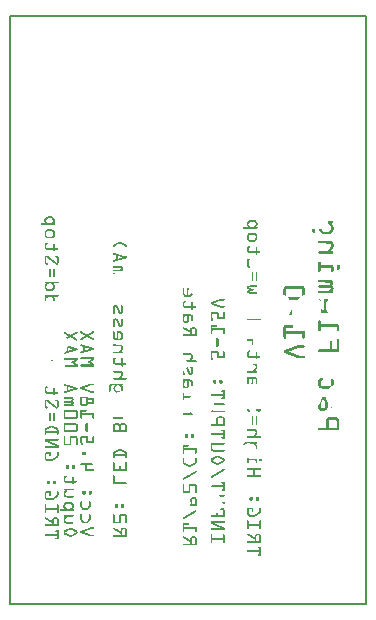
<source format=gbo>
G04 MADE WITH FRITZING*
G04 WWW.FRITZING.ORG*
G04 DOUBLE SIDED*
G04 HOLES PLATED*
G04 CONTOUR ON CENTER OF CONTOUR VECTOR*
%FSLAX26Y26*%
%MOIN*%
%ADD10R,1.195660X1.968500X1.179660X1.952500*%
%ADD11C,0.008000*%
%ADD12R,0.001000X0.001000*%
%G04SILK0*%
%FSLAX26Y26*%
%MOIN*%
D11*
X4000Y1964500D02*
X1191660Y1964500D01*
X1191660Y4000D01*
X4000Y4000D01*
X4000Y1964500D01*
D02*
D12*
X129500Y1296000D02*
X141500Y1296000D01*
X126500Y1295000D02*
X144500Y1295000D01*
X125500Y1294000D02*
X145500Y1294000D01*
X124500Y1293000D02*
X146500Y1293000D01*
X123500Y1292000D02*
X147500Y1292000D01*
X122500Y1291000D02*
X148500Y1291000D01*
X121500Y1290000D02*
X129500Y1290000D01*
X141500Y1290000D02*
X149500Y1290000D01*
X120500Y1289000D02*
X128500Y1289000D01*
X143500Y1289000D02*
X150500Y1289000D01*
X120500Y1288000D02*
X127500Y1288000D01*
X144500Y1288000D02*
X151500Y1288000D01*
X119500Y1287000D02*
X126500Y1287000D01*
X145500Y1287000D02*
X151500Y1287000D01*
X118500Y1286000D02*
X125500Y1286000D01*
X145500Y1286000D02*
X152500Y1286000D01*
X118500Y1285000D02*
X124500Y1285000D01*
X146500Y1285000D02*
X153500Y1285000D01*
X805500Y1285000D02*
X815500Y1285000D01*
X117500Y1284000D02*
X123500Y1284000D01*
X147500Y1284000D02*
X153500Y1284000D01*
X801500Y1284000D02*
X819500Y1284000D01*
X117500Y1283000D02*
X123500Y1283000D01*
X148500Y1283000D02*
X153500Y1283000D01*
X800500Y1283000D02*
X820500Y1283000D01*
X117500Y1282000D02*
X122500Y1282000D01*
X148500Y1282000D02*
X153500Y1282000D01*
X799500Y1282000D02*
X821500Y1282000D01*
X117500Y1281000D02*
X122500Y1281000D01*
X148500Y1281000D02*
X153500Y1281000D01*
X798500Y1281000D02*
X822500Y1281000D01*
X1065500Y1281000D02*
X1078500Y1281000D01*
X117500Y1280000D02*
X122500Y1280000D01*
X148500Y1280000D02*
X153500Y1280000D01*
X797500Y1280000D02*
X823500Y1280000D01*
X1065500Y1280000D02*
X1079500Y1280000D01*
X117500Y1279000D02*
X123500Y1279000D01*
X148500Y1279000D02*
X153500Y1279000D01*
X796500Y1279000D02*
X824500Y1279000D01*
X1064500Y1279000D02*
X1080500Y1279000D01*
X118500Y1278000D02*
X124500Y1278000D01*
X147500Y1278000D02*
X153500Y1278000D01*
X795500Y1278000D02*
X803500Y1278000D01*
X817500Y1278000D02*
X825500Y1278000D01*
X1064500Y1278000D02*
X1080500Y1278000D01*
X118500Y1277000D02*
X125500Y1277000D01*
X146500Y1277000D02*
X152500Y1277000D01*
X795500Y1277000D02*
X802500Y1277000D01*
X818500Y1277000D02*
X826500Y1277000D01*
X1063500Y1277000D02*
X1081500Y1277000D01*
X119500Y1276000D02*
X126500Y1276000D01*
X145500Y1276000D02*
X152500Y1276000D01*
X794500Y1276000D02*
X801500Y1276000D01*
X819500Y1276000D02*
X826500Y1276000D01*
X1063500Y1276000D02*
X1080500Y1276000D01*
X119500Y1275000D02*
X127500Y1275000D01*
X144500Y1275000D02*
X151500Y1275000D01*
X793500Y1275000D02*
X800500Y1275000D01*
X820500Y1275000D02*
X827500Y1275000D01*
X1062500Y1275000D02*
X1080500Y1275000D01*
X120500Y1274000D02*
X128500Y1274000D01*
X143500Y1274000D02*
X150500Y1274000D01*
X793500Y1274000D02*
X799500Y1274000D01*
X821500Y1274000D02*
X827500Y1274000D01*
X1062500Y1274000D02*
X1080500Y1274000D01*
X121500Y1273000D02*
X129500Y1273000D01*
X142500Y1273000D02*
X149500Y1273000D01*
X792500Y1273000D02*
X798500Y1273000D01*
X822500Y1273000D02*
X828500Y1273000D01*
X1061500Y1273000D02*
X1078500Y1273000D01*
X108500Y1272000D02*
X151500Y1272000D01*
X792500Y1272000D02*
X798500Y1272000D01*
X823500Y1272000D02*
X828500Y1272000D01*
X1062500Y1272000D02*
X1075500Y1272000D01*
X106500Y1271000D02*
X152500Y1271000D01*
X792500Y1271000D02*
X797500Y1271000D01*
X823500Y1271000D02*
X828500Y1271000D01*
X1064500Y1271000D02*
X1075500Y1271000D01*
X106500Y1270000D02*
X153500Y1270000D01*
X792500Y1270000D02*
X797500Y1270000D01*
X823500Y1270000D02*
X828500Y1270000D01*
X1065500Y1270000D02*
X1076500Y1270000D01*
X106500Y1269000D02*
X153500Y1269000D01*
X792500Y1269000D02*
X797500Y1269000D01*
X823500Y1269000D02*
X828500Y1269000D01*
X1066500Y1269000D02*
X1077500Y1269000D01*
X106500Y1268000D02*
X153500Y1268000D01*
X792500Y1268000D02*
X798500Y1268000D01*
X822500Y1268000D02*
X828500Y1268000D01*
X1067500Y1268000D02*
X1078500Y1268000D01*
X107500Y1267000D02*
X152500Y1267000D01*
X792500Y1267000D02*
X798500Y1267000D01*
X822500Y1267000D02*
X828500Y1267000D01*
X1068500Y1267000D02*
X1078500Y1267000D01*
X793500Y1266000D02*
X799500Y1266000D01*
X821500Y1266000D02*
X827500Y1266000D01*
X1069500Y1266000D02*
X1079500Y1266000D01*
X793500Y1265000D02*
X800500Y1265000D01*
X820500Y1265000D02*
X827500Y1265000D01*
X1069500Y1265000D02*
X1080500Y1265000D01*
X794500Y1264000D02*
X801500Y1264000D01*
X819500Y1264000D02*
X826500Y1264000D01*
X1070500Y1264000D02*
X1080500Y1264000D01*
X795500Y1263000D02*
X802500Y1263000D01*
X818500Y1263000D02*
X825500Y1263000D01*
X1071500Y1263000D02*
X1080500Y1263000D01*
X796500Y1262000D02*
X803500Y1262000D01*
X817500Y1262000D02*
X824500Y1262000D01*
X1072500Y1262000D02*
X1080500Y1262000D01*
X784500Y1261000D02*
X825500Y1261000D01*
X1072500Y1261000D02*
X1080500Y1261000D01*
X781500Y1260000D02*
X827500Y1260000D01*
X1072500Y1260000D02*
X1081500Y1260000D01*
X781500Y1259000D02*
X828500Y1259000D01*
X1072500Y1259000D02*
X1081500Y1259000D01*
X781500Y1258000D02*
X828500Y1258000D01*
X1072500Y1258000D02*
X1081500Y1258000D01*
X781500Y1257000D02*
X828500Y1257000D01*
X1072500Y1257000D02*
X1081500Y1257000D01*
X781500Y1256000D02*
X827500Y1256000D01*
X1042500Y1256000D02*
X1042500Y1256000D01*
X1072500Y1256000D02*
X1081500Y1256000D01*
X783500Y1255000D02*
X826500Y1255000D01*
X1040500Y1255000D02*
X1042500Y1255000D01*
X1072500Y1255000D02*
X1081500Y1255000D01*
X1011500Y1254000D02*
X1012500Y1254000D01*
X1037500Y1254000D02*
X1042500Y1254000D01*
X1072500Y1254000D02*
X1081500Y1254000D01*
X1011500Y1253000D02*
X1016500Y1253000D01*
X1034500Y1253000D02*
X1042500Y1253000D01*
X1072500Y1253000D02*
X1081500Y1253000D01*
X126500Y1252000D02*
X144500Y1252000D01*
X1011500Y1252000D02*
X1019500Y1252000D01*
X1034500Y1252000D02*
X1042500Y1252000D01*
X1072500Y1252000D02*
X1081500Y1252000D01*
X124500Y1251000D02*
X146500Y1251000D01*
X1011500Y1251000D02*
X1019500Y1251000D01*
X1034500Y1251000D02*
X1042500Y1251000D01*
X1072500Y1251000D02*
X1080500Y1251000D01*
X123500Y1250000D02*
X147500Y1250000D01*
X1011500Y1250000D02*
X1019500Y1250000D01*
X1034500Y1250000D02*
X1043500Y1250000D01*
X1071500Y1250000D02*
X1080500Y1250000D01*
X122500Y1249000D02*
X148500Y1249000D01*
X1011500Y1249000D02*
X1019500Y1249000D01*
X1035500Y1249000D02*
X1044500Y1249000D01*
X1070500Y1249000D02*
X1080500Y1249000D01*
X121500Y1248000D02*
X149500Y1248000D01*
X1011500Y1248000D02*
X1019500Y1248000D01*
X1035500Y1248000D02*
X1044500Y1248000D01*
X1070500Y1248000D02*
X1080500Y1248000D01*
X121500Y1247000D02*
X150500Y1247000D01*
X1011500Y1247000D02*
X1019500Y1247000D01*
X1035500Y1247000D02*
X1046500Y1247000D01*
X1069500Y1247000D02*
X1079500Y1247000D01*
X120500Y1246000D02*
X127500Y1246000D01*
X143500Y1246000D02*
X151500Y1246000D01*
X1011500Y1246000D02*
X1019500Y1246000D01*
X1036500Y1246000D02*
X1047500Y1246000D01*
X1067500Y1246000D02*
X1079500Y1246000D01*
X119500Y1245000D02*
X126500Y1245000D01*
X145500Y1245000D02*
X151500Y1245000D01*
X1011500Y1245000D02*
X1019500Y1245000D01*
X1037500Y1245000D02*
X1078500Y1245000D01*
X119500Y1244000D02*
X125500Y1244000D01*
X146500Y1244000D02*
X151500Y1244000D01*
X1011500Y1244000D02*
X1019500Y1244000D01*
X1037500Y1244000D02*
X1077500Y1244000D01*
X119500Y1243000D02*
X124500Y1243000D01*
X146500Y1243000D02*
X152500Y1243000D01*
X1011500Y1243000D02*
X1018500Y1243000D01*
X1038500Y1243000D02*
X1076500Y1243000D01*
X119500Y1242000D02*
X124500Y1242000D01*
X147500Y1242000D02*
X152500Y1242000D01*
X1012500Y1242000D02*
X1018500Y1242000D01*
X1039500Y1242000D02*
X1075500Y1242000D01*
X119500Y1241000D02*
X124500Y1241000D01*
X147500Y1241000D02*
X152500Y1241000D01*
X802500Y1241000D02*
X819500Y1241000D01*
X1014500Y1241000D02*
X1016500Y1241000D01*
X1040500Y1241000D02*
X1075500Y1241000D01*
X119500Y1240000D02*
X124500Y1240000D01*
X147500Y1240000D02*
X152500Y1240000D01*
X800500Y1240000D02*
X821500Y1240000D01*
X1041500Y1240000D02*
X1074500Y1240000D01*
X119500Y1239000D02*
X124500Y1239000D01*
X147500Y1239000D02*
X152500Y1239000D01*
X798500Y1239000D02*
X822500Y1239000D01*
X1042500Y1239000D02*
X1072500Y1239000D01*
X119500Y1238000D02*
X124500Y1238000D01*
X147500Y1238000D02*
X152500Y1238000D01*
X797500Y1238000D02*
X823500Y1238000D01*
X1044500Y1238000D02*
X1071500Y1238000D01*
X119500Y1237000D02*
X124500Y1237000D01*
X147500Y1237000D02*
X152500Y1237000D01*
X796500Y1237000D02*
X824500Y1237000D01*
X1046500Y1237000D02*
X1069500Y1237000D01*
X119500Y1236000D02*
X124500Y1236000D01*
X147500Y1236000D02*
X152500Y1236000D01*
X796500Y1236000D02*
X825500Y1236000D01*
X119500Y1235000D02*
X124500Y1235000D01*
X147500Y1235000D02*
X152500Y1235000D01*
X795500Y1235000D02*
X802500Y1235000D01*
X818500Y1235000D02*
X825500Y1235000D01*
X119500Y1234000D02*
X124500Y1234000D01*
X147500Y1234000D02*
X152500Y1234000D01*
X794500Y1234000D02*
X801500Y1234000D01*
X819500Y1234000D02*
X826500Y1234000D01*
X119500Y1233000D02*
X124500Y1233000D01*
X147500Y1233000D02*
X152500Y1233000D01*
X794500Y1233000D02*
X800500Y1233000D01*
X820500Y1233000D02*
X826500Y1233000D01*
X119500Y1232000D02*
X124500Y1232000D01*
X146500Y1232000D02*
X152500Y1232000D01*
X794500Y1232000D02*
X799500Y1232000D01*
X821500Y1232000D02*
X827500Y1232000D01*
X119500Y1231000D02*
X125500Y1231000D01*
X145500Y1231000D02*
X151500Y1231000D01*
X793500Y1231000D02*
X799500Y1231000D01*
X821500Y1231000D02*
X827500Y1231000D01*
X119500Y1230000D02*
X126500Y1230000D01*
X145500Y1230000D02*
X151500Y1230000D01*
X793500Y1230000D02*
X798500Y1230000D01*
X822500Y1230000D02*
X827500Y1230000D01*
X120500Y1229000D02*
X127500Y1229000D01*
X143500Y1229000D02*
X151500Y1229000D01*
X793500Y1229000D02*
X798500Y1229000D01*
X822500Y1229000D02*
X827500Y1229000D01*
X121500Y1228000D02*
X150500Y1228000D01*
X793500Y1228000D02*
X798500Y1228000D01*
X822500Y1228000D02*
X827500Y1228000D01*
X121500Y1227000D02*
X149500Y1227000D01*
X793500Y1227000D02*
X798500Y1227000D01*
X822500Y1227000D02*
X827500Y1227000D01*
X122500Y1226000D02*
X148500Y1226000D01*
X793500Y1226000D02*
X798500Y1226000D01*
X822500Y1226000D02*
X827500Y1226000D01*
X123500Y1225000D02*
X147500Y1225000D01*
X793500Y1225000D02*
X798500Y1225000D01*
X822500Y1225000D02*
X827500Y1225000D01*
X124500Y1224000D02*
X146500Y1224000D01*
X793500Y1224000D02*
X798500Y1224000D01*
X822500Y1224000D02*
X827500Y1224000D01*
X126500Y1223000D02*
X144500Y1223000D01*
X793500Y1223000D02*
X798500Y1223000D01*
X822500Y1223000D02*
X827500Y1223000D01*
X793500Y1222000D02*
X799500Y1222000D01*
X821500Y1222000D02*
X827500Y1222000D01*
X794500Y1221000D02*
X799500Y1221000D01*
X821500Y1221000D02*
X827500Y1221000D01*
X794500Y1220000D02*
X800500Y1220000D01*
X820500Y1220000D02*
X826500Y1220000D01*
X794500Y1219000D02*
X800500Y1219000D01*
X820500Y1219000D02*
X826500Y1219000D01*
X795500Y1218000D02*
X802500Y1218000D01*
X818500Y1218000D02*
X825500Y1218000D01*
X795500Y1217000D02*
X825500Y1217000D01*
X796500Y1216000D02*
X824500Y1216000D01*
X797500Y1215000D02*
X823500Y1215000D01*
X1032500Y1215000D02*
X1052500Y1215000D01*
X1056500Y1215000D02*
X1061500Y1215000D01*
X798500Y1214000D02*
X822500Y1214000D01*
X1031500Y1214000D02*
X1072500Y1214000D01*
X799500Y1213000D02*
X821500Y1213000D01*
X1030500Y1213000D02*
X1074500Y1213000D01*
X801500Y1212000D02*
X819500Y1212000D01*
X1030500Y1212000D02*
X1075500Y1212000D01*
X1030500Y1211000D02*
X1076500Y1211000D01*
X1030500Y1210000D02*
X1077500Y1210000D01*
X126500Y1209000D02*
X126500Y1209000D01*
X363500Y1209000D02*
X375500Y1209000D01*
X1031500Y1209000D02*
X1078500Y1209000D01*
X123500Y1208000D02*
X128500Y1208000D01*
X359500Y1208000D02*
X379500Y1208000D01*
X1032500Y1208000D02*
X1079500Y1208000D01*
X122500Y1207000D02*
X129500Y1207000D01*
X357500Y1207000D02*
X381500Y1207000D01*
X1034500Y1207000D02*
X1079500Y1207000D01*
X121500Y1206000D02*
X129500Y1206000D01*
X356500Y1206000D02*
X383500Y1206000D01*
X1058500Y1206000D02*
X1080500Y1206000D01*
X120500Y1205000D02*
X129500Y1205000D01*
X148500Y1205000D02*
X151500Y1205000D01*
X354500Y1205000D02*
X384500Y1205000D01*
X1070500Y1205000D02*
X1080500Y1205000D01*
X120500Y1204000D02*
X128500Y1204000D01*
X147500Y1204000D02*
X152500Y1204000D01*
X353500Y1204000D02*
X385500Y1204000D01*
X1071500Y1204000D02*
X1080500Y1204000D01*
X119500Y1203000D02*
X126500Y1203000D01*
X147500Y1203000D02*
X152500Y1203000D01*
X352500Y1203000D02*
X386500Y1203000D01*
X1072500Y1203000D02*
X1080500Y1203000D01*
X119500Y1202000D02*
X125500Y1202000D01*
X147500Y1202000D02*
X152500Y1202000D01*
X350500Y1202000D02*
X360500Y1202000D01*
X378500Y1202000D02*
X388500Y1202000D01*
X1072500Y1202000D02*
X1081500Y1202000D01*
X119500Y1201000D02*
X124500Y1201000D01*
X147500Y1201000D02*
X152500Y1201000D01*
X349500Y1201000D02*
X358500Y1201000D01*
X380500Y1201000D02*
X389500Y1201000D01*
X1072500Y1201000D02*
X1081500Y1201000D01*
X119500Y1200000D02*
X124500Y1200000D01*
X147500Y1200000D02*
X152500Y1200000D01*
X348500Y1200000D02*
X357500Y1200000D01*
X381500Y1200000D02*
X390500Y1200000D01*
X1072500Y1200000D02*
X1081500Y1200000D01*
X119500Y1199000D02*
X124500Y1199000D01*
X147500Y1199000D02*
X152500Y1199000D01*
X347500Y1199000D02*
X356500Y1199000D01*
X382500Y1199000D02*
X391500Y1199000D01*
X1072500Y1199000D02*
X1081500Y1199000D01*
X119500Y1198000D02*
X124500Y1198000D01*
X147500Y1198000D02*
X152500Y1198000D01*
X346500Y1198000D02*
X354500Y1198000D01*
X384500Y1198000D02*
X392500Y1198000D01*
X1072500Y1198000D02*
X1081500Y1198000D01*
X119500Y1197000D02*
X124500Y1197000D01*
X147500Y1197000D02*
X152500Y1197000D01*
X346500Y1197000D02*
X353500Y1197000D01*
X385500Y1197000D02*
X392500Y1197000D01*
X799500Y1197000D02*
X803500Y1197000D01*
X1072500Y1197000D02*
X1081500Y1197000D01*
X119500Y1196000D02*
X124500Y1196000D01*
X147500Y1196000D02*
X152500Y1196000D01*
X346500Y1196000D02*
X352500Y1196000D01*
X386500Y1196000D02*
X392500Y1196000D01*
X797500Y1196000D02*
X803500Y1196000D01*
X1072500Y1196000D02*
X1081500Y1196000D01*
X119500Y1195000D02*
X124500Y1195000D01*
X147500Y1195000D02*
X152500Y1195000D01*
X347500Y1195000D02*
X350500Y1195000D01*
X388500Y1195000D02*
X391500Y1195000D01*
X796500Y1195000D02*
X804500Y1195000D01*
X1072500Y1195000D02*
X1081500Y1195000D01*
X119500Y1194000D02*
X124500Y1194000D01*
X147500Y1194000D02*
X152500Y1194000D01*
X795500Y1194000D02*
X803500Y1194000D01*
X823500Y1194000D02*
X826500Y1194000D01*
X1072500Y1194000D02*
X1080500Y1194000D01*
X119500Y1193000D02*
X124500Y1193000D01*
X147500Y1193000D02*
X152500Y1193000D01*
X794500Y1193000D02*
X803500Y1193000D01*
X822500Y1193000D02*
X826500Y1193000D01*
X1071500Y1193000D02*
X1080500Y1193000D01*
X119500Y1192000D02*
X124500Y1192000D01*
X147500Y1192000D02*
X152500Y1192000D01*
X794500Y1192000D02*
X801500Y1192000D01*
X822500Y1192000D02*
X827500Y1192000D01*
X1071500Y1192000D02*
X1080500Y1192000D01*
X119500Y1191000D02*
X127500Y1191000D01*
X146500Y1191000D02*
X152500Y1191000D01*
X794500Y1191000D02*
X800500Y1191000D01*
X822500Y1191000D02*
X827500Y1191000D01*
X1070500Y1191000D02*
X1080500Y1191000D01*
X119500Y1190000D02*
X161500Y1190000D01*
X793500Y1190000D02*
X799500Y1190000D01*
X822500Y1190000D02*
X827500Y1190000D01*
X1069500Y1190000D02*
X1079500Y1190000D01*
X120500Y1189000D02*
X162500Y1189000D01*
X793500Y1189000D02*
X799500Y1189000D01*
X822500Y1189000D02*
X827500Y1189000D01*
X1069500Y1189000D02*
X1079500Y1189000D01*
X121500Y1188000D02*
X162500Y1188000D01*
X793500Y1188000D02*
X798500Y1188000D01*
X822500Y1188000D02*
X827500Y1188000D01*
X1068500Y1188000D02*
X1078500Y1188000D01*
X122500Y1187000D02*
X162500Y1187000D01*
X793500Y1187000D02*
X798500Y1187000D01*
X822500Y1187000D02*
X827500Y1187000D01*
X1067500Y1187000D02*
X1077500Y1187000D01*
X123500Y1186000D02*
X161500Y1186000D01*
X793500Y1186000D02*
X798500Y1186000D01*
X822500Y1186000D02*
X827500Y1186000D01*
X1067500Y1186000D02*
X1077500Y1186000D01*
X126500Y1185000D02*
X160500Y1185000D01*
X793500Y1185000D02*
X798500Y1185000D01*
X822500Y1185000D02*
X827500Y1185000D01*
X1066500Y1185000D02*
X1076500Y1185000D01*
X147500Y1184000D02*
X152500Y1184000D01*
X793500Y1184000D02*
X798500Y1184000D01*
X822500Y1184000D02*
X827500Y1184000D01*
X1066500Y1184000D02*
X1075500Y1184000D01*
X147500Y1183000D02*
X152500Y1183000D01*
X793500Y1183000D02*
X798500Y1183000D01*
X822500Y1183000D02*
X827500Y1183000D01*
X1065500Y1183000D02*
X1075500Y1183000D01*
X147500Y1182000D02*
X152500Y1182000D01*
X793500Y1182000D02*
X799500Y1182000D01*
X822500Y1182000D02*
X827500Y1182000D01*
X1064500Y1182000D02*
X1074500Y1182000D01*
X147500Y1181000D02*
X152500Y1181000D01*
X794500Y1181000D02*
X799500Y1181000D01*
X822500Y1181000D02*
X827500Y1181000D01*
X1064500Y1181000D02*
X1074500Y1181000D01*
X148500Y1180000D02*
X151500Y1180000D01*
X794500Y1180000D02*
X801500Y1180000D01*
X821500Y1180000D02*
X827500Y1180000D01*
X1063500Y1180000D02*
X1073500Y1180000D01*
X149500Y1179000D02*
X150500Y1179000D01*
X794500Y1179000D02*
X836500Y1179000D01*
X1032500Y1179000D02*
X1079500Y1179000D01*
X795500Y1178000D02*
X837500Y1178000D01*
X1031500Y1178000D02*
X1080500Y1178000D01*
X796500Y1177000D02*
X837500Y1177000D01*
X1030500Y1177000D02*
X1080500Y1177000D01*
X796500Y1176000D02*
X837500Y1176000D01*
X1030500Y1176000D02*
X1080500Y1176000D01*
X798500Y1175000D02*
X836500Y1175000D01*
X1030500Y1175000D02*
X1081500Y1175000D01*
X347500Y1174000D02*
X350500Y1174000D01*
X800500Y1174000D02*
X835500Y1174000D01*
X1030500Y1174000D02*
X1080500Y1174000D01*
X346500Y1173000D02*
X353500Y1173000D01*
X822500Y1173000D02*
X827500Y1173000D01*
X1031500Y1173000D02*
X1080500Y1173000D01*
X346500Y1172000D02*
X357500Y1172000D01*
X822500Y1172000D02*
X827500Y1172000D01*
X1032500Y1172000D02*
X1079500Y1172000D01*
X346500Y1171000D02*
X360500Y1171000D01*
X822500Y1171000D02*
X827500Y1171000D01*
X1033500Y1171000D02*
X1077500Y1171000D01*
X346500Y1170000D02*
X364500Y1170000D01*
X822500Y1170000D02*
X827500Y1170000D01*
X347500Y1169000D02*
X367500Y1169000D01*
X822500Y1169000D02*
X826500Y1169000D01*
X350500Y1168000D02*
X371500Y1168000D01*
X823500Y1168000D02*
X825500Y1168000D01*
X353500Y1167000D02*
X374500Y1167000D01*
X356500Y1166000D02*
X377500Y1166000D01*
X123500Y1165000D02*
X127500Y1165000D01*
X156500Y1165000D02*
X159500Y1165000D01*
X356500Y1165000D02*
X381500Y1165000D01*
X122500Y1164000D02*
X128500Y1164000D01*
X155500Y1164000D02*
X161500Y1164000D01*
X356500Y1164000D02*
X361500Y1164000D01*
X363500Y1164000D02*
X384500Y1164000D01*
X120500Y1163000D02*
X130500Y1163000D01*
X155500Y1163000D02*
X162500Y1163000D01*
X356500Y1163000D02*
X361500Y1163000D01*
X367500Y1163000D02*
X388500Y1163000D01*
X119500Y1162000D02*
X131500Y1162000D01*
X155500Y1162000D02*
X163500Y1162000D01*
X356500Y1162000D02*
X361500Y1162000D01*
X370500Y1162000D02*
X391500Y1162000D01*
X119500Y1161000D02*
X132500Y1161000D01*
X155500Y1161000D02*
X164500Y1161000D01*
X356500Y1161000D02*
X361500Y1161000D01*
X374500Y1161000D02*
X392500Y1161000D01*
X119500Y1160000D02*
X134500Y1160000D01*
X156500Y1160000D02*
X164500Y1160000D01*
X356500Y1160000D02*
X361500Y1160000D01*
X377500Y1160000D02*
X392500Y1160000D01*
X119500Y1159000D02*
X124500Y1159000D01*
X126500Y1159000D02*
X135500Y1159000D01*
X158500Y1159000D02*
X165500Y1159000D01*
X356500Y1159000D02*
X361500Y1159000D01*
X378500Y1159000D02*
X392500Y1159000D01*
X119500Y1158000D02*
X124500Y1158000D01*
X127500Y1158000D02*
X136500Y1158000D01*
X159500Y1158000D02*
X165500Y1158000D01*
X356500Y1158000D02*
X361500Y1158000D01*
X374500Y1158000D02*
X392500Y1158000D01*
X119500Y1157000D02*
X124500Y1157000D01*
X128500Y1157000D02*
X138500Y1157000D01*
X160500Y1157000D02*
X165500Y1157000D01*
X356500Y1157000D02*
X361500Y1157000D01*
X371500Y1157000D02*
X391500Y1157000D01*
X119500Y1156000D02*
X124500Y1156000D01*
X130500Y1156000D02*
X139500Y1156000D01*
X160500Y1156000D02*
X165500Y1156000D01*
X356500Y1156000D02*
X361500Y1156000D01*
X368500Y1156000D02*
X388500Y1156000D01*
X119500Y1155000D02*
X124500Y1155000D01*
X131500Y1155000D02*
X140500Y1155000D01*
X160500Y1155000D02*
X165500Y1155000D01*
X356500Y1155000D02*
X361500Y1155000D01*
X364500Y1155000D02*
X385500Y1155000D01*
X119500Y1154000D02*
X124500Y1154000D01*
X132500Y1154000D02*
X141500Y1154000D01*
X160500Y1154000D02*
X165500Y1154000D01*
X356500Y1154000D02*
X382500Y1154000D01*
X799500Y1154000D02*
X801500Y1154000D01*
X119500Y1153000D02*
X124500Y1153000D01*
X134500Y1153000D02*
X143500Y1153000D01*
X160500Y1153000D02*
X165500Y1153000D01*
X356500Y1153000D02*
X378500Y1153000D01*
X797500Y1153000D02*
X803500Y1153000D01*
X119500Y1152000D02*
X124500Y1152000D01*
X135500Y1152000D02*
X144500Y1152000D01*
X160500Y1152000D02*
X165500Y1152000D01*
X354500Y1152000D02*
X375500Y1152000D01*
X795500Y1152000D02*
X802500Y1152000D01*
X119500Y1151000D02*
X124500Y1151000D01*
X136500Y1151000D02*
X145500Y1151000D01*
X160500Y1151000D02*
X165500Y1151000D01*
X351500Y1151000D02*
X371500Y1151000D01*
X794500Y1151000D02*
X802500Y1151000D01*
X119500Y1150000D02*
X124500Y1150000D01*
X137500Y1150000D02*
X147500Y1150000D01*
X160500Y1150000D02*
X165500Y1150000D01*
X348500Y1150000D02*
X368500Y1150000D01*
X794500Y1150000D02*
X801500Y1150000D01*
X119500Y1149000D02*
X124500Y1149000D01*
X139500Y1149000D02*
X148500Y1149000D01*
X160500Y1149000D02*
X165500Y1149000D01*
X346500Y1149000D02*
X364500Y1149000D01*
X794500Y1149000D02*
X800500Y1149000D01*
X119500Y1148000D02*
X124500Y1148000D01*
X140500Y1148000D02*
X149500Y1148000D01*
X160500Y1148000D02*
X165500Y1148000D01*
X346500Y1148000D02*
X361500Y1148000D01*
X793500Y1148000D02*
X800500Y1148000D01*
X119500Y1147000D02*
X124500Y1147000D01*
X141500Y1147000D02*
X150500Y1147000D01*
X160500Y1147000D02*
X165500Y1147000D01*
X346500Y1147000D02*
X358500Y1147000D01*
X793500Y1147000D02*
X798500Y1147000D01*
X119500Y1146000D02*
X124500Y1146000D01*
X143500Y1146000D02*
X152500Y1146000D01*
X160500Y1146000D02*
X165500Y1146000D01*
X346500Y1146000D02*
X354500Y1146000D01*
X793500Y1146000D02*
X798500Y1146000D01*
X119500Y1145000D02*
X124500Y1145000D01*
X144500Y1145000D02*
X153500Y1145000D01*
X160500Y1145000D02*
X165500Y1145000D01*
X347500Y1145000D02*
X351500Y1145000D01*
X793500Y1145000D02*
X798500Y1145000D01*
X1032500Y1145000D02*
X1036500Y1145000D01*
X119500Y1144000D02*
X124500Y1144000D01*
X145500Y1144000D02*
X154500Y1144000D01*
X160500Y1144000D02*
X165500Y1144000D01*
X793500Y1144000D02*
X798500Y1144000D01*
X1031500Y1144000D02*
X1037500Y1144000D01*
X119500Y1143000D02*
X124500Y1143000D01*
X146500Y1143000D02*
X155500Y1143000D01*
X160500Y1143000D02*
X165500Y1143000D01*
X793500Y1143000D02*
X798500Y1143000D01*
X1030500Y1143000D02*
X1038500Y1143000D01*
X119500Y1142000D02*
X124500Y1142000D01*
X148500Y1142000D02*
X157500Y1142000D01*
X160500Y1142000D02*
X165500Y1142000D01*
X793500Y1142000D02*
X798500Y1142000D01*
X1030500Y1142000D02*
X1038500Y1142000D01*
X119500Y1141000D02*
X127500Y1141000D01*
X149500Y1141000D02*
X165500Y1141000D01*
X793500Y1141000D02*
X798500Y1141000D01*
X1030500Y1141000D02*
X1038500Y1141000D01*
X119500Y1140000D02*
X128500Y1140000D01*
X150500Y1140000D02*
X164500Y1140000D01*
X793500Y1140000D02*
X798500Y1140000D01*
X1030500Y1140000D02*
X1038500Y1140000D01*
X120500Y1139000D02*
X129500Y1139000D01*
X152500Y1139000D02*
X164500Y1139000D01*
X793500Y1139000D02*
X798500Y1139000D01*
X1030500Y1139000D02*
X1038500Y1139000D01*
X121500Y1138000D02*
X129500Y1138000D01*
X153500Y1138000D02*
X163500Y1138000D01*
X793500Y1138000D02*
X798500Y1138000D01*
X1030500Y1138000D02*
X1038500Y1138000D01*
X122500Y1137000D02*
X128500Y1137000D01*
X154500Y1137000D02*
X162500Y1137000D01*
X793500Y1137000D02*
X798500Y1137000D01*
X1030500Y1137000D02*
X1038500Y1137000D01*
X123500Y1136000D02*
X128500Y1136000D01*
X156500Y1136000D02*
X161500Y1136000D01*
X793500Y1136000D02*
X798500Y1136000D01*
X1030500Y1136000D02*
X1038500Y1136000D01*
X793500Y1135000D02*
X798500Y1135000D01*
X1030500Y1135000D02*
X1038500Y1135000D01*
X793500Y1134000D02*
X798500Y1134000D01*
X1030500Y1134000D02*
X1038500Y1134000D01*
X793500Y1133000D02*
X798500Y1133000D01*
X1030500Y1133000D02*
X1038500Y1133000D01*
X793500Y1132000D02*
X799500Y1132000D01*
X1030500Y1132000D02*
X1078500Y1132000D01*
X1094500Y1132000D02*
X1101500Y1132000D01*
X348500Y1131000D02*
X357500Y1131000D01*
X793500Y1131000D02*
X799500Y1131000D01*
X1030500Y1131000D02*
X1079500Y1131000D01*
X1093500Y1131000D02*
X1102500Y1131000D01*
X347500Y1130000D02*
X374500Y1130000D01*
X794500Y1130000D02*
X800500Y1130000D01*
X1030500Y1130000D02*
X1080500Y1130000D01*
X1092500Y1130000D02*
X1103500Y1130000D01*
X346500Y1129000D02*
X376500Y1129000D01*
X794500Y1129000D02*
X801500Y1129000D01*
X1030500Y1129000D02*
X1080500Y1129000D01*
X1092500Y1129000D02*
X1103500Y1129000D01*
X346500Y1128000D02*
X377500Y1128000D01*
X795500Y1128000D02*
X801500Y1128000D01*
X1030500Y1128000D02*
X1081500Y1128000D01*
X1092500Y1128000D02*
X1104500Y1128000D01*
X346500Y1127000D02*
X378500Y1127000D01*
X795500Y1127000D02*
X802500Y1127000D01*
X1030500Y1127000D02*
X1081500Y1127000D01*
X1092500Y1127000D02*
X1104500Y1127000D01*
X347500Y1126000D02*
X378500Y1126000D01*
X796500Y1126000D02*
X802500Y1126000D01*
X1030500Y1126000D02*
X1081500Y1126000D01*
X1092500Y1126000D02*
X1104500Y1126000D01*
X356500Y1125000D02*
X379500Y1125000D01*
X798500Y1125000D02*
X803500Y1125000D01*
X1030500Y1125000D02*
X1081500Y1125000D01*
X1092500Y1125000D02*
X1104500Y1125000D01*
X374500Y1124000D02*
X379500Y1124000D01*
X1030500Y1124000D02*
X1081500Y1124000D01*
X1092500Y1124000D02*
X1104500Y1124000D01*
X374500Y1123000D02*
X379500Y1123000D01*
X1030500Y1123000D02*
X1038500Y1123000D01*
X1072500Y1123000D02*
X1081500Y1123000D01*
X1092500Y1123000D02*
X1104500Y1123000D01*
X373500Y1122000D02*
X379500Y1122000D01*
X1030500Y1122000D02*
X1038500Y1122000D01*
X1072500Y1122000D02*
X1081500Y1122000D01*
X1092500Y1122000D02*
X1103500Y1122000D01*
X135500Y1121000D02*
X138500Y1121000D01*
X148500Y1121000D02*
X151500Y1121000D01*
X373500Y1121000D02*
X379500Y1121000D01*
X1030500Y1121000D02*
X1038500Y1121000D01*
X1072500Y1121000D02*
X1081500Y1121000D01*
X1092500Y1121000D02*
X1103500Y1121000D01*
X134500Y1120000D02*
X139500Y1120000D01*
X147500Y1120000D02*
X152500Y1120000D01*
X372500Y1120000D02*
X378500Y1120000D01*
X1030500Y1120000D02*
X1038500Y1120000D01*
X1072500Y1120000D02*
X1081500Y1120000D01*
X1093500Y1120000D02*
X1102500Y1120000D01*
X134500Y1119000D02*
X139500Y1119000D01*
X147500Y1119000D02*
X152500Y1119000D01*
X371500Y1119000D02*
X378500Y1119000D01*
X1030500Y1119000D02*
X1038500Y1119000D01*
X1072500Y1119000D02*
X1081500Y1119000D01*
X1095500Y1119000D02*
X1100500Y1119000D01*
X134500Y1118000D02*
X139500Y1118000D01*
X147500Y1118000D02*
X152500Y1118000D01*
X347500Y1118000D02*
X377500Y1118000D01*
X1030500Y1118000D02*
X1038500Y1118000D01*
X1072500Y1118000D02*
X1081500Y1118000D01*
X134500Y1117000D02*
X139500Y1117000D01*
X147500Y1117000D02*
X152500Y1117000D01*
X346500Y1117000D02*
X377500Y1117000D01*
X1030500Y1117000D02*
X1038500Y1117000D01*
X1072500Y1117000D02*
X1081500Y1117000D01*
X134500Y1116000D02*
X139500Y1116000D01*
X147500Y1116000D02*
X152500Y1116000D01*
X346500Y1116000D02*
X378500Y1116000D01*
X1030500Y1116000D02*
X1038500Y1116000D01*
X1072500Y1116000D02*
X1081500Y1116000D01*
X134500Y1115000D02*
X139500Y1115000D01*
X147500Y1115000D02*
X152500Y1115000D01*
X346500Y1115000D02*
X378500Y1115000D01*
X1030500Y1115000D02*
X1038500Y1115000D01*
X1072500Y1115000D02*
X1081500Y1115000D01*
X134500Y1114000D02*
X139500Y1114000D01*
X147500Y1114000D02*
X152500Y1114000D01*
X347500Y1114000D02*
X379500Y1114000D01*
X1030500Y1114000D02*
X1038500Y1114000D01*
X1073500Y1114000D02*
X1081500Y1114000D01*
X134500Y1113000D02*
X139500Y1113000D01*
X147500Y1113000D02*
X152500Y1113000D01*
X348500Y1113000D02*
X379500Y1113000D01*
X1030500Y1113000D02*
X1038500Y1113000D01*
X1073500Y1113000D02*
X1080500Y1113000D01*
X134500Y1112000D02*
X139500Y1112000D01*
X147500Y1112000D02*
X152500Y1112000D01*
X1031500Y1112000D02*
X1037500Y1112000D01*
X1073500Y1112000D02*
X1080500Y1112000D01*
X134500Y1111000D02*
X139500Y1111000D01*
X147500Y1111000D02*
X152500Y1111000D01*
X1032500Y1111000D02*
X1037500Y1111000D01*
X1074500Y1111000D02*
X1079500Y1111000D01*
X134500Y1110000D02*
X139500Y1110000D01*
X147500Y1110000D02*
X152500Y1110000D01*
X810500Y1110000D02*
X813500Y1110000D01*
X823500Y1110000D02*
X825500Y1110000D01*
X1034500Y1110000D02*
X1035500Y1110000D01*
X1076500Y1110000D02*
X1077500Y1110000D01*
X134500Y1109000D02*
X139500Y1109000D01*
X147500Y1109000D02*
X152500Y1109000D01*
X809500Y1109000D02*
X813500Y1109000D01*
X822500Y1109000D02*
X826500Y1109000D01*
X134500Y1108000D02*
X139500Y1108000D01*
X147500Y1108000D02*
X152500Y1108000D01*
X809500Y1108000D02*
X814500Y1108000D01*
X822500Y1108000D02*
X827500Y1108000D01*
X134500Y1107000D02*
X139500Y1107000D01*
X147500Y1107000D02*
X152500Y1107000D01*
X809500Y1107000D02*
X814500Y1107000D01*
X822500Y1107000D02*
X827500Y1107000D01*
X134500Y1106000D02*
X139500Y1106000D01*
X147500Y1106000D02*
X152500Y1106000D01*
X348500Y1106000D02*
X352500Y1106000D01*
X809500Y1106000D02*
X814500Y1106000D01*
X822500Y1106000D02*
X827500Y1106000D01*
X134500Y1105000D02*
X139500Y1105000D01*
X147500Y1105000D02*
X152500Y1105000D01*
X347500Y1105000D02*
X351500Y1105000D01*
X809500Y1105000D02*
X814500Y1105000D01*
X822500Y1105000D02*
X827500Y1105000D01*
X134500Y1104000D02*
X139500Y1104000D01*
X147500Y1104000D02*
X152500Y1104000D01*
X346500Y1104000D02*
X349500Y1104000D01*
X809500Y1104000D02*
X814500Y1104000D01*
X822500Y1104000D02*
X827500Y1104000D01*
X134500Y1103000D02*
X139500Y1103000D01*
X147500Y1103000D02*
X152500Y1103000D01*
X346500Y1103000D02*
X348500Y1103000D01*
X809500Y1103000D02*
X814500Y1103000D01*
X822500Y1103000D02*
X827500Y1103000D01*
X134500Y1102000D02*
X139500Y1102000D01*
X147500Y1102000D02*
X152500Y1102000D01*
X346500Y1102000D02*
X347500Y1102000D01*
X809500Y1102000D02*
X814500Y1102000D01*
X822500Y1102000D02*
X827500Y1102000D01*
X134500Y1101000D02*
X139500Y1101000D01*
X147500Y1101000D02*
X152500Y1101000D01*
X809500Y1101000D02*
X814500Y1101000D01*
X822500Y1101000D02*
X827500Y1101000D01*
X134500Y1100000D02*
X139500Y1100000D01*
X147500Y1100000D02*
X152500Y1100000D01*
X809500Y1100000D02*
X814500Y1100000D01*
X822500Y1100000D02*
X827500Y1100000D01*
X134500Y1099000D02*
X139500Y1099000D01*
X147500Y1099000D02*
X152500Y1099000D01*
X809500Y1099000D02*
X814500Y1099000D01*
X822500Y1099000D02*
X827500Y1099000D01*
X134500Y1098000D02*
X139500Y1098000D01*
X147500Y1098000D02*
X152500Y1098000D01*
X809500Y1098000D02*
X814500Y1098000D01*
X822500Y1098000D02*
X827500Y1098000D01*
X134500Y1097000D02*
X139500Y1097000D01*
X147500Y1097000D02*
X152500Y1097000D01*
X809500Y1097000D02*
X814500Y1097000D01*
X822500Y1097000D02*
X827500Y1097000D01*
X134500Y1096000D02*
X139500Y1096000D01*
X147500Y1096000D02*
X152500Y1096000D01*
X809500Y1096000D02*
X814500Y1096000D01*
X822500Y1096000D02*
X827500Y1096000D01*
X134500Y1095000D02*
X139500Y1095000D01*
X147500Y1095000D02*
X152500Y1095000D01*
X809500Y1095000D02*
X814500Y1095000D01*
X822500Y1095000D02*
X827500Y1095000D01*
X134500Y1094000D02*
X139500Y1094000D01*
X147500Y1094000D02*
X152500Y1094000D01*
X809500Y1094000D02*
X814500Y1094000D01*
X822500Y1094000D02*
X827500Y1094000D01*
X135500Y1093000D02*
X138500Y1093000D01*
X147500Y1093000D02*
X151500Y1093000D01*
X809500Y1093000D02*
X814500Y1093000D01*
X822500Y1093000D02*
X827500Y1093000D01*
X136500Y1092000D02*
X137500Y1092000D01*
X149500Y1092000D02*
X150500Y1092000D01*
X809500Y1092000D02*
X814500Y1092000D01*
X822500Y1092000D02*
X827500Y1092000D01*
X809500Y1091000D02*
X814500Y1091000D01*
X822500Y1091000D02*
X827500Y1091000D01*
X809500Y1090000D02*
X814500Y1090000D01*
X822500Y1090000D02*
X827500Y1090000D01*
X809500Y1089000D02*
X814500Y1089000D01*
X822500Y1089000D02*
X827500Y1089000D01*
X809500Y1088000D02*
X814500Y1088000D01*
X822500Y1088000D02*
X827500Y1088000D01*
X809500Y1087000D02*
X814500Y1087000D01*
X822500Y1087000D02*
X827500Y1087000D01*
X809500Y1086000D02*
X814500Y1086000D01*
X822500Y1086000D02*
X827500Y1086000D01*
X809500Y1085000D02*
X814500Y1085000D01*
X822500Y1085000D02*
X827500Y1085000D01*
X1032500Y1085000D02*
X1056500Y1085000D01*
X809500Y1084000D02*
X814500Y1084000D01*
X822500Y1084000D02*
X827500Y1084000D01*
X1031500Y1084000D02*
X1073500Y1084000D01*
X809500Y1083000D02*
X814500Y1083000D01*
X822500Y1083000D02*
X827500Y1083000D01*
X1030500Y1083000D02*
X1075500Y1083000D01*
X809500Y1082000D02*
X813500Y1082000D01*
X822500Y1082000D02*
X826500Y1082000D01*
X1030500Y1082000D02*
X1076500Y1082000D01*
X810500Y1081000D02*
X812500Y1081000D01*
X823500Y1081000D02*
X825500Y1081000D01*
X1030500Y1081000D02*
X1077500Y1081000D01*
X1030500Y1080000D02*
X1078500Y1080000D01*
X1031500Y1079000D02*
X1079500Y1079000D01*
X121500Y1078000D02*
X163500Y1078000D01*
X1032500Y1078000D02*
X1079500Y1078000D01*
X119500Y1077000D02*
X164500Y1077000D01*
X1033500Y1077000D02*
X1080500Y1077000D01*
X119500Y1076000D02*
X165500Y1076000D01*
X1053500Y1076000D02*
X1080500Y1076000D01*
X119500Y1075000D02*
X165500Y1075000D01*
X1072500Y1075000D02*
X1080500Y1075000D01*
X119500Y1074000D02*
X164500Y1074000D01*
X1072500Y1074000D02*
X1080500Y1074000D01*
X119500Y1073000D02*
X164500Y1073000D01*
X1072500Y1073000D02*
X1080500Y1073000D01*
X122500Y1072000D02*
X131500Y1072000D01*
X140500Y1072000D02*
X148500Y1072000D01*
X1071500Y1072000D02*
X1080500Y1072000D01*
X122500Y1071000D02*
X129500Y1071000D01*
X142500Y1071000D02*
X149500Y1071000D01*
X1070500Y1071000D02*
X1080500Y1071000D01*
X121500Y1070000D02*
X128500Y1070000D01*
X142500Y1070000D02*
X150500Y1070000D01*
X1070500Y1070000D02*
X1080500Y1070000D01*
X120500Y1069000D02*
X127500Y1069000D01*
X143500Y1069000D02*
X150500Y1069000D01*
X1069500Y1069000D02*
X1079500Y1069000D01*
X120500Y1068000D02*
X126500Y1068000D01*
X144500Y1068000D02*
X151500Y1068000D01*
X1068500Y1068000D02*
X1079500Y1068000D01*
X119500Y1067000D02*
X125500Y1067000D01*
X145500Y1067000D02*
X151500Y1067000D01*
X806500Y1067000D02*
X825500Y1067000D01*
X1034500Y1067000D02*
X1078500Y1067000D01*
X119500Y1066000D02*
X125500Y1066000D01*
X146500Y1066000D02*
X152500Y1066000D01*
X802500Y1066000D02*
X826500Y1066000D01*
X1032500Y1066000D02*
X1077500Y1066000D01*
X119500Y1065000D02*
X124500Y1065000D01*
X147500Y1065000D02*
X152500Y1065000D01*
X799500Y1065000D02*
X827500Y1065000D01*
X1031500Y1065000D02*
X1077500Y1065000D01*
X119500Y1064000D02*
X124500Y1064000D01*
X147500Y1064000D02*
X152500Y1064000D01*
X796500Y1064000D02*
X827500Y1064000D01*
X1030500Y1064000D02*
X1077500Y1064000D01*
X119500Y1063000D02*
X124500Y1063000D01*
X147500Y1063000D02*
X152500Y1063000D01*
X794500Y1063000D02*
X826500Y1063000D01*
X921500Y1063000D02*
X980500Y1063000D01*
X1030500Y1063000D02*
X1078500Y1063000D01*
X119500Y1062000D02*
X124500Y1062000D01*
X147500Y1062000D02*
X152500Y1062000D01*
X794500Y1062000D02*
X825500Y1062000D01*
X919500Y1062000D02*
X982500Y1062000D01*
X1030500Y1062000D02*
X1079500Y1062000D01*
X119500Y1061000D02*
X124500Y1061000D01*
X147500Y1061000D02*
X152500Y1061000D01*
X793500Y1061000D02*
X808500Y1061000D01*
X918500Y1061000D02*
X983500Y1061000D01*
X1030500Y1061000D02*
X1079500Y1061000D01*
X119500Y1060000D02*
X124500Y1060000D01*
X147500Y1060000D02*
X152500Y1060000D01*
X793500Y1060000D02*
X803500Y1060000D01*
X917500Y1060000D02*
X984500Y1060000D01*
X1031500Y1060000D02*
X1080500Y1060000D01*
X119500Y1059000D02*
X124500Y1059000D01*
X147500Y1059000D02*
X152500Y1059000D01*
X793500Y1059000D02*
X800500Y1059000D01*
X917500Y1059000D02*
X984500Y1059000D01*
X1032500Y1059000D02*
X1080500Y1059000D01*
X119500Y1058000D02*
X124500Y1058000D01*
X146500Y1058000D02*
X152500Y1058000D01*
X581500Y1058000D02*
X581500Y1058000D01*
X594500Y1058000D02*
X598500Y1058000D01*
X793500Y1058000D02*
X801500Y1058000D01*
X916500Y1058000D02*
X985500Y1058000D01*
X1034500Y1058000D02*
X1080500Y1058000D01*
X119500Y1057000D02*
X125500Y1057000D01*
X146500Y1057000D02*
X152500Y1057000D01*
X580500Y1057000D02*
X583500Y1057000D01*
X592500Y1057000D02*
X598500Y1057000D01*
X794500Y1057000D02*
X803500Y1057000D01*
X916500Y1057000D02*
X985500Y1057000D01*
X1072500Y1057000D02*
X1081500Y1057000D01*
X119500Y1056000D02*
X125500Y1056000D01*
X145500Y1056000D02*
X151500Y1056000D01*
X579500Y1056000D02*
X584500Y1056000D01*
X592500Y1056000D02*
X598500Y1056000D01*
X794500Y1056000D02*
X805500Y1056000D01*
X916500Y1056000D02*
X985500Y1056000D01*
X1072500Y1056000D02*
X1081500Y1056000D01*
X120500Y1055000D02*
X126500Y1055000D01*
X144500Y1055000D02*
X151500Y1055000D01*
X579500Y1055000D02*
X584500Y1055000D01*
X592500Y1055000D02*
X599500Y1055000D01*
X795500Y1055000D02*
X813500Y1055000D01*
X916500Y1055000D02*
X985500Y1055000D01*
X1072500Y1055000D02*
X1081500Y1055000D01*
X120500Y1054000D02*
X150500Y1054000D01*
X579500Y1054000D02*
X584500Y1054000D01*
X592500Y1054000D02*
X599500Y1054000D01*
X797500Y1054000D02*
X816500Y1054000D01*
X915500Y1054000D02*
X924500Y1054000D01*
X977500Y1054000D02*
X985500Y1054000D01*
X1071500Y1054000D02*
X1080500Y1054000D01*
X121500Y1053000D02*
X149500Y1053000D01*
X579500Y1053000D02*
X584500Y1053000D01*
X592500Y1053000D02*
X599500Y1053000D01*
X799500Y1053000D02*
X816500Y1053000D01*
X915500Y1053000D02*
X924500Y1053000D01*
X977500Y1053000D02*
X985500Y1053000D01*
X1071500Y1053000D02*
X1080500Y1053000D01*
X122500Y1052000D02*
X148500Y1052000D01*
X579500Y1052000D02*
X584500Y1052000D01*
X592500Y1052000D02*
X600500Y1052000D01*
X800500Y1052000D02*
X816500Y1052000D01*
X915500Y1052000D02*
X924500Y1052000D01*
X977500Y1052000D02*
X985500Y1052000D01*
X1070500Y1052000D02*
X1080500Y1052000D01*
X123500Y1051000D02*
X148500Y1051000D01*
X579500Y1051000D02*
X584500Y1051000D01*
X592500Y1051000D02*
X597500Y1051000D01*
X799500Y1051000D02*
X816500Y1051000D01*
X915500Y1051000D02*
X924500Y1051000D01*
X977500Y1051000D02*
X985500Y1051000D01*
X1069500Y1051000D02*
X1079500Y1051000D01*
X124500Y1050000D02*
X146500Y1050000D01*
X579500Y1050000D02*
X584500Y1050000D01*
X592500Y1050000D02*
X597500Y1050000D01*
X797500Y1050000D02*
X816500Y1050000D01*
X915500Y1050000D02*
X924500Y1050000D01*
X977500Y1050000D02*
X985500Y1050000D01*
X1068500Y1050000D02*
X1079500Y1050000D01*
X125500Y1049000D02*
X145500Y1049000D01*
X579500Y1049000D02*
X584500Y1049000D01*
X592500Y1049000D02*
X597500Y1049000D01*
X796500Y1049000D02*
X814500Y1049000D01*
X915500Y1049000D02*
X924500Y1049000D01*
X977500Y1049000D02*
X985500Y1049000D01*
X1067500Y1049000D02*
X1078500Y1049000D01*
X579500Y1048000D02*
X584500Y1048000D01*
X592500Y1048000D02*
X597500Y1048000D01*
X794500Y1048000D02*
X805500Y1048000D01*
X915500Y1048000D02*
X924500Y1048000D01*
X977500Y1048000D02*
X985500Y1048000D01*
X1033500Y1048000D02*
X1078500Y1048000D01*
X579500Y1047000D02*
X584500Y1047000D01*
X592500Y1047000D02*
X597500Y1047000D01*
X794500Y1047000D02*
X803500Y1047000D01*
X915500Y1047000D02*
X924500Y1047000D01*
X977500Y1047000D02*
X985500Y1047000D01*
X1031500Y1047000D02*
X1079500Y1047000D01*
X579500Y1046000D02*
X584500Y1046000D01*
X592500Y1046000D02*
X597500Y1046000D01*
X793500Y1046000D02*
X802500Y1046000D01*
X915500Y1046000D02*
X924500Y1046000D01*
X977500Y1046000D02*
X985500Y1046000D01*
X1031500Y1046000D02*
X1080500Y1046000D01*
X579500Y1045000D02*
X584500Y1045000D01*
X592500Y1045000D02*
X597500Y1045000D01*
X793500Y1045000D02*
X800500Y1045000D01*
X915500Y1045000D02*
X924500Y1045000D01*
X977500Y1045000D02*
X985500Y1045000D01*
X1030500Y1045000D02*
X1080500Y1045000D01*
X579500Y1044000D02*
X584500Y1044000D01*
X592500Y1044000D02*
X597500Y1044000D01*
X793500Y1044000D02*
X803500Y1044000D01*
X915500Y1044000D02*
X924500Y1044000D01*
X977500Y1044000D02*
X985500Y1044000D01*
X1030500Y1044000D02*
X1081500Y1044000D01*
X579500Y1043000D02*
X584500Y1043000D01*
X592500Y1043000D02*
X597500Y1043000D01*
X793500Y1043000D02*
X806500Y1043000D01*
X915500Y1043000D02*
X924500Y1043000D01*
X977500Y1043000D02*
X985500Y1043000D01*
X1030500Y1043000D02*
X1080500Y1043000D01*
X579500Y1042000D02*
X584500Y1042000D01*
X592500Y1042000D02*
X597500Y1042000D01*
X794500Y1042000D02*
X825500Y1042000D01*
X915500Y1042000D02*
X924500Y1042000D01*
X977500Y1042000D02*
X985500Y1042000D01*
X1030500Y1042000D02*
X1080500Y1042000D01*
X579500Y1041000D02*
X584500Y1041000D01*
X592500Y1041000D02*
X597500Y1041000D01*
X607500Y1041000D02*
X607500Y1041000D01*
X794500Y1041000D02*
X826500Y1041000D01*
X915500Y1041000D02*
X924500Y1041000D01*
X977500Y1041000D02*
X985500Y1041000D01*
X1031500Y1041000D02*
X1080500Y1041000D01*
X579500Y1040000D02*
X584500Y1040000D01*
X592500Y1040000D02*
X597500Y1040000D01*
X607500Y1040000D02*
X608500Y1040000D01*
X796500Y1040000D02*
X827500Y1040000D01*
X915500Y1040000D02*
X924500Y1040000D01*
X977500Y1040000D02*
X985500Y1040000D01*
X1032500Y1040000D02*
X1078500Y1040000D01*
X579500Y1039000D02*
X584500Y1039000D01*
X592500Y1039000D02*
X597500Y1039000D01*
X607500Y1039000D02*
X609500Y1039000D01*
X799500Y1039000D02*
X827500Y1039000D01*
X915500Y1039000D02*
X924500Y1039000D01*
X977500Y1039000D02*
X985500Y1039000D01*
X579500Y1038000D02*
X584500Y1038000D01*
X592500Y1038000D02*
X597500Y1038000D01*
X607500Y1038000D02*
X610500Y1038000D01*
X802500Y1038000D02*
X826500Y1038000D01*
X915500Y1038000D02*
X924500Y1038000D01*
X977500Y1038000D02*
X985500Y1038000D01*
X579500Y1037000D02*
X585500Y1037000D01*
X592500Y1037000D02*
X597500Y1037000D01*
X606500Y1037000D02*
X611500Y1037000D01*
X806500Y1037000D02*
X826500Y1037000D01*
X915500Y1037000D02*
X924500Y1037000D01*
X977500Y1037000D02*
X985500Y1037000D01*
X579500Y1036000D02*
X586500Y1036000D01*
X592500Y1036000D02*
X597500Y1036000D01*
X605500Y1036000D02*
X611500Y1036000D01*
X915500Y1036000D02*
X924500Y1036000D01*
X977500Y1036000D02*
X985500Y1036000D01*
X580500Y1035000D02*
X587500Y1035000D01*
X592500Y1035000D02*
X597500Y1035000D01*
X604500Y1035000D02*
X611500Y1035000D01*
X915500Y1035000D02*
X924500Y1035000D01*
X977500Y1035000D02*
X985500Y1035000D01*
X120500Y1034000D02*
X163500Y1034000D01*
X580500Y1034000D02*
X610500Y1034000D01*
X916500Y1034000D02*
X924500Y1034000D01*
X977500Y1034000D02*
X983500Y1034000D01*
X119500Y1033000D02*
X164500Y1033000D01*
X581500Y1033000D02*
X610500Y1033000D01*
X918500Y1033000D02*
X924500Y1033000D01*
X977500Y1033000D02*
X980500Y1033000D01*
X119500Y1032000D02*
X165500Y1032000D01*
X582500Y1032000D02*
X609500Y1032000D01*
X920500Y1032000D02*
X924500Y1032000D01*
X977500Y1032000D02*
X978500Y1032000D01*
X119500Y1031000D02*
X165500Y1031000D01*
X583500Y1031000D02*
X608500Y1031000D01*
X922500Y1031000D02*
X924500Y1031000D01*
X977500Y1031000D02*
X977500Y1031000D01*
X119500Y1030000D02*
X164500Y1030000D01*
X584500Y1030000D02*
X607500Y1030000D01*
X924500Y1030000D02*
X924500Y1030000D01*
X120500Y1029000D02*
X163500Y1029000D01*
X585500Y1029000D02*
X605500Y1029000D01*
X122500Y1028000D02*
X130500Y1028000D01*
X141500Y1028000D02*
X148500Y1028000D01*
X589500Y1028000D02*
X602500Y1028000D01*
X121500Y1027000D02*
X128500Y1027000D01*
X142500Y1027000D02*
X149500Y1027000D01*
X928500Y1027000D02*
X971500Y1027000D01*
X120500Y1026000D02*
X128500Y1026000D01*
X143500Y1026000D02*
X150500Y1026000D01*
X929500Y1026000D02*
X970500Y1026000D01*
X120500Y1025000D02*
X127500Y1025000D01*
X144500Y1025000D02*
X150500Y1025000D01*
X930500Y1025000D02*
X969500Y1025000D01*
X119500Y1024000D02*
X126500Y1024000D01*
X145500Y1024000D02*
X151500Y1024000D01*
X931500Y1024000D02*
X968500Y1024000D01*
X119500Y1023000D02*
X125500Y1023000D01*
X145500Y1023000D02*
X151500Y1023000D01*
X932500Y1023000D02*
X967500Y1023000D01*
X119500Y1022000D02*
X124500Y1022000D01*
X146500Y1022000D02*
X152500Y1022000D01*
X933500Y1022000D02*
X966500Y1022000D01*
X119500Y1021000D02*
X124500Y1021000D01*
X147500Y1021000D02*
X152500Y1021000D01*
X704500Y1021000D02*
X717500Y1021000D01*
X933500Y1021000D02*
X966500Y1021000D01*
X119500Y1020000D02*
X124500Y1020000D01*
X147500Y1020000D02*
X152500Y1020000D01*
X702500Y1020000D02*
X718500Y1020000D01*
X934500Y1020000D02*
X965500Y1020000D01*
X119500Y1019000D02*
X124500Y1019000D01*
X147500Y1019000D02*
X152500Y1019000D01*
X699500Y1019000D02*
X718500Y1019000D01*
X935500Y1019000D02*
X964500Y1019000D01*
X1035500Y1019000D02*
X1036500Y1019000D01*
X1051500Y1019000D02*
X1064500Y1019000D01*
X119500Y1018000D02*
X124500Y1018000D01*
X147500Y1018000D02*
X152500Y1018000D01*
X697500Y1018000D02*
X718500Y1018000D01*
X1035500Y1018000D02*
X1037500Y1018000D01*
X1050500Y1018000D02*
X1063500Y1018000D01*
X119500Y1017000D02*
X124500Y1017000D01*
X147500Y1017000D02*
X152500Y1017000D01*
X694500Y1017000D02*
X718500Y1017000D01*
X1036500Y1017000D02*
X1038500Y1017000D01*
X1050500Y1017000D02*
X1063500Y1017000D01*
X119500Y1016000D02*
X124500Y1016000D01*
X147500Y1016000D02*
X152500Y1016000D01*
X691500Y1016000D02*
X717500Y1016000D01*
X1037500Y1016000D02*
X1038500Y1016000D01*
X1049500Y1016000D02*
X1062500Y1016000D01*
X689500Y1015000D02*
X705500Y1015000D01*
X1037500Y1015000D02*
X1038500Y1015000D01*
X1049500Y1015000D02*
X1062500Y1015000D01*
X585500Y1014000D02*
X587500Y1014000D01*
X686500Y1014000D02*
X702500Y1014000D01*
X1038500Y1014000D02*
X1038500Y1014000D01*
X1049500Y1014000D02*
X1061500Y1014000D01*
X583500Y1013000D02*
X588500Y1013000D01*
X684500Y1013000D02*
X700500Y1013000D01*
X1038500Y1013000D02*
X1038500Y1013000D01*
X1049500Y1013000D02*
X1061500Y1013000D01*
X582500Y1012000D02*
X589500Y1012000D01*
X681500Y1012000D02*
X697500Y1012000D01*
X1049500Y1012000D02*
X1060500Y1012000D01*
X581500Y1011000D02*
X589500Y1011000D01*
X609500Y1011000D02*
X610500Y1011000D01*
X679500Y1011000D02*
X694500Y1011000D01*
X1049500Y1011000D02*
X1060500Y1011000D01*
X580500Y1010000D02*
X589500Y1010000D01*
X607500Y1010000D02*
X612500Y1010000D01*
X676500Y1010000D02*
X692500Y1010000D01*
X1049500Y1010000D02*
X1057500Y1010000D01*
X579500Y1009000D02*
X587500Y1009000D01*
X607500Y1009000D02*
X612500Y1009000D01*
X674500Y1009000D02*
X689500Y1009000D01*
X1049500Y1009000D02*
X1057500Y1009000D01*
X579500Y1008000D02*
X586500Y1008000D01*
X607500Y1008000D02*
X612500Y1008000D01*
X673500Y1008000D02*
X687500Y1008000D01*
X1049500Y1008000D02*
X1057500Y1008000D01*
X579500Y1007000D02*
X584500Y1007000D01*
X607500Y1007000D02*
X612500Y1007000D01*
X672500Y1007000D02*
X684500Y1007000D01*
X1049500Y1007000D02*
X1057500Y1007000D01*
X579500Y1006000D02*
X584500Y1006000D01*
X607500Y1006000D02*
X612500Y1006000D01*
X672500Y1006000D02*
X684500Y1006000D01*
X1049500Y1006000D02*
X1057500Y1006000D01*
X579500Y1005000D02*
X584500Y1005000D01*
X607500Y1005000D02*
X612500Y1005000D01*
X672500Y1005000D02*
X686500Y1005000D01*
X1049500Y1005000D02*
X1057500Y1005000D01*
X579500Y1004000D02*
X584500Y1004000D01*
X607500Y1004000D02*
X612500Y1004000D01*
X673500Y1004000D02*
X689500Y1004000D01*
X1049500Y1004000D02*
X1057500Y1004000D01*
X579500Y1003000D02*
X584500Y1003000D01*
X607500Y1003000D02*
X612500Y1003000D01*
X675500Y1003000D02*
X691500Y1003000D01*
X1049500Y1003000D02*
X1057500Y1003000D01*
X579500Y1002000D02*
X584500Y1002000D01*
X607500Y1002000D02*
X612500Y1002000D01*
X678500Y1002000D02*
X694500Y1002000D01*
X1049500Y1002000D02*
X1057500Y1002000D01*
X579500Y1001000D02*
X584500Y1001000D01*
X607500Y1001000D02*
X612500Y1001000D01*
X680500Y1001000D02*
X696500Y1001000D01*
X1049500Y1001000D02*
X1057500Y1001000D01*
X355500Y1000000D02*
X355500Y1000000D01*
X579500Y1000000D02*
X584500Y1000000D01*
X607500Y1000000D02*
X612500Y1000000D01*
X683500Y1000000D02*
X699500Y1000000D01*
X1049500Y1000000D02*
X1057500Y1000000D01*
X351500Y999000D02*
X358500Y999000D01*
X373500Y999000D02*
X375500Y999000D01*
X579500Y999000D02*
X584500Y999000D01*
X607500Y999000D02*
X612500Y999000D01*
X685500Y999000D02*
X701500Y999000D01*
X1049500Y999000D02*
X1057500Y999000D01*
X349500Y998000D02*
X360500Y998000D01*
X372500Y998000D02*
X376500Y998000D01*
X579500Y998000D02*
X584500Y998000D01*
X607500Y998000D02*
X612500Y998000D01*
X688500Y998000D02*
X704500Y998000D01*
X1049500Y998000D02*
X1057500Y998000D01*
X348500Y997000D02*
X361500Y997000D01*
X372500Y997000D02*
X377500Y997000D01*
X579500Y997000D02*
X585500Y997000D01*
X607500Y997000D02*
X612500Y997000D01*
X691500Y997000D02*
X717500Y997000D01*
X1049500Y997000D02*
X1056500Y997000D01*
X348500Y996000D02*
X362500Y996000D01*
X372500Y996000D02*
X378500Y996000D01*
X579500Y996000D02*
X621500Y996000D01*
X693500Y996000D02*
X718500Y996000D01*
X1049500Y996000D02*
X1056500Y996000D01*
X347500Y995000D02*
X362500Y995000D01*
X372500Y995000D02*
X379500Y995000D01*
X580500Y995000D02*
X622500Y995000D01*
X696500Y995000D02*
X718500Y995000D01*
X1049500Y995000D02*
X1056500Y995000D01*
X347500Y994000D02*
X363500Y994000D01*
X373500Y994000D02*
X379500Y994000D01*
X581500Y994000D02*
X622500Y994000D01*
X698500Y994000D02*
X718500Y994000D01*
X1049500Y994000D02*
X1056500Y994000D01*
X346500Y993000D02*
X352500Y993000D01*
X357500Y993000D02*
X363500Y993000D01*
X374500Y993000D02*
X379500Y993000D01*
X581500Y993000D02*
X622500Y993000D01*
X701500Y993000D02*
X718500Y993000D01*
X1049500Y993000D02*
X1056500Y993000D01*
X346500Y992000D02*
X351500Y992000D01*
X358500Y992000D02*
X364500Y992000D01*
X374500Y992000D02*
X379500Y992000D01*
X583500Y992000D02*
X622500Y992000D01*
X703500Y992000D02*
X717500Y992000D01*
X1049500Y992000D02*
X1057500Y992000D01*
X346500Y991000D02*
X351500Y991000D01*
X359500Y991000D02*
X364500Y991000D01*
X374500Y991000D02*
X379500Y991000D01*
X584500Y991000D02*
X621500Y991000D01*
X1049500Y991000D02*
X1057500Y991000D01*
X346500Y990000D02*
X351500Y990000D01*
X359500Y990000D02*
X365500Y990000D01*
X374500Y990000D02*
X379500Y990000D01*
X607500Y990000D02*
X612500Y990000D01*
X1049500Y990000D02*
X1057500Y990000D01*
X346500Y989000D02*
X351500Y989000D01*
X359500Y989000D02*
X365500Y989000D01*
X374500Y989000D02*
X379500Y989000D01*
X607500Y989000D02*
X612500Y989000D01*
X1049500Y989000D02*
X1057500Y989000D01*
X346500Y988000D02*
X351500Y988000D01*
X360500Y988000D02*
X366500Y988000D01*
X374500Y988000D02*
X379500Y988000D01*
X607500Y988000D02*
X612500Y988000D01*
X1049500Y988000D02*
X1057500Y988000D01*
X346500Y987000D02*
X351500Y987000D01*
X360500Y987000D02*
X366500Y987000D01*
X374500Y987000D02*
X379500Y987000D01*
X607500Y987000D02*
X612500Y987000D01*
X1049500Y987000D02*
X1057500Y987000D01*
X346500Y986000D02*
X351500Y986000D01*
X361500Y986000D02*
X366500Y986000D01*
X374500Y986000D02*
X379500Y986000D01*
X607500Y986000D02*
X612500Y986000D01*
X1041500Y986000D02*
X1041500Y986000D01*
X1049500Y986000D02*
X1057500Y986000D01*
X346500Y985000D02*
X351500Y985000D01*
X361500Y985000D02*
X367500Y985000D01*
X374500Y985000D02*
X379500Y985000D01*
X608500Y985000D02*
X611500Y985000D01*
X1041500Y985000D02*
X1042500Y985000D01*
X1049500Y985000D02*
X1057500Y985000D01*
X346500Y984000D02*
X351500Y984000D01*
X362500Y984000D02*
X367500Y984000D01*
X374500Y984000D02*
X379500Y984000D01*
X941500Y984000D02*
X941500Y984000D01*
X1041500Y984000D02*
X1044500Y984000D01*
X1049500Y984000D02*
X1058500Y984000D01*
X346500Y983000D02*
X351500Y983000D01*
X362500Y983000D02*
X368500Y983000D01*
X374500Y983000D02*
X379500Y983000D01*
X941500Y983000D02*
X942500Y983000D01*
X1041500Y983000D02*
X1058500Y983000D01*
X346500Y982000D02*
X351500Y982000D01*
X362500Y982000D02*
X368500Y982000D01*
X374500Y982000D02*
X379500Y982000D01*
X940500Y982000D02*
X943500Y982000D01*
X1040500Y982000D02*
X1058500Y982000D01*
X346500Y981000D02*
X351500Y981000D01*
X363500Y981000D02*
X369500Y981000D01*
X374500Y981000D02*
X379500Y981000D01*
X940500Y981000D02*
X943500Y981000D01*
X1040500Y981000D02*
X1059500Y981000D01*
X346500Y980000D02*
X351500Y980000D01*
X363500Y980000D02*
X369500Y980000D01*
X374500Y980000D02*
X379500Y980000D01*
X940500Y980000D02*
X943500Y980000D01*
X1040500Y980000D02*
X1059500Y980000D01*
X346500Y979000D02*
X351500Y979000D01*
X364500Y979000D02*
X369500Y979000D01*
X374500Y979000D02*
X379500Y979000D01*
X939500Y979000D02*
X943500Y979000D01*
X1039500Y979000D02*
X1059500Y979000D01*
X346500Y978000D02*
X351500Y978000D01*
X364500Y978000D02*
X370500Y978000D01*
X374500Y978000D02*
X379500Y978000D01*
X939500Y978000D02*
X943500Y978000D01*
X1039500Y978000D02*
X1060500Y978000D01*
X346500Y977000D02*
X352500Y977000D01*
X365500Y977000D02*
X371500Y977000D01*
X373500Y977000D02*
X379500Y977000D01*
X675500Y977000D02*
X694500Y977000D01*
X714500Y977000D02*
X717500Y977000D01*
X938500Y977000D02*
X943500Y977000D01*
X1039500Y977000D02*
X1060500Y977000D01*
X346500Y976000D02*
X352500Y976000D01*
X365500Y976000D02*
X379500Y976000D01*
X674500Y976000D02*
X696500Y976000D01*
X714500Y976000D02*
X718500Y976000D01*
X938500Y976000D02*
X943500Y976000D01*
X1040500Y976000D02*
X1061500Y976000D01*
X347500Y975000D02*
X353500Y975000D01*
X366500Y975000D02*
X378500Y975000D01*
X673500Y975000D02*
X697500Y975000D01*
X713500Y975000D02*
X718500Y975000D01*
X937500Y975000D02*
X943500Y975000D01*
X1043500Y975000D02*
X1061500Y975000D01*
X347500Y974000D02*
X353500Y974000D01*
X366500Y974000D02*
X378500Y974000D01*
X673500Y974000D02*
X697500Y974000D01*
X713500Y974000D02*
X718500Y974000D01*
X937500Y974000D02*
X943500Y974000D01*
X348500Y973000D02*
X354500Y973000D01*
X367500Y973000D02*
X377500Y973000D01*
X672500Y973000D02*
X698500Y973000D01*
X713500Y973000D02*
X718500Y973000D01*
X936500Y973000D02*
X943500Y973000D01*
X348500Y972000D02*
X353500Y972000D01*
X368500Y972000D02*
X376500Y972000D01*
X672500Y972000D02*
X698500Y972000D01*
X713500Y972000D02*
X718500Y972000D01*
X936500Y972000D02*
X943500Y972000D01*
X349500Y971000D02*
X353500Y971000D01*
X371500Y971000D02*
X374500Y971000D01*
X672500Y971000D02*
X677500Y971000D01*
X693500Y971000D02*
X698500Y971000D01*
X713500Y971000D02*
X718500Y971000D01*
X935500Y971000D02*
X943500Y971000D01*
X580500Y970000D02*
X604500Y970000D01*
X672500Y970000D02*
X677500Y970000D01*
X693500Y970000D02*
X698500Y970000D01*
X713500Y970000D02*
X718500Y970000D01*
X934500Y970000D02*
X943500Y970000D01*
X579500Y969000D02*
X607500Y969000D01*
X672500Y969000D02*
X677500Y969000D01*
X693500Y969000D02*
X698500Y969000D01*
X713500Y969000D02*
X718500Y969000D01*
X934500Y969000D02*
X942500Y969000D01*
X579500Y968000D02*
X609500Y968000D01*
X672500Y968000D02*
X677500Y968000D01*
X693500Y968000D02*
X698500Y968000D01*
X713500Y968000D02*
X718500Y968000D01*
X933500Y968000D02*
X941500Y968000D01*
X579500Y967000D02*
X610500Y967000D01*
X672500Y967000D02*
X677500Y967000D01*
X693500Y967000D02*
X698500Y967000D01*
X713500Y967000D02*
X718500Y967000D01*
X932500Y967000D02*
X939500Y967000D01*
X579500Y966000D02*
X611500Y966000D01*
X672500Y966000D02*
X677500Y966000D01*
X693500Y966000D02*
X698500Y966000D01*
X713500Y966000D02*
X718500Y966000D01*
X581500Y965000D02*
X611500Y965000D01*
X672500Y965000D02*
X677500Y965000D01*
X693500Y965000D02*
X698500Y965000D01*
X713500Y965000D02*
X718500Y965000D01*
X581500Y964000D02*
X587500Y964000D01*
X593500Y964000D02*
X599500Y964000D01*
X603500Y964000D02*
X612500Y964000D01*
X672500Y964000D02*
X677500Y964000D01*
X693500Y964000D02*
X698500Y964000D01*
X713500Y964000D02*
X718500Y964000D01*
X581500Y963000D02*
X587500Y963000D01*
X594500Y963000D02*
X599500Y963000D01*
X606500Y963000D02*
X612500Y963000D01*
X672500Y963000D02*
X677500Y963000D01*
X693500Y963000D02*
X698500Y963000D01*
X713500Y963000D02*
X718500Y963000D01*
X580500Y962000D02*
X586500Y962000D01*
X594500Y962000D02*
X599500Y962000D01*
X607500Y962000D02*
X612500Y962000D01*
X672500Y962000D02*
X677500Y962000D01*
X693500Y962000D02*
X698500Y962000D01*
X713500Y962000D02*
X718500Y962000D01*
X580500Y961000D02*
X586500Y961000D01*
X594500Y961000D02*
X599500Y961000D01*
X607500Y961000D02*
X612500Y961000D01*
X672500Y961000D02*
X677500Y961000D01*
X693500Y961000D02*
X698500Y961000D01*
X713500Y961000D02*
X718500Y961000D01*
X579500Y960000D02*
X585500Y960000D01*
X594500Y960000D02*
X599500Y960000D01*
X607500Y960000D02*
X612500Y960000D01*
X672500Y960000D02*
X677500Y960000D01*
X693500Y960000D02*
X698500Y960000D01*
X713500Y960000D02*
X718500Y960000D01*
X579500Y959000D02*
X584500Y959000D01*
X594500Y959000D02*
X599500Y959000D01*
X607500Y959000D02*
X612500Y959000D01*
X672500Y959000D02*
X677500Y959000D01*
X693500Y959000D02*
X718500Y959000D01*
X579500Y958000D02*
X584500Y958000D01*
X594500Y958000D02*
X599500Y958000D01*
X607500Y958000D02*
X612500Y958000D01*
X672500Y958000D02*
X677500Y958000D01*
X693500Y958000D02*
X718500Y958000D01*
X579500Y957000D02*
X584500Y957000D01*
X594500Y957000D02*
X599500Y957000D01*
X607500Y957000D02*
X612500Y957000D01*
X672500Y957000D02*
X677500Y957000D01*
X693500Y957000D02*
X718500Y957000D01*
X352500Y956000D02*
X357500Y956000D01*
X579500Y956000D02*
X584500Y956000D01*
X594500Y956000D02*
X599500Y956000D01*
X607500Y956000D02*
X612500Y956000D01*
X672500Y956000D02*
X678500Y956000D01*
X693500Y956000D02*
X718500Y956000D01*
X350500Y955000D02*
X359500Y955000D01*
X373500Y955000D02*
X376500Y955000D01*
X579500Y955000D02*
X584500Y955000D01*
X594500Y955000D02*
X599500Y955000D01*
X607500Y955000D02*
X612500Y955000D01*
X673500Y955000D02*
X678500Y955000D01*
X693500Y955000D02*
X718500Y955000D01*
X815500Y955000D02*
X838500Y955000D01*
X349500Y954000D02*
X360500Y954000D01*
X372500Y954000D02*
X377500Y954000D01*
X579500Y954000D02*
X584500Y954000D01*
X594500Y954000D02*
X599500Y954000D01*
X607500Y954000D02*
X612500Y954000D01*
X673500Y954000D02*
X679500Y954000D01*
X693500Y954000D02*
X718500Y954000D01*
X812500Y954000D02*
X839500Y954000D01*
X348500Y953000D02*
X361500Y953000D01*
X372500Y953000D02*
X378500Y953000D01*
X579500Y953000D02*
X584500Y953000D01*
X594500Y953000D02*
X599500Y953000D01*
X607500Y953000D02*
X612500Y953000D01*
X673500Y953000D02*
X679500Y953000D01*
X807500Y953000D02*
X840500Y953000D01*
X347500Y952000D02*
X362500Y952000D01*
X372500Y952000D02*
X378500Y952000D01*
X579500Y952000D02*
X584500Y952000D01*
X594500Y952000D02*
X599500Y952000D01*
X607500Y952000D02*
X612500Y952000D01*
X674500Y952000D02*
X679500Y952000D01*
X793500Y952000D02*
X839500Y952000D01*
X347500Y951000D02*
X363500Y951000D01*
X372500Y951000D02*
X379500Y951000D01*
X579500Y951000D02*
X584500Y951000D01*
X594500Y951000D02*
X599500Y951000D01*
X607500Y951000D02*
X612500Y951000D01*
X674500Y951000D02*
X680500Y951000D01*
X793500Y951000D02*
X839500Y951000D01*
X346500Y950000D02*
X353500Y950000D01*
X356500Y950000D02*
X363500Y950000D01*
X373500Y950000D02*
X379500Y950000D01*
X579500Y950000D02*
X584500Y950000D01*
X594500Y950000D02*
X599500Y950000D01*
X607500Y950000D02*
X612500Y950000D01*
X675500Y950000D02*
X680500Y950000D01*
X793500Y950000D02*
X838500Y950000D01*
X346500Y949000D02*
X352500Y949000D01*
X358500Y949000D02*
X364500Y949000D01*
X374500Y949000D02*
X379500Y949000D01*
X579500Y949000D02*
X584500Y949000D01*
X594500Y949000D02*
X599500Y949000D01*
X607500Y949000D02*
X612500Y949000D01*
X675500Y949000D02*
X679500Y949000D01*
X1032500Y949000D02*
X1036500Y949000D01*
X346500Y948000D02*
X351500Y948000D01*
X358500Y948000D02*
X364500Y948000D01*
X374500Y948000D02*
X379500Y948000D01*
X579500Y948000D02*
X584500Y948000D01*
X593500Y948000D02*
X599500Y948000D01*
X608500Y948000D02*
X611500Y948000D01*
X676500Y948000D02*
X678500Y948000D01*
X1031500Y948000D02*
X1037500Y948000D01*
X346500Y947000D02*
X351500Y947000D01*
X359500Y947000D02*
X364500Y947000D01*
X374500Y947000D02*
X379500Y947000D01*
X579500Y947000D02*
X586500Y947000D01*
X592500Y947000D02*
X599500Y947000D01*
X609500Y947000D02*
X610500Y947000D01*
X1030500Y947000D02*
X1038500Y947000D01*
X346500Y946000D02*
X351500Y946000D01*
X359500Y946000D02*
X365500Y946000D01*
X374500Y946000D02*
X379500Y946000D01*
X580500Y946000D02*
X598500Y946000D01*
X1030500Y946000D02*
X1038500Y946000D01*
X346500Y945000D02*
X351500Y945000D01*
X360500Y945000D02*
X365500Y945000D01*
X374500Y945000D02*
X379500Y945000D01*
X580500Y945000D02*
X598500Y945000D01*
X1030500Y945000D02*
X1038500Y945000D01*
X346500Y944000D02*
X351500Y944000D01*
X360500Y944000D02*
X366500Y944000D01*
X374500Y944000D02*
X379500Y944000D01*
X581500Y944000D02*
X597500Y944000D01*
X1030500Y944000D02*
X1038500Y944000D01*
X346500Y943000D02*
X351500Y943000D01*
X360500Y943000D02*
X366500Y943000D01*
X374500Y943000D02*
X379500Y943000D01*
X582500Y943000D02*
X596500Y943000D01*
X1030500Y943000D02*
X1038500Y943000D01*
X346500Y942000D02*
X351500Y942000D01*
X361500Y942000D02*
X367500Y942000D01*
X374500Y942000D02*
X379500Y942000D01*
X583500Y942000D02*
X595500Y942000D01*
X1030500Y942000D02*
X1038500Y942000D01*
X346500Y941000D02*
X351500Y941000D01*
X361500Y941000D02*
X367500Y941000D01*
X374500Y941000D02*
X379500Y941000D01*
X586500Y941000D02*
X592500Y941000D01*
X1030500Y941000D02*
X1038500Y941000D01*
X346500Y940000D02*
X351500Y940000D01*
X362500Y940000D02*
X367500Y940000D01*
X374500Y940000D02*
X379500Y940000D01*
X1030500Y940000D02*
X1038500Y940000D01*
X346500Y939000D02*
X351500Y939000D01*
X362500Y939000D02*
X368500Y939000D01*
X374500Y939000D02*
X379500Y939000D01*
X1030500Y939000D02*
X1038500Y939000D01*
X346500Y938000D02*
X351500Y938000D01*
X363500Y938000D02*
X368500Y938000D01*
X374500Y938000D02*
X379500Y938000D01*
X1030500Y938000D02*
X1038500Y938000D01*
X346500Y937000D02*
X351500Y937000D01*
X363500Y937000D02*
X369500Y937000D01*
X374500Y937000D02*
X379500Y937000D01*
X1030500Y937000D02*
X1038500Y937000D01*
X346500Y936000D02*
X351500Y936000D01*
X364500Y936000D02*
X369500Y936000D01*
X374500Y936000D02*
X379500Y936000D01*
X1030500Y936000D02*
X1097500Y936000D01*
X346500Y935000D02*
X351500Y935000D01*
X364500Y935000D02*
X370500Y935000D01*
X374500Y935000D02*
X379500Y935000D01*
X1030500Y935000D02*
X1098500Y935000D01*
X346500Y934000D02*
X351500Y934000D01*
X364500Y934000D02*
X370500Y934000D01*
X374500Y934000D02*
X379500Y934000D01*
X674500Y934000D02*
X691500Y934000D01*
X1030500Y934000D02*
X1099500Y934000D01*
X346500Y933000D02*
X352500Y933000D01*
X365500Y933000D02*
X379500Y933000D01*
X673500Y933000D02*
X692500Y933000D01*
X919500Y933000D02*
X943500Y933000D01*
X1030500Y933000D02*
X1100500Y933000D01*
X347500Y932000D02*
X352500Y932000D01*
X365500Y932000D02*
X379500Y932000D01*
X672500Y932000D02*
X692500Y932000D01*
X917500Y932000D02*
X945500Y932000D01*
X1030500Y932000D02*
X1100500Y932000D01*
X347500Y931000D02*
X353500Y931000D01*
X366500Y931000D02*
X378500Y931000D01*
X672500Y931000D02*
X693500Y931000D01*
X916500Y931000D02*
X946500Y931000D01*
X1030500Y931000D02*
X1100500Y931000D01*
X347500Y930000D02*
X353500Y930000D01*
X366500Y930000D02*
X378500Y930000D01*
X672500Y930000D02*
X692500Y930000D01*
X916500Y930000D02*
X947500Y930000D01*
X1030500Y930000D02*
X1100500Y930000D01*
X348500Y929000D02*
X354500Y929000D01*
X368500Y929000D02*
X377500Y929000D01*
X672500Y929000D02*
X692500Y929000D01*
X916500Y929000D02*
X947500Y929000D01*
X1030500Y929000D02*
X1100500Y929000D01*
X349500Y928000D02*
X353500Y928000D01*
X369500Y928000D02*
X375500Y928000D01*
X672500Y928000D02*
X678500Y928000D01*
X915500Y928000D02*
X947500Y928000D01*
X1030500Y928000D02*
X1100500Y928000D01*
X350500Y927000D02*
X352500Y927000D01*
X581500Y927000D02*
X582500Y927000D01*
X611500Y927000D02*
X618500Y927000D01*
X672500Y927000D02*
X677500Y927000D01*
X915500Y927000D02*
X946500Y927000D01*
X1030500Y927000D02*
X1038500Y927000D01*
X1091500Y927000D02*
X1100500Y927000D01*
X579500Y926000D02*
X584500Y926000D01*
X609500Y926000D02*
X620500Y926000D01*
X672500Y926000D02*
X677500Y926000D01*
X915500Y926000D02*
X946500Y926000D01*
X1030500Y926000D02*
X1038500Y926000D01*
X1092500Y926000D02*
X1100500Y926000D01*
X579500Y925000D02*
X586500Y925000D01*
X608500Y925000D02*
X622500Y925000D01*
X672500Y925000D02*
X677500Y925000D01*
X915500Y925000D02*
X945500Y925000D01*
X1030500Y925000D02*
X1038500Y925000D01*
X1092500Y925000D02*
X1100500Y925000D01*
X579500Y924000D02*
X587500Y924000D01*
X607500Y924000D02*
X623500Y924000D01*
X672500Y924000D02*
X677500Y924000D01*
X915500Y924000D02*
X942500Y924000D01*
X1030500Y924000D02*
X1038500Y924000D01*
X1092500Y924000D02*
X1100500Y924000D01*
X579500Y923000D02*
X589500Y923000D01*
X606500Y923000D02*
X623500Y923000D01*
X672500Y923000D02*
X677500Y923000D01*
X915500Y923000D02*
X924500Y923000D01*
X1030500Y923000D02*
X1038500Y923000D01*
X1092500Y923000D02*
X1100500Y923000D01*
X580500Y922000D02*
X591500Y922000D01*
X605500Y922000D02*
X624500Y922000D01*
X672500Y922000D02*
X718500Y922000D01*
X915500Y922000D02*
X924500Y922000D01*
X1030500Y922000D02*
X1038500Y922000D01*
X1092500Y922000D02*
X1100500Y922000D01*
X581500Y921000D02*
X592500Y921000D01*
X605500Y921000D02*
X612500Y921000D01*
X618500Y921000D02*
X624500Y921000D01*
X672500Y921000D02*
X718500Y921000D01*
X915500Y921000D02*
X924500Y921000D01*
X1030500Y921000D02*
X1038500Y921000D01*
X1092500Y921000D02*
X1100500Y921000D01*
X583500Y920000D02*
X594500Y920000D01*
X605500Y920000D02*
X610500Y920000D01*
X619500Y920000D02*
X625500Y920000D01*
X672500Y920000D02*
X718500Y920000D01*
X915500Y920000D02*
X924500Y920000D01*
X1030500Y920000D02*
X1038500Y920000D01*
X1092500Y920000D02*
X1100500Y920000D01*
X585500Y919000D02*
X596500Y919000D01*
X604500Y919000D02*
X610500Y919000D01*
X620500Y919000D02*
X625500Y919000D01*
X672500Y919000D02*
X718500Y919000D01*
X915500Y919000D02*
X924500Y919000D01*
X1030500Y919000D02*
X1038500Y919000D01*
X1092500Y919000D02*
X1100500Y919000D01*
X586500Y918000D02*
X598500Y918000D01*
X604500Y918000D02*
X610500Y918000D01*
X620500Y918000D02*
X625500Y918000D01*
X672500Y918000D02*
X718500Y918000D01*
X915500Y918000D02*
X924500Y918000D01*
X1030500Y918000D02*
X1038500Y918000D01*
X1092500Y918000D02*
X1100500Y918000D01*
X588500Y917000D02*
X599500Y917000D01*
X604500Y917000D02*
X609500Y917000D01*
X620500Y917000D02*
X625500Y917000D01*
X672500Y917000D02*
X718500Y917000D01*
X915500Y917000D02*
X924500Y917000D01*
X1030500Y917000D02*
X1038500Y917000D01*
X1092500Y917000D02*
X1100500Y917000D01*
X590500Y916000D02*
X601500Y916000D01*
X604500Y916000D02*
X609500Y916000D01*
X620500Y916000D02*
X625500Y916000D01*
X672500Y916000D02*
X678500Y916000D01*
X713500Y916000D02*
X718500Y916000D01*
X915500Y916000D02*
X924500Y916000D01*
X1031500Y916000D02*
X1038500Y916000D01*
X1092500Y916000D02*
X1099500Y916000D01*
X591500Y915000D02*
X609500Y915000D01*
X620500Y915000D02*
X625500Y915000D01*
X672500Y915000D02*
X677500Y915000D01*
X713500Y915000D02*
X718500Y915000D01*
X915500Y915000D02*
X985500Y915000D01*
X1031500Y915000D02*
X1037500Y915000D01*
X1093500Y915000D02*
X1098500Y915000D01*
X593500Y914000D02*
X609500Y914000D01*
X620500Y914000D02*
X625500Y914000D01*
X672500Y914000D02*
X677500Y914000D01*
X713500Y914000D02*
X718500Y914000D01*
X915500Y914000D02*
X985500Y914000D01*
X1033500Y914000D02*
X1035500Y914000D01*
X1095500Y914000D02*
X1097500Y914000D01*
X239500Y913000D02*
X240500Y913000D01*
X280500Y913000D02*
X282500Y913000D01*
X595500Y913000D02*
X609500Y913000D01*
X620500Y913000D02*
X625500Y913000D01*
X672500Y913000D02*
X677500Y913000D01*
X713500Y913000D02*
X718500Y913000D01*
X915500Y913000D02*
X985500Y913000D01*
X238500Y912000D02*
X242500Y912000D01*
X278500Y912000D02*
X283500Y912000D01*
X347500Y912000D02*
X350500Y912000D01*
X360500Y912000D02*
X372500Y912000D01*
X597500Y912000D02*
X609500Y912000D01*
X620500Y912000D02*
X625500Y912000D01*
X672500Y912000D02*
X677500Y912000D01*
X713500Y912000D02*
X718500Y912000D01*
X915500Y912000D02*
X985500Y912000D01*
X183500Y911000D02*
X186500Y911000D01*
X224500Y911000D02*
X227500Y911000D01*
X237500Y911000D02*
X244500Y911000D01*
X277500Y911000D02*
X283500Y911000D01*
X346500Y911000D02*
X351500Y911000D01*
X359500Y911000D02*
X374500Y911000D01*
X598500Y911000D02*
X609500Y911000D01*
X620500Y911000D02*
X625500Y911000D01*
X672500Y911000D02*
X677500Y911000D01*
X713500Y911000D02*
X718500Y911000D01*
X915500Y911000D02*
X985500Y911000D01*
X182500Y910000D02*
X188500Y910000D01*
X222500Y910000D02*
X228500Y910000D01*
X237500Y910000D02*
X246500Y910000D01*
X275500Y910000D02*
X283500Y910000D01*
X346500Y910000D02*
X351500Y910000D01*
X359500Y910000D02*
X375500Y910000D01*
X600500Y910000D02*
X609500Y910000D01*
X620500Y910000D02*
X625500Y910000D01*
X672500Y910000D02*
X677500Y910000D01*
X713500Y910000D02*
X718500Y910000D01*
X915500Y910000D02*
X985500Y910000D01*
X182500Y909000D02*
X189500Y909000D01*
X220500Y909000D02*
X228500Y909000D01*
X238500Y909000D02*
X247500Y909000D01*
X273500Y909000D02*
X283500Y909000D01*
X346500Y909000D02*
X351500Y909000D01*
X359500Y909000D02*
X376500Y909000D01*
X602500Y909000D02*
X609500Y909000D01*
X620500Y909000D02*
X625500Y909000D01*
X672500Y909000D02*
X677500Y909000D01*
X713500Y909000D02*
X718500Y909000D01*
X915500Y909000D02*
X985500Y909000D01*
X182500Y908000D02*
X191500Y908000D01*
X219500Y908000D02*
X228500Y908000D01*
X238500Y908000D02*
X249500Y908000D01*
X272500Y908000D02*
X283500Y908000D01*
X346500Y908000D02*
X351500Y908000D01*
X359500Y908000D02*
X377500Y908000D01*
X603500Y908000D02*
X609500Y908000D01*
X620500Y908000D02*
X625500Y908000D01*
X672500Y908000D02*
X677500Y908000D01*
X713500Y908000D02*
X718500Y908000D01*
X915500Y908000D02*
X985500Y908000D01*
X182500Y907000D02*
X193500Y907000D01*
X217500Y907000D02*
X227500Y907000D01*
X240500Y907000D02*
X251500Y907000D01*
X270500Y907000D02*
X281500Y907000D01*
X346500Y907000D02*
X351500Y907000D01*
X359500Y907000D02*
X377500Y907000D01*
X604500Y907000D02*
X609500Y907000D01*
X620500Y907000D02*
X625500Y907000D01*
X672500Y907000D02*
X677500Y907000D01*
X713500Y907000D02*
X718500Y907000D01*
X915500Y907000D02*
X985500Y907000D01*
X183500Y906000D02*
X194500Y906000D01*
X215500Y906000D02*
X226500Y906000D01*
X241500Y906000D02*
X253500Y906000D01*
X268500Y906000D02*
X279500Y906000D01*
X346500Y906000D02*
X351500Y906000D01*
X359500Y906000D02*
X364500Y906000D01*
X371500Y906000D02*
X378500Y906000D01*
X604500Y906000D02*
X609500Y906000D01*
X620500Y906000D02*
X625500Y906000D01*
X672500Y906000D02*
X677500Y906000D01*
X713500Y906000D02*
X718500Y906000D01*
X915500Y906000D02*
X985500Y906000D01*
X185500Y905000D02*
X196500Y905000D01*
X214500Y905000D02*
X225500Y905000D01*
X243500Y905000D02*
X254500Y905000D01*
X267500Y905000D02*
X278500Y905000D01*
X346500Y905000D02*
X351500Y905000D01*
X359500Y905000D02*
X364500Y905000D01*
X372500Y905000D02*
X379500Y905000D01*
X604500Y905000D02*
X609500Y905000D01*
X620500Y905000D02*
X625500Y905000D01*
X673500Y905000D02*
X676500Y905000D01*
X714500Y905000D02*
X717500Y905000D01*
X915500Y905000D02*
X924500Y905000D01*
X977500Y905000D02*
X985500Y905000D01*
X187500Y904000D02*
X198500Y904000D01*
X212500Y904000D02*
X223500Y904000D01*
X245500Y904000D02*
X256500Y904000D01*
X265500Y904000D02*
X276500Y904000D01*
X346500Y904000D02*
X351500Y904000D01*
X359500Y904000D02*
X364500Y904000D01*
X373500Y904000D02*
X379500Y904000D01*
X604500Y904000D02*
X609500Y904000D01*
X620500Y904000D02*
X625500Y904000D01*
X915500Y904000D02*
X924500Y904000D01*
X977500Y904000D02*
X985500Y904000D01*
X188500Y903000D02*
X199500Y903000D01*
X210500Y903000D02*
X221500Y903000D01*
X247500Y903000D02*
X258500Y903000D01*
X263500Y903000D02*
X274500Y903000D01*
X346500Y903000D02*
X351500Y903000D01*
X359500Y903000D02*
X364500Y903000D01*
X374500Y903000D02*
X379500Y903000D01*
X581500Y903000D02*
X625500Y903000D01*
X915500Y903000D02*
X924500Y903000D01*
X977500Y903000D02*
X985500Y903000D01*
X190500Y902000D02*
X201500Y902000D01*
X208500Y902000D02*
X220500Y902000D01*
X248500Y902000D02*
X259500Y902000D01*
X261500Y902000D02*
X273500Y902000D01*
X346500Y902000D02*
X351500Y902000D01*
X359500Y902000D02*
X364500Y902000D01*
X374500Y902000D02*
X379500Y902000D01*
X579500Y902000D02*
X625500Y902000D01*
X915500Y902000D02*
X924500Y902000D01*
X977500Y902000D02*
X985500Y902000D01*
X192500Y901000D02*
X203500Y901000D01*
X207500Y901000D02*
X218500Y901000D01*
X250500Y901000D02*
X271500Y901000D01*
X346500Y901000D02*
X351500Y901000D01*
X359500Y901000D02*
X364500Y901000D01*
X374500Y901000D02*
X379500Y901000D01*
X579500Y901000D02*
X625500Y901000D01*
X915500Y901000D02*
X924500Y901000D01*
X977500Y901000D02*
X985500Y901000D01*
X193500Y900000D02*
X216500Y900000D01*
X252500Y900000D02*
X269500Y900000D01*
X346500Y900000D02*
X351500Y900000D01*
X359500Y900000D02*
X364500Y900000D01*
X374500Y900000D02*
X379500Y900000D01*
X579500Y900000D02*
X625500Y900000D01*
X915500Y900000D02*
X924500Y900000D01*
X977500Y900000D02*
X985500Y900000D01*
X195500Y899000D02*
X214500Y899000D01*
X253500Y899000D02*
X267500Y899000D01*
X346500Y899000D02*
X351500Y899000D01*
X359500Y899000D02*
X364500Y899000D01*
X374500Y899000D02*
X379500Y899000D01*
X579500Y899000D02*
X625500Y899000D01*
X915500Y899000D02*
X924500Y899000D01*
X977500Y899000D02*
X985500Y899000D01*
X197500Y898000D02*
X213500Y898000D01*
X254500Y898000D02*
X267500Y898000D01*
X346500Y898000D02*
X351500Y898000D01*
X359500Y898000D02*
X364500Y898000D01*
X374500Y898000D02*
X379500Y898000D01*
X580500Y898000D02*
X625500Y898000D01*
X915500Y898000D02*
X924500Y898000D01*
X977500Y898000D02*
X985500Y898000D01*
X199500Y897000D02*
X211500Y897000D01*
X253500Y897000D02*
X268500Y897000D01*
X346500Y897000D02*
X351500Y897000D01*
X359500Y897000D02*
X364500Y897000D01*
X374500Y897000D02*
X379500Y897000D01*
X915500Y897000D02*
X924500Y897000D01*
X977500Y897000D02*
X985500Y897000D01*
X198500Y896000D02*
X212500Y896000D01*
X251500Y896000D02*
X270500Y896000D01*
X346500Y896000D02*
X351500Y896000D01*
X359500Y896000D02*
X364500Y896000D01*
X374500Y896000D02*
X379500Y896000D01*
X915500Y896000D02*
X924500Y896000D01*
X977500Y896000D02*
X985500Y896000D01*
X196500Y895000D02*
X213500Y895000D01*
X249500Y895000D02*
X272500Y895000D01*
X346500Y895000D02*
X351500Y895000D01*
X359500Y895000D02*
X364500Y895000D01*
X374500Y895000D02*
X379500Y895000D01*
X915500Y895000D02*
X924500Y895000D01*
X977500Y895000D02*
X985500Y895000D01*
X195500Y894000D02*
X215500Y894000D01*
X248500Y894000D02*
X259500Y894000D01*
X262500Y894000D02*
X273500Y894000D01*
X346500Y894000D02*
X351500Y894000D01*
X359500Y894000D02*
X364500Y894000D01*
X374500Y894000D02*
X379500Y894000D01*
X915500Y894000D02*
X924500Y894000D01*
X977500Y894000D02*
X985500Y894000D01*
X193500Y893000D02*
X217500Y893000D01*
X246500Y893000D02*
X257500Y893000D01*
X264500Y893000D02*
X275500Y893000D01*
X346500Y893000D02*
X351500Y893000D01*
X359500Y893000D02*
X364500Y893000D01*
X374500Y893000D02*
X379500Y893000D01*
X915500Y893000D02*
X924500Y893000D01*
X977500Y893000D02*
X985500Y893000D01*
X191500Y892000D02*
X202500Y892000D01*
X207500Y892000D02*
X218500Y892000D01*
X244500Y892000D02*
X255500Y892000D01*
X265500Y892000D02*
X277500Y892000D01*
X346500Y892000D02*
X352500Y892000D01*
X359500Y892000D02*
X364500Y892000D01*
X373500Y892000D02*
X379500Y892000D01*
X916500Y892000D02*
X924500Y892000D01*
X977500Y892000D02*
X985500Y892000D01*
X191500Y891000D02*
X201500Y891000D01*
X209500Y891000D02*
X220500Y891000D01*
X243500Y891000D02*
X254500Y891000D01*
X267500Y891000D02*
X278500Y891000D01*
X346500Y891000D02*
X353500Y891000D01*
X359500Y891000D02*
X364500Y891000D01*
X373500Y891000D02*
X379500Y891000D01*
X916500Y891000D02*
X923500Y891000D01*
X977500Y891000D02*
X985500Y891000D01*
X192500Y890000D02*
X199500Y890000D01*
X211500Y890000D02*
X222500Y890000D01*
X241500Y890000D02*
X252500Y890000D01*
X269500Y890000D02*
X280500Y890000D01*
X347500Y890000D02*
X353500Y890000D01*
X359500Y890000D02*
X364500Y890000D01*
X372500Y890000D02*
X378500Y890000D01*
X691500Y890000D02*
X696500Y890000D01*
X916500Y890000D02*
X923500Y890000D01*
X978500Y890000D02*
X984500Y890000D01*
X192500Y889000D02*
X197500Y889000D01*
X212500Y889000D02*
X223500Y889000D01*
X239500Y889000D02*
X250500Y889000D01*
X271500Y889000D02*
X282500Y889000D01*
X347500Y889000D02*
X355500Y889000D01*
X358500Y889000D02*
X364500Y889000D01*
X370500Y889000D02*
X378500Y889000D01*
X690500Y889000D02*
X697500Y889000D01*
X917500Y889000D02*
X922500Y889000D01*
X979500Y889000D02*
X984500Y889000D01*
X193500Y888000D02*
X196500Y888000D01*
X214500Y888000D02*
X225500Y888000D01*
X238500Y888000D02*
X249500Y888000D01*
X272500Y888000D02*
X283500Y888000D01*
X348500Y888000D02*
X377500Y888000D01*
X690500Y888000D02*
X698500Y888000D01*
X981500Y888000D02*
X981500Y888000D01*
X1094500Y888000D02*
X1098500Y888000D01*
X193500Y887000D02*
X194500Y887000D01*
X216500Y887000D02*
X227500Y887000D01*
X238500Y887000D02*
X247500Y887000D01*
X274500Y887000D02*
X283500Y887000D01*
X349500Y887000D02*
X376500Y887000D01*
X690500Y887000D02*
X698500Y887000D01*
X1093500Y887000D02*
X1099500Y887000D01*
X217500Y886000D02*
X227500Y886000D01*
X237500Y886000D02*
X245500Y886000D01*
X276500Y886000D02*
X283500Y886000D01*
X350500Y886000D02*
X375500Y886000D01*
X690500Y886000D02*
X698500Y886000D01*
X795500Y886000D02*
X813500Y886000D01*
X1092500Y886000D02*
X1100500Y886000D01*
X219500Y885000D02*
X228500Y885000D01*
X238500Y885000D02*
X244500Y885000D01*
X277500Y885000D02*
X283500Y885000D01*
X351500Y885000D02*
X374500Y885000D01*
X690500Y885000D02*
X698500Y885000D01*
X794500Y885000D02*
X813500Y885000D01*
X1092500Y885000D02*
X1100500Y885000D01*
X221500Y884000D02*
X228500Y884000D01*
X238500Y884000D02*
X242500Y884000D01*
X279500Y884000D02*
X283500Y884000D01*
X352500Y884000D02*
X373500Y884000D01*
X690500Y884000D02*
X698500Y884000D01*
X793500Y884000D02*
X814500Y884000D01*
X1092500Y884000D02*
X1100500Y884000D01*
X222500Y883000D02*
X227500Y883000D01*
X355500Y883000D02*
X370500Y883000D01*
X690500Y883000D02*
X698500Y883000D01*
X793500Y883000D02*
X814500Y883000D01*
X1092500Y883000D02*
X1100500Y883000D01*
X224500Y882000D02*
X226500Y882000D01*
X690500Y882000D02*
X698500Y882000D01*
X794500Y882000D02*
X814500Y882000D01*
X1092500Y882000D02*
X1100500Y882000D01*
X690500Y881000D02*
X698500Y881000D01*
X795500Y881000D02*
X814500Y881000D01*
X1092500Y881000D02*
X1100500Y881000D01*
X690500Y880000D02*
X698500Y880000D01*
X809500Y880000D02*
X814500Y880000D01*
X1092500Y880000D02*
X1100500Y880000D01*
X690500Y879000D02*
X698500Y879000D01*
X809500Y879000D02*
X814500Y879000D01*
X1071500Y879000D02*
X1075500Y879000D01*
X1092500Y879000D02*
X1100500Y879000D01*
X690500Y878000D02*
X698500Y878000D01*
X809500Y878000D02*
X814500Y878000D01*
X1069500Y878000D02*
X1076500Y878000D01*
X1092500Y878000D02*
X1100500Y878000D01*
X690500Y877000D02*
X698500Y877000D01*
X809500Y877000D02*
X814500Y877000D01*
X1069500Y877000D02*
X1076500Y877000D01*
X1092500Y877000D02*
X1100500Y877000D01*
X690500Y876000D02*
X698500Y876000D01*
X809500Y876000D02*
X814500Y876000D01*
X1069500Y876000D02*
X1077500Y876000D01*
X1092500Y876000D02*
X1100500Y876000D01*
X690500Y875000D02*
X698500Y875000D01*
X809500Y875000D02*
X814500Y875000D01*
X1069500Y875000D02*
X1077500Y875000D01*
X1092500Y875000D02*
X1100500Y875000D01*
X690500Y874000D02*
X698500Y874000D01*
X809500Y874000D02*
X814500Y874000D01*
X1069500Y874000D02*
X1077500Y874000D01*
X1092500Y874000D02*
X1100500Y874000D01*
X690500Y873000D02*
X698500Y873000D01*
X809500Y873000D02*
X814500Y873000D01*
X1069500Y873000D02*
X1077500Y873000D01*
X1092500Y873000D02*
X1100500Y873000D01*
X690500Y872000D02*
X698500Y872000D01*
X809500Y872000D02*
X814500Y872000D01*
X1069500Y872000D02*
X1077500Y872000D01*
X1092500Y872000D02*
X1100500Y872000D01*
X690500Y871000D02*
X698500Y871000D01*
X809500Y871000D02*
X814500Y871000D01*
X1069500Y871000D02*
X1077500Y871000D01*
X1092500Y871000D02*
X1100500Y871000D01*
X690500Y870000D02*
X698500Y870000D01*
X809500Y870000D02*
X813500Y870000D01*
X1069500Y870000D02*
X1077500Y870000D01*
X1092500Y870000D02*
X1100500Y870000D01*
X239500Y869000D02*
X242500Y869000D01*
X348500Y869000D02*
X356500Y869000D01*
X690500Y869000D02*
X698500Y869000D01*
X810500Y869000D02*
X812500Y869000D01*
X1069500Y869000D02*
X1077500Y869000D01*
X1092500Y869000D02*
X1100500Y869000D01*
X238500Y868000D02*
X245500Y868000D01*
X347500Y868000D02*
X373500Y868000D01*
X690500Y868000D02*
X698500Y868000D01*
X1069500Y868000D02*
X1077500Y868000D01*
X1092500Y868000D02*
X1100500Y868000D01*
X237500Y867000D02*
X249500Y867000D01*
X346500Y867000D02*
X375500Y867000D01*
X690500Y867000D02*
X698500Y867000D01*
X963500Y867000D02*
X983500Y867000D01*
X1069500Y867000D02*
X1077500Y867000D01*
X1092500Y867000D02*
X1100500Y867000D01*
X237500Y866000D02*
X252500Y866000D01*
X346500Y866000D02*
X376500Y866000D01*
X690500Y866000D02*
X698500Y866000D01*
X961500Y866000D02*
X984500Y866000D01*
X1069500Y866000D02*
X1077500Y866000D01*
X1092500Y866000D02*
X1100500Y866000D01*
X238500Y865000D02*
X256500Y865000D01*
X346500Y865000D02*
X377500Y865000D01*
X690500Y865000D02*
X698500Y865000D01*
X958500Y865000D02*
X985500Y865000D01*
X1069500Y865000D02*
X1077500Y865000D01*
X1092500Y865000D02*
X1100500Y865000D01*
X196500Y864000D02*
X198500Y864000D01*
X239500Y864000D02*
X259500Y864000D01*
X347500Y864000D02*
X378500Y864000D01*
X690500Y864000D02*
X698500Y864000D01*
X956500Y864000D02*
X985500Y864000D01*
X1069500Y864000D02*
X1077500Y864000D01*
X1092500Y864000D02*
X1100500Y864000D01*
X196500Y863000D02*
X202500Y863000D01*
X242500Y863000D02*
X263500Y863000D01*
X354500Y863000D02*
X379500Y863000D01*
X690500Y863000D02*
X698500Y863000D01*
X953500Y863000D02*
X985500Y863000D01*
X1069500Y863000D02*
X1077500Y863000D01*
X1092500Y863000D02*
X1100500Y863000D01*
X196500Y862000D02*
X205500Y862000D01*
X245500Y862000D02*
X266500Y862000D01*
X373500Y862000D02*
X379500Y862000D01*
X691500Y862000D02*
X697500Y862000D01*
X951500Y862000D02*
X985500Y862000D01*
X1069500Y862000D02*
X1077500Y862000D01*
X1092500Y862000D02*
X1100500Y862000D01*
X195500Y861000D02*
X208500Y861000D01*
X248500Y861000D02*
X269500Y861000D01*
X374500Y861000D02*
X379500Y861000D01*
X692500Y861000D02*
X696500Y861000D01*
X948500Y861000D02*
X985500Y861000D01*
X1069500Y861000D02*
X1077500Y861000D01*
X1092500Y861000D02*
X1100500Y861000D01*
X195500Y860000D02*
X212500Y860000D01*
X248500Y860000D02*
X273500Y860000D01*
X374500Y860000D02*
X379500Y860000D01*
X945500Y860000D02*
X984500Y860000D01*
X1069500Y860000D02*
X1077500Y860000D01*
X1092500Y860000D02*
X1100500Y860000D01*
X195500Y859000D02*
X215500Y859000D01*
X248500Y859000D02*
X253500Y859000D01*
X255500Y859000D02*
X276500Y859000D01*
X374500Y859000D02*
X379500Y859000D01*
X943500Y859000D02*
X982500Y859000D01*
X1069500Y859000D02*
X1077500Y859000D01*
X1092500Y859000D02*
X1100500Y859000D01*
X195500Y858000D02*
X219500Y858000D01*
X248500Y858000D02*
X253500Y858000D01*
X259500Y858000D02*
X280500Y858000D01*
X374500Y858000D02*
X379500Y858000D01*
X940500Y858000D02*
X965500Y858000D01*
X1069500Y858000D02*
X1077500Y858000D01*
X1092500Y858000D02*
X1100500Y858000D01*
X194500Y857000D02*
X197500Y857000D01*
X201500Y857000D02*
X222500Y857000D01*
X248500Y857000D02*
X253500Y857000D01*
X262500Y857000D02*
X282500Y857000D01*
X374500Y857000D02*
X379500Y857000D01*
X938500Y857000D02*
X962500Y857000D01*
X1069500Y857000D02*
X1077500Y857000D01*
X1092500Y857000D02*
X1100500Y857000D01*
X194500Y856000D02*
X197500Y856000D01*
X205500Y856000D02*
X226500Y856000D01*
X248500Y856000D02*
X253500Y856000D01*
X266500Y856000D02*
X283500Y856000D01*
X374500Y856000D02*
X379500Y856000D01*
X935500Y856000D02*
X959500Y856000D01*
X1069500Y856000D02*
X1077500Y856000D01*
X1092500Y856000D02*
X1100500Y856000D01*
X194500Y855000D02*
X197500Y855000D01*
X208500Y855000D02*
X227500Y855000D01*
X248500Y855000D02*
X253500Y855000D01*
X269500Y855000D02*
X283500Y855000D01*
X374500Y855000D02*
X379500Y855000D01*
X933500Y855000D02*
X957500Y855000D01*
X1069500Y855000D02*
X1077500Y855000D01*
X1092500Y855000D02*
X1100500Y855000D01*
X193500Y854000D02*
X197500Y854000D01*
X212500Y854000D02*
X228500Y854000D01*
X248500Y854000D02*
X253500Y854000D01*
X269500Y854000D02*
X283500Y854000D01*
X373500Y854000D02*
X379500Y854000D01*
X930500Y854000D02*
X954500Y854000D01*
X1069500Y854000D02*
X1077500Y854000D01*
X1092500Y854000D02*
X1100500Y854000D01*
X193500Y853000D02*
X197500Y853000D01*
X214500Y853000D02*
X228500Y853000D01*
X248500Y853000D02*
X253500Y853000D01*
X265500Y853000D02*
X283500Y853000D01*
X373500Y853000D02*
X379500Y853000D01*
X928500Y853000D02*
X952500Y853000D01*
X1068500Y853000D02*
X1077500Y853000D01*
X1091500Y853000D02*
X1100500Y853000D01*
X193500Y852000D02*
X197500Y852000D01*
X211500Y852000D02*
X228500Y852000D01*
X248500Y852000D02*
X253500Y852000D01*
X262500Y852000D02*
X282500Y852000D01*
X372500Y852000D02*
X378500Y852000D01*
X925500Y852000D02*
X949500Y852000D01*
X1032500Y852000D02*
X1100500Y852000D01*
X192500Y851000D02*
X197500Y851000D01*
X208500Y851000D02*
X227500Y851000D01*
X248500Y851000D02*
X253500Y851000D01*
X258500Y851000D02*
X279500Y851000D01*
X372500Y851000D02*
X378500Y851000D01*
X922500Y851000D02*
X947500Y851000D01*
X1031500Y851000D02*
X1100500Y851000D01*
X192500Y850000D02*
X197500Y850000D01*
X205500Y850000D02*
X225500Y850000D01*
X248500Y850000D02*
X253500Y850000D01*
X255500Y850000D02*
X276500Y850000D01*
X371500Y850000D02*
X377500Y850000D01*
X920500Y850000D02*
X944500Y850000D01*
X1030500Y850000D02*
X1100500Y850000D01*
X192500Y849000D02*
X197500Y849000D01*
X201500Y849000D02*
X222500Y849000D01*
X248500Y849000D02*
X272500Y849000D01*
X370500Y849000D02*
X377500Y849000D01*
X801500Y849000D02*
X801500Y849000D01*
X918500Y849000D02*
X942500Y849000D01*
X1030500Y849000D02*
X1100500Y849000D01*
X192500Y848000D02*
X219500Y848000D01*
X247500Y848000D02*
X269500Y848000D01*
X370500Y848000D02*
X376500Y848000D01*
X798500Y848000D02*
X803500Y848000D01*
X916500Y848000D02*
X939500Y848000D01*
X1030500Y848000D02*
X1100500Y848000D01*
X192500Y847000D02*
X215500Y847000D01*
X245500Y847000D02*
X266500Y847000D01*
X369500Y847000D02*
X375500Y847000D01*
X678500Y847000D02*
X692500Y847000D01*
X797500Y847000D02*
X803500Y847000D01*
X916500Y847000D02*
X937500Y847000D01*
X1030500Y847000D02*
X1100500Y847000D01*
X191500Y846000D02*
X212500Y846000D01*
X241500Y846000D02*
X262500Y846000D01*
X368500Y846000D02*
X375500Y846000D01*
X675500Y846000D02*
X695500Y846000D01*
X714500Y846000D02*
X717500Y846000D01*
X796500Y846000D02*
X804500Y846000D01*
X916500Y846000D02*
X934500Y846000D01*
X1031500Y846000D02*
X1100500Y846000D01*
X189500Y845000D02*
X208500Y845000D01*
X239500Y845000D02*
X259500Y845000D01*
X348500Y845000D02*
X377500Y845000D01*
X674500Y845000D02*
X696500Y845000D01*
X713500Y845000D02*
X718500Y845000D01*
X795500Y845000D02*
X803500Y845000D01*
X822500Y845000D02*
X826500Y845000D01*
X916500Y845000D02*
X932500Y845000D01*
X1032500Y845000D02*
X1100500Y845000D01*
X188500Y844000D02*
X205500Y844000D01*
X238500Y844000D02*
X255500Y844000D01*
X347500Y844000D02*
X379500Y844000D01*
X673500Y844000D02*
X697500Y844000D01*
X713500Y844000D02*
X718500Y844000D01*
X794500Y844000D02*
X803500Y844000D01*
X822500Y844000D02*
X827500Y844000D01*
X916500Y844000D02*
X935500Y844000D01*
X1033500Y844000D02*
X1100500Y844000D01*
X188500Y843000D02*
X202500Y843000D01*
X237500Y843000D02*
X252500Y843000D01*
X346500Y843000D02*
X379500Y843000D01*
X672500Y843000D02*
X697500Y843000D01*
X713500Y843000D02*
X718500Y843000D01*
X794500Y843000D02*
X801500Y843000D01*
X822500Y843000D02*
X827500Y843000D01*
X916500Y843000D02*
X937500Y843000D01*
X187500Y842000D02*
X198500Y842000D01*
X237500Y842000D02*
X248500Y842000D01*
X346500Y842000D02*
X379500Y842000D01*
X672500Y842000D02*
X698500Y842000D01*
X713500Y842000D02*
X718500Y842000D01*
X794500Y842000D02*
X799500Y842000D01*
X822500Y842000D02*
X827500Y842000D01*
X917500Y842000D02*
X940500Y842000D01*
X186500Y841000D02*
X195500Y841000D01*
X238500Y841000D02*
X245500Y841000D01*
X346500Y841000D02*
X379500Y841000D01*
X672500Y841000D02*
X698500Y841000D01*
X713500Y841000D02*
X718500Y841000D01*
X793500Y841000D02*
X799500Y841000D01*
X822500Y841000D02*
X827500Y841000D01*
X918500Y841000D02*
X942500Y841000D01*
X185500Y840000D02*
X191500Y840000D01*
X239500Y840000D02*
X242500Y840000D01*
X347500Y840000D02*
X378500Y840000D01*
X582500Y840000D02*
X582500Y840000D01*
X672500Y840000D02*
X677500Y840000D01*
X693500Y840000D02*
X698500Y840000D01*
X713500Y840000D02*
X718500Y840000D01*
X793500Y840000D02*
X798500Y840000D01*
X822500Y840000D02*
X827500Y840000D01*
X920500Y840000D02*
X945500Y840000D01*
X184500Y839000D02*
X188500Y839000D01*
X580500Y839000D02*
X605500Y839000D01*
X672500Y839000D02*
X677500Y839000D01*
X693500Y839000D02*
X698500Y839000D01*
X713500Y839000D02*
X718500Y839000D01*
X793500Y839000D02*
X798500Y839000D01*
X822500Y839000D02*
X827500Y839000D01*
X923500Y839000D02*
X948500Y839000D01*
X184500Y838000D02*
X184500Y838000D01*
X579500Y838000D02*
X608500Y838000D01*
X672500Y838000D02*
X677500Y838000D01*
X693500Y838000D02*
X698500Y838000D01*
X713500Y838000D02*
X718500Y838000D01*
X793500Y838000D02*
X798500Y838000D01*
X822500Y838000D02*
X827500Y838000D01*
X926500Y838000D02*
X950500Y838000D01*
X579500Y837000D02*
X609500Y837000D01*
X672500Y837000D02*
X677500Y837000D01*
X693500Y837000D02*
X698500Y837000D01*
X713500Y837000D02*
X718500Y837000D01*
X793500Y837000D02*
X798500Y837000D01*
X822500Y837000D02*
X827500Y837000D01*
X928500Y837000D02*
X953500Y837000D01*
X579500Y836000D02*
X610500Y836000D01*
X672500Y836000D02*
X677500Y836000D01*
X693500Y836000D02*
X698500Y836000D01*
X713500Y836000D02*
X718500Y836000D01*
X793500Y836000D02*
X798500Y836000D01*
X822500Y836000D02*
X827500Y836000D01*
X931500Y836000D02*
X955500Y836000D01*
X580500Y835000D02*
X611500Y835000D01*
X672500Y835000D02*
X677500Y835000D01*
X693500Y835000D02*
X698500Y835000D01*
X713500Y835000D02*
X718500Y835000D01*
X793500Y835000D02*
X798500Y835000D01*
X822500Y835000D02*
X827500Y835000D01*
X933500Y835000D02*
X958500Y835000D01*
X582500Y834000D02*
X611500Y834000D01*
X672500Y834000D02*
X677500Y834000D01*
X693500Y834000D02*
X698500Y834000D01*
X713500Y834000D02*
X718500Y834000D01*
X793500Y834000D02*
X798500Y834000D01*
X822500Y834000D02*
X827500Y834000D01*
X936500Y834000D02*
X960500Y834000D01*
X605500Y833000D02*
X612500Y833000D01*
X672500Y833000D02*
X677500Y833000D01*
X693500Y833000D02*
X698500Y833000D01*
X713500Y833000D02*
X718500Y833000D01*
X793500Y833000D02*
X799500Y833000D01*
X822500Y833000D02*
X827500Y833000D01*
X938500Y833000D02*
X963500Y833000D01*
X606500Y832000D02*
X612500Y832000D01*
X672500Y832000D02*
X677500Y832000D01*
X693500Y832000D02*
X698500Y832000D01*
X713500Y832000D02*
X718500Y832000D01*
X794500Y832000D02*
X799500Y832000D01*
X822500Y832000D02*
X827500Y832000D01*
X941500Y832000D02*
X965500Y832000D01*
X607500Y831000D02*
X612500Y831000D01*
X672500Y831000D02*
X677500Y831000D01*
X693500Y831000D02*
X698500Y831000D01*
X713500Y831000D02*
X718500Y831000D01*
X794500Y831000D02*
X834500Y831000D01*
X944500Y831000D02*
X983500Y831000D01*
X607500Y830000D02*
X612500Y830000D01*
X672500Y830000D02*
X677500Y830000D01*
X693500Y830000D02*
X698500Y830000D01*
X713500Y830000D02*
X718500Y830000D01*
X794500Y830000D02*
X836500Y830000D01*
X946500Y830000D02*
X984500Y830000D01*
X607500Y829000D02*
X612500Y829000D01*
X672500Y829000D02*
X677500Y829000D01*
X693500Y829000D02*
X718500Y829000D01*
X795500Y829000D02*
X837500Y829000D01*
X949500Y829000D02*
X985500Y829000D01*
X607500Y828000D02*
X612500Y828000D01*
X672500Y828000D02*
X677500Y828000D01*
X693500Y828000D02*
X718500Y828000D01*
X796500Y828000D02*
X837500Y828000D01*
X951500Y828000D02*
X985500Y828000D01*
X607500Y827000D02*
X612500Y827000D01*
X672500Y827000D02*
X677500Y827000D01*
X693500Y827000D02*
X718500Y827000D01*
X797500Y827000D02*
X837500Y827000D01*
X954500Y827000D02*
X985500Y827000D01*
X240500Y826000D02*
X283500Y826000D01*
X607500Y826000D02*
X612500Y826000D01*
X672500Y826000D02*
X677500Y826000D01*
X693500Y826000D02*
X718500Y826000D01*
X798500Y826000D02*
X836500Y826000D01*
X956500Y826000D02*
X985500Y826000D01*
X238500Y825000D02*
X284500Y825000D01*
X351500Y825000D02*
X355500Y825000D01*
X606500Y825000D02*
X612500Y825000D01*
X672500Y825000D02*
X678500Y825000D01*
X693500Y825000D02*
X718500Y825000D01*
X801500Y825000D02*
X834500Y825000D01*
X959500Y825000D02*
X985500Y825000D01*
X183500Y824000D02*
X228500Y824000D01*
X238500Y824000D02*
X284500Y824000D01*
X350500Y824000D02*
X356500Y824000D01*
X606500Y824000D02*
X612500Y824000D01*
X673500Y824000D02*
X678500Y824000D01*
X693500Y824000D02*
X718500Y824000D01*
X822500Y824000D02*
X827500Y824000D01*
X962500Y824000D02*
X984500Y824000D01*
X182500Y823000D02*
X228500Y823000D01*
X237500Y823000D02*
X284500Y823000D01*
X349500Y823000D02*
X356500Y823000D01*
X605500Y823000D02*
X611500Y823000D01*
X673500Y823000D02*
X679500Y823000D01*
X693500Y823000D02*
X718500Y823000D01*
X822500Y823000D02*
X827500Y823000D01*
X964500Y823000D02*
X983500Y823000D01*
X182500Y822000D02*
X228500Y822000D01*
X238500Y822000D02*
X284500Y822000D01*
X348500Y822000D02*
X356500Y822000D01*
X375500Y822000D02*
X378500Y822000D01*
X604500Y822000D02*
X611500Y822000D01*
X673500Y822000D02*
X679500Y822000D01*
X822500Y822000D02*
X827500Y822000D01*
X182500Y821000D02*
X228500Y821000D01*
X238500Y821000D02*
X284500Y821000D01*
X347500Y821000D02*
X356500Y821000D01*
X375500Y821000D02*
X379500Y821000D01*
X604500Y821000D02*
X610500Y821000D01*
X674500Y821000D02*
X680500Y821000D01*
X822500Y821000D02*
X827500Y821000D01*
X182500Y820000D02*
X228500Y820000D01*
X240500Y820000D02*
X284500Y820000D01*
X347500Y820000D02*
X354500Y820000D01*
X374500Y820000D02*
X379500Y820000D01*
X603500Y820000D02*
X609500Y820000D01*
X674500Y820000D02*
X680500Y820000D01*
X822500Y820000D02*
X826500Y820000D01*
X183500Y819000D02*
X228500Y819000D01*
X275500Y819000D02*
X284500Y819000D01*
X346500Y819000D02*
X353500Y819000D01*
X374500Y819000D02*
X379500Y819000D01*
X602500Y819000D02*
X609500Y819000D01*
X675500Y819000D02*
X680500Y819000D01*
X824500Y819000D02*
X824500Y819000D01*
X220500Y818000D02*
X228500Y818000D01*
X273500Y818000D02*
X283500Y818000D01*
X346500Y818000D02*
X351500Y818000D01*
X374500Y818000D02*
X379500Y818000D01*
X602500Y818000D02*
X608500Y818000D01*
X675500Y818000D02*
X679500Y818000D01*
X218500Y817000D02*
X228500Y817000D01*
X272500Y817000D02*
X282500Y817000D01*
X346500Y817000D02*
X351500Y817000D01*
X374500Y817000D02*
X379500Y817000D01*
X601500Y817000D02*
X608500Y817000D01*
X677500Y817000D02*
X677500Y817000D01*
X140500Y816000D02*
X146500Y816000D01*
X217500Y816000D02*
X227500Y816000D01*
X270500Y816000D02*
X280500Y816000D01*
X346500Y816000D02*
X351500Y816000D01*
X374500Y816000D02*
X379500Y816000D01*
X591500Y816000D02*
X622500Y816000D01*
X140500Y815000D02*
X141500Y815000D01*
X216500Y815000D02*
X225500Y815000D01*
X269500Y815000D02*
X279500Y815000D01*
X346500Y815000D02*
X351500Y815000D01*
X374500Y815000D02*
X379500Y815000D01*
X591500Y815000D02*
X624500Y815000D01*
X214500Y814000D02*
X224500Y814000D01*
X266500Y814000D02*
X277500Y814000D01*
X346500Y814000D02*
X351500Y814000D01*
X374500Y814000D02*
X379500Y814000D01*
X592500Y814000D02*
X625500Y814000D01*
X213500Y813000D02*
X222500Y813000D01*
X264500Y813000D02*
X276500Y813000D01*
X346500Y813000D02*
X351500Y813000D01*
X374500Y813000D02*
X379500Y813000D01*
X592500Y813000D02*
X625500Y813000D01*
X209500Y812000D02*
X221500Y812000D01*
X263500Y812000D02*
X274500Y812000D01*
X346500Y812000D02*
X351500Y812000D01*
X374500Y812000D02*
X379500Y812000D01*
X593500Y812000D02*
X625500Y812000D01*
X208500Y811000D02*
X220500Y811000D01*
X263500Y811000D02*
X273500Y811000D01*
X346500Y811000D02*
X351500Y811000D01*
X374500Y811000D02*
X379500Y811000D01*
X593500Y811000D02*
X624500Y811000D01*
X207500Y810000D02*
X218500Y810000D01*
X263500Y810000D02*
X274500Y810000D01*
X346500Y810000D02*
X351500Y810000D01*
X374500Y810000D02*
X379500Y810000D01*
X593500Y810000D02*
X622500Y810000D01*
X207500Y809000D02*
X218500Y809000D01*
X264500Y809000D02*
X276500Y809000D01*
X346500Y809000D02*
X352500Y809000D01*
X374500Y809000D02*
X379500Y809000D01*
X208500Y808000D02*
X219500Y808000D01*
X266500Y808000D02*
X277500Y808000D01*
X346500Y808000D02*
X353500Y808000D01*
X374500Y808000D02*
X379500Y808000D01*
X209500Y807000D02*
X221500Y807000D01*
X269500Y807000D02*
X279500Y807000D01*
X347500Y807000D02*
X388500Y807000D01*
X213500Y806000D02*
X222500Y806000D01*
X270500Y806000D02*
X280500Y806000D01*
X347500Y806000D02*
X389500Y806000D01*
X214500Y805000D02*
X224500Y805000D01*
X272500Y805000D02*
X281500Y805000D01*
X348500Y805000D02*
X390500Y805000D01*
X815500Y805000D02*
X820500Y805000D01*
X215500Y804000D02*
X225500Y804000D01*
X273500Y804000D02*
X283500Y804000D01*
X349500Y804000D02*
X389500Y804000D01*
X814500Y804000D02*
X823500Y804000D01*
X217500Y803000D02*
X226500Y803000D01*
X275500Y803000D02*
X284500Y803000D01*
X350500Y803000D02*
X389500Y803000D01*
X814500Y803000D02*
X824500Y803000D01*
X218500Y802000D02*
X228500Y802000D01*
X240500Y802000D02*
X284500Y802000D01*
X352500Y802000D02*
X388500Y802000D01*
X814500Y802000D02*
X825500Y802000D01*
X220500Y801000D02*
X228500Y801000D01*
X238500Y801000D02*
X284500Y801000D01*
X374500Y801000D02*
X379500Y801000D01*
X814500Y801000D02*
X825500Y801000D01*
X185500Y800000D02*
X228500Y800000D01*
X238500Y800000D02*
X284500Y800000D01*
X374500Y800000D02*
X379500Y800000D01*
X815500Y800000D02*
X826500Y800000D01*
X186500Y799000D02*
X228500Y799000D01*
X237500Y799000D02*
X284500Y799000D01*
X374500Y799000D02*
X379500Y799000D01*
X820500Y799000D02*
X826500Y799000D01*
X187500Y798000D02*
X228500Y798000D01*
X238500Y798000D02*
X284500Y798000D01*
X374500Y798000D02*
X379500Y798000D01*
X821500Y798000D02*
X827500Y798000D01*
X187500Y797000D02*
X228500Y797000D01*
X238500Y797000D02*
X284500Y797000D01*
X375500Y797000D02*
X379500Y797000D01*
X822500Y797000D02*
X827500Y797000D01*
X188500Y796000D02*
X228500Y796000D01*
X240500Y796000D02*
X283500Y796000D01*
X376500Y796000D02*
X378500Y796000D01*
X822500Y796000D02*
X827500Y796000D01*
X189500Y795000D02*
X228500Y795000D01*
X605500Y795000D02*
X609500Y795000D01*
X822500Y795000D02*
X827500Y795000D01*
X593500Y794000D02*
X593500Y794000D01*
X605500Y794000D02*
X610500Y794000D01*
X822500Y794000D02*
X827500Y794000D01*
X593500Y793000D02*
X594500Y793000D01*
X604500Y793000D02*
X610500Y793000D01*
X822500Y793000D02*
X827500Y793000D01*
X592500Y792000D02*
X595500Y792000D01*
X605500Y792000D02*
X611500Y792000D01*
X822500Y792000D02*
X827500Y792000D01*
X591500Y791000D02*
X595500Y791000D01*
X605500Y791000D02*
X611500Y791000D01*
X821500Y791000D02*
X827500Y791000D01*
X592500Y790000D02*
X596500Y790000D01*
X606500Y790000D02*
X612500Y790000D01*
X820500Y790000D02*
X827500Y790000D01*
X590500Y789000D02*
X596500Y789000D01*
X607500Y789000D02*
X612500Y789000D01*
X819500Y789000D02*
X826500Y789000D01*
X591500Y788000D02*
X597500Y788000D01*
X607500Y788000D02*
X612500Y788000D01*
X819500Y788000D02*
X826500Y788000D01*
X592500Y787000D02*
X597500Y787000D01*
X607500Y787000D02*
X612500Y787000D01*
X818500Y787000D02*
X825500Y787000D01*
X592500Y786000D02*
X598500Y786000D01*
X607500Y786000D02*
X612500Y786000D01*
X817500Y786000D02*
X824500Y786000D01*
X592500Y785000D02*
X598500Y785000D01*
X607500Y785000D02*
X612500Y785000D01*
X816500Y785000D02*
X823500Y785000D01*
X593500Y784000D02*
X598500Y784000D01*
X607500Y784000D02*
X612500Y784000D01*
X815500Y784000D02*
X822500Y784000D01*
X593500Y783000D02*
X599500Y783000D01*
X607500Y783000D02*
X612500Y783000D01*
X814500Y783000D02*
X821500Y783000D01*
X349500Y782000D02*
X350500Y782000D01*
X583500Y782000D02*
X584500Y782000D01*
X594500Y782000D02*
X599500Y782000D01*
X607500Y782000D02*
X612500Y782000D01*
X813500Y782000D02*
X821500Y782000D01*
X347500Y781000D02*
X373500Y781000D01*
X581500Y781000D02*
X584500Y781000D01*
X594500Y781000D02*
X600500Y781000D01*
X607500Y781000D02*
X612500Y781000D01*
X795500Y781000D02*
X825500Y781000D01*
X346500Y780000D02*
X375500Y780000D01*
X579500Y780000D02*
X584500Y780000D01*
X595500Y780000D02*
X600500Y780000D01*
X607500Y780000D02*
X612500Y780000D01*
X794500Y780000D02*
X826500Y780000D01*
X346500Y779000D02*
X376500Y779000D01*
X579500Y779000D02*
X584500Y779000D01*
X595500Y779000D02*
X601500Y779000D01*
X607500Y779000D02*
X612500Y779000D01*
X793500Y779000D02*
X827500Y779000D01*
X346500Y778000D02*
X377500Y778000D01*
X579500Y778000D02*
X584500Y778000D01*
X595500Y778000D02*
X601500Y778000D01*
X607500Y778000D02*
X612500Y778000D01*
X793500Y778000D02*
X827500Y778000D01*
X347500Y777000D02*
X378500Y777000D01*
X579500Y777000D02*
X584500Y777000D01*
X596500Y777000D02*
X602500Y777000D01*
X607500Y777000D02*
X612500Y777000D01*
X794500Y777000D02*
X826500Y777000D01*
X349500Y776000D02*
X378500Y776000D01*
X579500Y776000D02*
X584500Y776000D01*
X596500Y776000D02*
X602500Y776000D01*
X607500Y776000D02*
X612500Y776000D01*
X795500Y776000D02*
X826500Y776000D01*
X372500Y775000D02*
X379500Y775000D01*
X579500Y775000D02*
X584500Y775000D01*
X597500Y775000D02*
X602500Y775000D01*
X607500Y775000D02*
X612500Y775000D01*
X374500Y774000D02*
X379500Y774000D01*
X579500Y774000D02*
X584500Y774000D01*
X597500Y774000D02*
X603500Y774000D01*
X607500Y774000D02*
X612500Y774000D01*
X374500Y773000D02*
X379500Y773000D01*
X579500Y773000D02*
X585500Y773000D01*
X598500Y773000D02*
X612500Y773000D01*
X374500Y772000D02*
X379500Y772000D01*
X579500Y772000D02*
X585500Y772000D01*
X598500Y772000D02*
X612500Y772000D01*
X374500Y771000D02*
X379500Y771000D01*
X580500Y771000D02*
X586500Y771000D01*
X599500Y771000D02*
X611500Y771000D01*
X374500Y770000D02*
X379500Y770000D01*
X580500Y770000D02*
X586500Y770000D01*
X599500Y770000D02*
X610500Y770000D01*
X374500Y769000D02*
X379500Y769000D01*
X581500Y769000D02*
X586500Y769000D01*
X600500Y769000D02*
X609500Y769000D01*
X374500Y768000D02*
X379500Y768000D01*
X582500Y768000D02*
X586500Y768000D01*
X602500Y768000D02*
X608500Y768000D01*
X374500Y767000D02*
X379500Y767000D01*
X583500Y767000D02*
X585500Y767000D01*
X373500Y766000D02*
X379500Y766000D01*
X372500Y765000D02*
X378500Y765000D01*
X372500Y764000D02*
X378500Y764000D01*
X371500Y763000D02*
X377500Y763000D01*
X370500Y762000D02*
X377500Y762000D01*
X370500Y761000D02*
X376500Y761000D01*
X794500Y761000D02*
X819500Y761000D01*
X369500Y760000D02*
X375500Y760000D01*
X794500Y760000D02*
X822500Y760000D01*
X368500Y759000D02*
X375500Y759000D01*
X793500Y759000D02*
X823500Y759000D01*
X349500Y758000D02*
X389500Y758000D01*
X793500Y758000D02*
X824500Y758000D01*
X1041500Y758000D02*
X1042500Y758000D01*
X347500Y757000D02*
X391500Y757000D01*
X794500Y757000D02*
X825500Y757000D01*
X1038500Y757000D02*
X1044500Y757000D01*
X346500Y756000D02*
X392500Y756000D01*
X795500Y756000D02*
X826500Y756000D01*
X1036500Y756000D02*
X1045500Y756000D01*
X346500Y755000D02*
X392500Y755000D01*
X796500Y755000D02*
X802500Y755000D01*
X807500Y755000D02*
X814500Y755000D01*
X817500Y755000D02*
X826500Y755000D01*
X1035500Y755000D02*
X1046500Y755000D01*
X346500Y754000D02*
X392500Y754000D01*
X795500Y754000D02*
X801500Y754000D01*
X808500Y754000D02*
X814500Y754000D01*
X821500Y754000D02*
X827500Y754000D01*
X1034500Y754000D02*
X1046500Y754000D01*
X347500Y753000D02*
X391500Y753000D01*
X795500Y753000D02*
X801500Y753000D01*
X809500Y753000D02*
X814500Y753000D01*
X821500Y753000D02*
X827500Y753000D01*
X1033500Y753000D02*
X1046500Y753000D01*
X1075500Y753000D02*
X1078500Y753000D01*
X349500Y752000D02*
X389500Y752000D01*
X580500Y752000D02*
X604500Y752000D01*
X794500Y752000D02*
X800500Y752000D01*
X809500Y752000D02*
X814500Y752000D01*
X822500Y752000D02*
X827500Y752000D01*
X1032500Y752000D02*
X1046500Y752000D01*
X1074500Y752000D02*
X1079500Y752000D01*
X579500Y751000D02*
X607500Y751000D01*
X794500Y751000D02*
X800500Y751000D01*
X809500Y751000D02*
X814500Y751000D01*
X822500Y751000D02*
X827500Y751000D01*
X1032500Y751000D02*
X1045500Y751000D01*
X1073500Y751000D02*
X1080500Y751000D01*
X579500Y750000D02*
X609500Y750000D01*
X681500Y750000D02*
X689500Y750000D01*
X701500Y750000D02*
X710500Y750000D01*
X793500Y750000D02*
X799500Y750000D01*
X809500Y750000D02*
X814500Y750000D01*
X822500Y750000D02*
X827500Y750000D01*
X1031500Y750000D02*
X1044500Y750000D01*
X1073500Y750000D02*
X1080500Y750000D01*
X579500Y749000D02*
X610500Y749000D01*
X680500Y749000D02*
X690500Y749000D01*
X701500Y749000D02*
X710500Y749000D01*
X793500Y749000D02*
X799500Y749000D01*
X809500Y749000D02*
X814500Y749000D01*
X822500Y749000D02*
X827500Y749000D01*
X1031500Y749000D02*
X1042500Y749000D01*
X1072500Y749000D02*
X1081500Y749000D01*
X579500Y748000D02*
X611500Y748000D01*
X680500Y748000D02*
X690500Y748000D01*
X700500Y748000D02*
X711500Y748000D01*
X793500Y748000D02*
X798500Y748000D01*
X809500Y748000D02*
X814500Y748000D01*
X822500Y748000D02*
X827500Y748000D01*
X1031500Y748000D02*
X1040500Y748000D01*
X1072500Y748000D02*
X1081500Y748000D01*
X581500Y747000D02*
X611500Y747000D01*
X680500Y747000D02*
X690500Y747000D01*
X700500Y747000D02*
X711500Y747000D01*
X793500Y747000D02*
X798500Y747000D01*
X809500Y747000D02*
X814500Y747000D01*
X822500Y747000D02*
X827500Y747000D01*
X1030500Y747000D02*
X1039500Y747000D01*
X1072500Y747000D02*
X1081500Y747000D01*
X581500Y746000D02*
X587500Y746000D01*
X593500Y746000D02*
X599500Y746000D01*
X603500Y746000D02*
X612500Y746000D01*
X680500Y746000D02*
X690500Y746000D01*
X700500Y746000D02*
X711500Y746000D01*
X793500Y746000D02*
X798500Y746000D01*
X809500Y746000D02*
X814500Y746000D01*
X822500Y746000D02*
X827500Y746000D01*
X1030500Y746000D02*
X1038500Y746000D01*
X1072500Y746000D02*
X1081500Y746000D01*
X581500Y745000D02*
X587500Y745000D01*
X594500Y745000D02*
X599500Y745000D01*
X606500Y745000D02*
X612500Y745000D01*
X680500Y745000D02*
X690500Y745000D01*
X700500Y745000D02*
X711500Y745000D01*
X793500Y745000D02*
X798500Y745000D01*
X809500Y745000D02*
X814500Y745000D01*
X822500Y745000D02*
X827500Y745000D01*
X1030500Y745000D02*
X1038500Y745000D01*
X1072500Y745000D02*
X1081500Y745000D01*
X580500Y744000D02*
X586500Y744000D01*
X594500Y744000D02*
X599500Y744000D01*
X607500Y744000D02*
X612500Y744000D01*
X680500Y744000D02*
X690500Y744000D01*
X700500Y744000D02*
X711500Y744000D01*
X793500Y744000D02*
X798500Y744000D01*
X809500Y744000D02*
X814500Y744000D01*
X822500Y744000D02*
X827500Y744000D01*
X1030500Y744000D02*
X1038500Y744000D01*
X1072500Y744000D02*
X1081500Y744000D01*
X580500Y743000D02*
X586500Y743000D01*
X594500Y743000D02*
X599500Y743000D01*
X607500Y743000D02*
X612500Y743000D01*
X680500Y743000D02*
X690500Y743000D01*
X700500Y743000D02*
X711500Y743000D01*
X793500Y743000D02*
X798500Y743000D01*
X809500Y743000D02*
X814500Y743000D01*
X822500Y743000D02*
X827500Y743000D01*
X1030500Y743000D02*
X1038500Y743000D01*
X1072500Y743000D02*
X1081500Y743000D01*
X579500Y742000D02*
X585500Y742000D01*
X594500Y742000D02*
X599500Y742000D01*
X607500Y742000D02*
X612500Y742000D01*
X680500Y742000D02*
X690500Y742000D01*
X700500Y742000D02*
X711500Y742000D01*
X793500Y742000D02*
X798500Y742000D01*
X809500Y742000D02*
X814500Y742000D01*
X822500Y742000D02*
X827500Y742000D01*
X1030500Y742000D02*
X1038500Y742000D01*
X1072500Y742000D02*
X1081500Y742000D01*
X579500Y741000D02*
X584500Y741000D01*
X594500Y741000D02*
X599500Y741000D01*
X607500Y741000D02*
X612500Y741000D01*
X680500Y741000D02*
X690500Y741000D01*
X700500Y741000D02*
X710500Y741000D01*
X793500Y741000D02*
X798500Y741000D01*
X809500Y741000D02*
X814500Y741000D01*
X822500Y741000D02*
X827500Y741000D01*
X1030500Y741000D02*
X1038500Y741000D01*
X1072500Y741000D02*
X1081500Y741000D01*
X579500Y740000D02*
X584500Y740000D01*
X594500Y740000D02*
X599500Y740000D01*
X607500Y740000D02*
X612500Y740000D01*
X680500Y740000D02*
X689500Y740000D01*
X701500Y740000D02*
X710500Y740000D01*
X793500Y740000D02*
X799500Y740000D01*
X809500Y740000D02*
X814500Y740000D01*
X822500Y740000D02*
X827500Y740000D01*
X1030500Y740000D02*
X1038500Y740000D01*
X1072500Y740000D02*
X1081500Y740000D01*
X579500Y739000D02*
X584500Y739000D01*
X594500Y739000D02*
X599500Y739000D01*
X607500Y739000D02*
X612500Y739000D01*
X682500Y739000D02*
X688500Y739000D01*
X702500Y739000D02*
X709500Y739000D01*
X794500Y739000D02*
X799500Y739000D01*
X808500Y739000D02*
X814500Y739000D01*
X822500Y739000D02*
X826500Y739000D01*
X1030500Y739000D02*
X1038500Y739000D01*
X1072500Y739000D02*
X1081500Y739000D01*
X268500Y738000D02*
X283500Y738000D01*
X341500Y738000D02*
X378500Y738000D01*
X579500Y738000D02*
X584500Y738000D01*
X594500Y738000D02*
X599500Y738000D01*
X607500Y738000D02*
X612500Y738000D01*
X794500Y738000D02*
X801500Y738000D01*
X807500Y738000D02*
X813500Y738000D01*
X823500Y738000D02*
X825500Y738000D01*
X1030500Y738000D02*
X1038500Y738000D01*
X1072500Y738000D02*
X1081500Y738000D01*
X183500Y737000D02*
X185500Y737000D01*
X266500Y737000D02*
X283500Y737000D01*
X339500Y737000D02*
X379500Y737000D01*
X579500Y737000D02*
X584500Y737000D01*
X594500Y737000D02*
X599500Y737000D01*
X607500Y737000D02*
X612500Y737000D01*
X1030500Y737000D02*
X1038500Y737000D01*
X1072500Y737000D02*
X1081500Y737000D01*
X182500Y736000D02*
X189500Y736000D01*
X263500Y736000D02*
X283500Y736000D01*
X338500Y736000D02*
X379500Y736000D01*
X579500Y736000D02*
X584500Y736000D01*
X594500Y736000D02*
X599500Y736000D01*
X607500Y736000D02*
X612500Y736000D01*
X1030500Y736000D02*
X1038500Y736000D01*
X1072500Y736000D02*
X1081500Y736000D01*
X182500Y735000D02*
X192500Y735000D01*
X261500Y735000D02*
X283500Y735000D01*
X337500Y735000D02*
X379500Y735000D01*
X579500Y735000D02*
X584500Y735000D01*
X594500Y735000D02*
X599500Y735000D01*
X607500Y735000D02*
X612500Y735000D01*
X1030500Y735000D02*
X1038500Y735000D01*
X1072500Y735000D02*
X1081500Y735000D01*
X182500Y734000D02*
X195500Y734000D01*
X258500Y734000D02*
X283500Y734000D01*
X336500Y734000D02*
X379500Y734000D01*
X579500Y734000D02*
X584500Y734000D01*
X594500Y734000D02*
X599500Y734000D01*
X607500Y734000D02*
X612500Y734000D01*
X1030500Y734000D02*
X1039500Y734000D01*
X1072500Y734000D02*
X1081500Y734000D01*
X182500Y733000D02*
X199500Y733000D01*
X256500Y733000D02*
X282500Y733000D01*
X335500Y733000D02*
X378500Y733000D01*
X579500Y733000D02*
X584500Y733000D01*
X594500Y733000D02*
X599500Y733000D01*
X607500Y733000D02*
X612500Y733000D01*
X1030500Y733000D02*
X1039500Y733000D01*
X1072500Y733000D02*
X1080500Y733000D01*
X183500Y732000D02*
X202500Y732000D01*
X253500Y732000D02*
X269500Y732000D01*
X334500Y732000D02*
X342500Y732000D01*
X352500Y732000D02*
X360500Y732000D01*
X368500Y732000D02*
X376500Y732000D01*
X579500Y732000D02*
X584500Y732000D01*
X594500Y732000D02*
X599500Y732000D01*
X607500Y732000D02*
X612500Y732000D01*
X1031500Y732000D02*
X1040500Y732000D01*
X1072500Y732000D02*
X1078500Y732000D01*
X185500Y731000D02*
X206500Y731000D01*
X250500Y731000D02*
X266500Y731000D01*
X334500Y731000D02*
X341500Y731000D01*
X351500Y731000D02*
X359500Y731000D01*
X369500Y731000D02*
X376500Y731000D01*
X579500Y731000D02*
X584500Y731000D01*
X594500Y731000D02*
X599500Y731000D01*
X607500Y731000D02*
X612500Y731000D01*
X1031500Y731000D02*
X1077500Y731000D01*
X188500Y730000D02*
X209500Y730000D01*
X248500Y730000D02*
X264500Y730000D01*
X334500Y730000D02*
X340500Y730000D01*
X351500Y730000D02*
X358500Y730000D01*
X370500Y730000D02*
X377500Y730000D01*
X579500Y730000D02*
X585500Y730000D01*
X593500Y730000D02*
X599500Y730000D01*
X608500Y730000D02*
X611500Y730000D01*
X1031500Y730000D02*
X1075500Y730000D01*
X125500Y729000D02*
X127500Y729000D01*
X192500Y729000D02*
X213500Y729000D01*
X245500Y729000D02*
X261500Y729000D01*
X333500Y729000D02*
X339500Y729000D01*
X350500Y729000D02*
X357500Y729000D01*
X371500Y729000D02*
X378500Y729000D01*
X579500Y729000D02*
X586500Y729000D01*
X592500Y729000D02*
X599500Y729000D01*
X609500Y729000D02*
X610500Y729000D01*
X1032500Y729000D02*
X1074500Y729000D01*
X123500Y728000D02*
X128500Y728000D01*
X192500Y728000D02*
X216500Y728000D01*
X243500Y728000D02*
X259500Y728000D01*
X333500Y728000D02*
X338500Y728000D01*
X349500Y728000D02*
X356500Y728000D01*
X372500Y728000D02*
X378500Y728000D01*
X580500Y728000D02*
X598500Y728000D01*
X1032500Y728000D02*
X1072500Y728000D01*
X122500Y727000D02*
X129500Y727000D01*
X192500Y727000D02*
X219500Y727000D01*
X240500Y727000D02*
X256500Y727000D01*
X333500Y727000D02*
X338500Y727000D01*
X349500Y727000D02*
X355500Y727000D01*
X373500Y727000D02*
X379500Y727000D01*
X580500Y727000D02*
X598500Y727000D01*
X1033500Y727000D02*
X1071500Y727000D01*
X121500Y726000D02*
X129500Y726000D01*
X192500Y726000D02*
X197500Y726000D01*
X202500Y726000D02*
X223500Y726000D01*
X238500Y726000D02*
X254500Y726000D01*
X333500Y726000D02*
X338500Y726000D01*
X349500Y726000D02*
X354500Y726000D01*
X373500Y726000D02*
X379500Y726000D01*
X581500Y726000D02*
X597500Y726000D01*
X1034500Y726000D02*
X1070500Y726000D01*
X120500Y725000D02*
X128500Y725000D01*
X192500Y725000D02*
X197500Y725000D01*
X205500Y725000D02*
X226500Y725000D01*
X238500Y725000D02*
X251500Y725000D01*
X333500Y725000D02*
X338500Y725000D01*
X349500Y725000D02*
X354500Y725000D01*
X374500Y725000D02*
X379500Y725000D01*
X582500Y725000D02*
X596500Y725000D01*
X1035500Y725000D02*
X1069500Y725000D01*
X119500Y724000D02*
X127500Y724000D01*
X147500Y724000D02*
X147500Y724000D01*
X192500Y724000D02*
X197500Y724000D01*
X209500Y724000D02*
X227500Y724000D01*
X237500Y724000D02*
X249500Y724000D01*
X333500Y724000D02*
X338500Y724000D01*
X348500Y724000D02*
X354500Y724000D01*
X374500Y724000D02*
X379500Y724000D01*
X583500Y724000D02*
X595500Y724000D01*
X1037500Y724000D02*
X1068500Y724000D01*
X119500Y723000D02*
X126500Y723000D01*
X147500Y723000D02*
X152500Y723000D01*
X192500Y723000D02*
X197500Y723000D01*
X212500Y723000D02*
X228500Y723000D01*
X237500Y723000D02*
X250500Y723000D01*
X333500Y723000D02*
X338500Y723000D01*
X348500Y723000D02*
X354500Y723000D01*
X374500Y723000D02*
X379500Y723000D01*
X586500Y723000D02*
X592500Y723000D01*
X1038500Y723000D02*
X1067500Y723000D01*
X119500Y722000D02*
X124500Y722000D01*
X147500Y722000D02*
X152500Y722000D01*
X192500Y722000D02*
X197500Y722000D01*
X214500Y722000D02*
X228500Y722000D01*
X238500Y722000D02*
X252500Y722000D01*
X333500Y722000D02*
X338500Y722000D01*
X348500Y722000D02*
X354500Y722000D01*
X374500Y722000D02*
X379500Y722000D01*
X1043500Y722000D02*
X1066500Y722000D01*
X119500Y721000D02*
X124500Y721000D01*
X147500Y721000D02*
X152500Y721000D01*
X192500Y721000D02*
X197500Y721000D01*
X211500Y721000D02*
X228500Y721000D01*
X239500Y721000D02*
X255500Y721000D01*
X333500Y721000D02*
X338500Y721000D01*
X348500Y721000D02*
X354500Y721000D01*
X374500Y721000D02*
X379500Y721000D01*
X119500Y720000D02*
X124500Y720000D01*
X147500Y720000D02*
X152500Y720000D01*
X192500Y720000D02*
X197500Y720000D01*
X207500Y720000D02*
X227500Y720000D01*
X242500Y720000D02*
X258500Y720000D01*
X333500Y720000D02*
X338500Y720000D01*
X348500Y720000D02*
X354500Y720000D01*
X374500Y720000D02*
X379500Y720000D01*
X119500Y719000D02*
X124500Y719000D01*
X147500Y719000D02*
X152500Y719000D01*
X192500Y719000D02*
X197500Y719000D01*
X204500Y719000D02*
X225500Y719000D01*
X244500Y719000D02*
X260500Y719000D01*
X333500Y719000D02*
X338500Y719000D01*
X349500Y719000D02*
X354500Y719000D01*
X374500Y719000D02*
X379500Y719000D01*
X119500Y718000D02*
X124500Y718000D01*
X147500Y718000D02*
X152500Y718000D01*
X192500Y718000D02*
X197500Y718000D01*
X200500Y718000D02*
X221500Y718000D01*
X247500Y718000D02*
X263500Y718000D01*
X333500Y718000D02*
X338500Y718000D01*
X349500Y718000D02*
X354500Y718000D01*
X374500Y718000D02*
X379500Y718000D01*
X119500Y717000D02*
X124500Y717000D01*
X147500Y717000D02*
X152500Y717000D01*
X192500Y717000D02*
X218500Y717000D01*
X249500Y717000D02*
X265500Y717000D01*
X333500Y717000D02*
X338500Y717000D01*
X349500Y717000D02*
X355500Y717000D01*
X373500Y717000D02*
X379500Y717000D01*
X119500Y716000D02*
X124500Y716000D01*
X147500Y716000D02*
X152500Y716000D01*
X192500Y716000D02*
X214500Y716000D01*
X252500Y716000D02*
X268500Y716000D01*
X333500Y716000D02*
X338500Y716000D01*
X349500Y716000D02*
X355500Y716000D01*
X372500Y716000D02*
X379500Y716000D01*
X710500Y716000D02*
X718500Y716000D01*
X119500Y715000D02*
X124500Y715000D01*
X147500Y715000D02*
X152500Y715000D01*
X190500Y715000D02*
X211500Y715000D01*
X254500Y715000D02*
X270500Y715000D01*
X333500Y715000D02*
X338500Y715000D01*
X350500Y715000D02*
X357500Y715000D01*
X371500Y715000D02*
X378500Y715000D01*
X709500Y715000D02*
X718500Y715000D01*
X119500Y714000D02*
X124500Y714000D01*
X147500Y714000D02*
X152500Y714000D01*
X187500Y714000D02*
X208500Y714000D01*
X257500Y714000D02*
X282500Y714000D01*
X333500Y714000D02*
X338500Y714000D01*
X350500Y714000D02*
X377500Y714000D01*
X708500Y714000D02*
X718500Y714000D01*
X119500Y713000D02*
X124500Y713000D01*
X147500Y713000D02*
X152500Y713000D01*
X184500Y713000D02*
X204500Y713000D01*
X260500Y713000D02*
X283500Y713000D01*
X333500Y713000D02*
X338500Y713000D01*
X351500Y713000D02*
X376500Y713000D01*
X708500Y713000D02*
X718500Y713000D01*
X119500Y712000D02*
X125500Y712000D01*
X147500Y712000D02*
X152500Y712000D01*
X182500Y712000D02*
X201500Y712000D01*
X262500Y712000D02*
X283500Y712000D01*
X334500Y712000D02*
X337500Y712000D01*
X352500Y712000D02*
X369500Y712000D01*
X708500Y712000D02*
X718500Y712000D01*
X119500Y711000D02*
X160500Y711000D01*
X182500Y711000D02*
X197500Y711000D01*
X265500Y711000D02*
X283500Y711000D01*
X353500Y711000D02*
X364500Y711000D01*
X709500Y711000D02*
X718500Y711000D01*
X120500Y710000D02*
X162500Y710000D01*
X182500Y710000D02*
X194500Y710000D01*
X267500Y710000D02*
X283500Y710000D01*
X354500Y710000D02*
X360500Y710000D01*
X713500Y710000D02*
X718500Y710000D01*
X120500Y709000D02*
X162500Y709000D01*
X182500Y709000D02*
X191500Y709000D01*
X270500Y709000D02*
X282500Y709000D01*
X356500Y709000D02*
X358500Y709000D01*
X713500Y709000D02*
X718500Y709000D01*
X121500Y708000D02*
X162500Y708000D01*
X183500Y708000D02*
X187500Y708000D01*
X713500Y708000D02*
X718500Y708000D01*
X122500Y707000D02*
X162500Y707000D01*
X713500Y707000D02*
X718500Y707000D01*
X124500Y706000D02*
X161500Y706000D01*
X581500Y706000D02*
X582500Y706000D01*
X713500Y706000D02*
X718500Y706000D01*
X147500Y705000D02*
X152500Y705000D01*
X579500Y705000D02*
X583500Y705000D01*
X713500Y705000D02*
X718500Y705000D01*
X147500Y704000D02*
X152500Y704000D01*
X579500Y704000D02*
X584500Y704000D01*
X674500Y704000D02*
X718500Y704000D01*
X147500Y703000D02*
X152500Y703000D01*
X579500Y703000D02*
X584500Y703000D01*
X673500Y703000D02*
X718500Y703000D01*
X147500Y702000D02*
X152500Y702000D01*
X579500Y702000D02*
X584500Y702000D01*
X672500Y702000D02*
X718500Y702000D01*
X147500Y701000D02*
X152500Y701000D01*
X579500Y701000D02*
X584500Y701000D01*
X672500Y701000D02*
X718500Y701000D01*
X148500Y700000D02*
X151500Y700000D01*
X579500Y700000D02*
X584500Y700000D01*
X672500Y700000D02*
X718500Y700000D01*
X579500Y699000D02*
X584500Y699000D01*
X673500Y699000D02*
X718500Y699000D01*
X579500Y698000D02*
X584500Y698000D01*
X713500Y698000D02*
X718500Y698000D01*
X579500Y697000D02*
X606500Y697000D01*
X713500Y697000D02*
X718500Y697000D01*
X579500Y696000D02*
X605500Y696000D01*
X713500Y696000D02*
X718500Y696000D01*
X242500Y695000D02*
X259500Y695000D01*
X579500Y695000D02*
X604500Y695000D01*
X713500Y695000D02*
X718500Y695000D01*
X184500Y694000D02*
X188500Y694000D01*
X240500Y694000D02*
X260500Y694000D01*
X579500Y694000D02*
X603500Y694000D01*
X713500Y694000D02*
X718500Y694000D01*
X182500Y693000D02*
X210500Y693000D01*
X239500Y693000D02*
X261500Y693000D01*
X579500Y693000D02*
X603500Y693000D01*
X713500Y693000D02*
X718500Y693000D01*
X182500Y692000D02*
X212500Y692000D01*
X238500Y692000D02*
X262500Y692000D01*
X579500Y692000D02*
X602500Y692000D01*
X710500Y692000D02*
X718500Y692000D01*
X1042500Y692000D02*
X1057500Y692000D01*
X182500Y691000D02*
X213500Y691000D01*
X238500Y691000D02*
X263500Y691000D01*
X579500Y691000D02*
X584500Y691000D01*
X709500Y691000D02*
X718500Y691000D01*
X1042500Y691000D02*
X1057500Y691000D01*
X182500Y690000D02*
X214500Y690000D01*
X237500Y690000D02*
X263500Y690000D01*
X579500Y690000D02*
X584500Y690000D01*
X708500Y690000D02*
X718500Y690000D01*
X1042500Y690000D02*
X1057500Y690000D01*
X183500Y689000D02*
X214500Y689000D01*
X237500Y689000D02*
X243500Y689000D01*
X258500Y689000D02*
X281500Y689000D01*
X579500Y689000D02*
X584500Y689000D01*
X708500Y689000D02*
X718500Y689000D01*
X1042500Y689000D02*
X1057500Y689000D01*
X186500Y688000D02*
X215500Y688000D01*
X237500Y688000D02*
X242500Y688000D01*
X258500Y688000D02*
X283500Y688000D01*
X579500Y688000D02*
X584500Y688000D01*
X708500Y688000D02*
X718500Y688000D01*
X1042500Y688000D02*
X1057500Y688000D01*
X209500Y687000D02*
X215500Y687000D01*
X237500Y687000D02*
X242500Y687000D01*
X258500Y687000D02*
X283500Y687000D01*
X579500Y687000D02*
X584500Y687000D01*
X709500Y687000D02*
X718500Y687000D01*
X1042500Y687000D02*
X1057500Y687000D01*
X210500Y686000D02*
X215500Y686000D01*
X237500Y686000D02*
X242500Y686000D01*
X258500Y686000D02*
X284500Y686000D01*
X579500Y686000D02*
X584500Y686000D01*
X1041500Y686000D02*
X1057500Y686000D01*
X122500Y685000D02*
X127500Y685000D01*
X156500Y685000D02*
X160500Y685000D01*
X209500Y685000D02*
X215500Y685000D01*
X237500Y685000D02*
X242500Y685000D01*
X258500Y685000D02*
X284500Y685000D01*
X579500Y685000D02*
X584500Y685000D01*
X1041500Y685000D02*
X1058500Y685000D01*
X121500Y684000D02*
X129500Y684000D01*
X155500Y684000D02*
X162500Y684000D01*
X208500Y684000D02*
X215500Y684000D01*
X237500Y684000D02*
X242500Y684000D01*
X258500Y684000D02*
X284500Y684000D01*
X579500Y684000D02*
X584500Y684000D01*
X1041500Y684000D02*
X1058500Y684000D01*
X120500Y683000D02*
X130500Y683000D01*
X155500Y683000D02*
X163500Y683000D01*
X208500Y683000D02*
X214500Y683000D01*
X237500Y683000D02*
X242500Y683000D01*
X258500Y683000D02*
X263500Y683000D01*
X278500Y683000D02*
X284500Y683000D01*
X580500Y683000D02*
X583500Y683000D01*
X1041500Y683000D02*
X1044500Y683000D01*
X1049500Y683000D02*
X1058500Y683000D01*
X119500Y682000D02*
X132500Y682000D01*
X155500Y682000D02*
X163500Y682000D01*
X207500Y682000D02*
X214500Y682000D01*
X237500Y682000D02*
X242500Y682000D01*
X258500Y682000D02*
X263500Y682000D01*
X278500Y682000D02*
X284500Y682000D01*
X1040500Y682000D02*
X1043500Y682000D01*
X1051500Y682000D02*
X1058500Y682000D01*
X119500Y681000D02*
X133500Y681000D01*
X155500Y681000D02*
X164500Y681000D01*
X183500Y681000D02*
X213500Y681000D01*
X237500Y681000D02*
X242500Y681000D01*
X258500Y681000D02*
X263500Y681000D01*
X278500Y681000D02*
X284500Y681000D01*
X1040500Y681000D02*
X1043500Y681000D01*
X1052500Y681000D02*
X1059500Y681000D01*
X119500Y680000D02*
X134500Y680000D01*
X156500Y680000D02*
X164500Y680000D01*
X182500Y680000D02*
X212500Y680000D01*
X237500Y680000D02*
X242500Y680000D01*
X258500Y680000D02*
X263500Y680000D01*
X278500Y680000D02*
X284500Y680000D01*
X1040500Y680000D02*
X1042500Y680000D01*
X1053500Y680000D02*
X1059500Y680000D01*
X119500Y679000D02*
X124500Y679000D01*
X126500Y679000D02*
X135500Y679000D01*
X159500Y679000D02*
X165500Y679000D01*
X182500Y679000D02*
X213500Y679000D01*
X237500Y679000D02*
X242500Y679000D01*
X258500Y679000D02*
X263500Y679000D01*
X278500Y679000D02*
X284500Y679000D01*
X1039500Y679000D02*
X1042500Y679000D01*
X1053500Y679000D02*
X1059500Y679000D01*
X119500Y678000D02*
X124500Y678000D01*
X128500Y678000D02*
X137500Y678000D01*
X160500Y678000D02*
X165500Y678000D01*
X182500Y678000D02*
X214500Y678000D01*
X237500Y678000D02*
X242500Y678000D01*
X258500Y678000D02*
X263500Y678000D01*
X278500Y678000D02*
X284500Y678000D01*
X1039500Y678000D02*
X1041500Y678000D01*
X1053500Y678000D02*
X1060500Y678000D01*
X119500Y677000D02*
X124500Y677000D01*
X129500Y677000D02*
X138500Y677000D01*
X160500Y677000D02*
X165500Y677000D01*
X182500Y677000D02*
X215500Y677000D01*
X237500Y677000D02*
X242500Y677000D01*
X258500Y677000D02*
X284500Y677000D01*
X1038500Y677000D02*
X1040500Y677000D01*
X1053500Y677000D02*
X1060500Y677000D01*
X119500Y676000D02*
X124500Y676000D01*
X130500Y676000D02*
X139500Y676000D01*
X160500Y676000D02*
X165500Y676000D01*
X183500Y676000D02*
X215500Y676000D01*
X237500Y676000D02*
X242500Y676000D01*
X258500Y676000D02*
X284500Y676000D01*
X1038500Y676000D02*
X1040500Y676000D01*
X1053500Y676000D02*
X1061500Y676000D01*
X119500Y675000D02*
X124500Y675000D01*
X131500Y675000D02*
X141500Y675000D01*
X160500Y675000D02*
X165500Y675000D01*
X210500Y675000D02*
X215500Y675000D01*
X237500Y675000D02*
X242500Y675000D01*
X258500Y675000D02*
X284500Y675000D01*
X1037500Y675000D02*
X1039500Y675000D01*
X1053500Y675000D02*
X1061500Y675000D01*
X119500Y674000D02*
X124500Y674000D01*
X133500Y674000D02*
X142500Y674000D01*
X160500Y674000D02*
X165500Y674000D01*
X210500Y674000D02*
X215500Y674000D01*
X237500Y674000D02*
X242500Y674000D01*
X258500Y674000D02*
X284500Y674000D01*
X1037500Y674000D02*
X1039500Y674000D01*
X1053500Y674000D02*
X1061500Y674000D01*
X119500Y673000D02*
X124500Y673000D01*
X134500Y673000D02*
X143500Y673000D01*
X160500Y673000D02*
X165500Y673000D01*
X209500Y673000D02*
X215500Y673000D01*
X237500Y673000D02*
X242500Y673000D01*
X258500Y673000D02*
X283500Y673000D01*
X1036500Y673000D02*
X1038500Y673000D01*
X1053500Y673000D02*
X1061500Y673000D01*
X119500Y672000D02*
X124500Y672000D01*
X135500Y672000D02*
X144500Y672000D01*
X160500Y672000D02*
X165500Y672000D01*
X208500Y672000D02*
X215500Y672000D01*
X237500Y672000D02*
X242500Y672000D01*
X258500Y672000D02*
X283500Y672000D01*
X682500Y672000D02*
X717500Y672000D01*
X1036500Y672000D02*
X1038500Y672000D01*
X1053500Y672000D02*
X1061500Y672000D01*
X119500Y671000D02*
X124500Y671000D01*
X137500Y671000D02*
X146500Y671000D01*
X160500Y671000D02*
X165500Y671000D01*
X208500Y671000D02*
X214500Y671000D01*
X237500Y671000D02*
X263500Y671000D01*
X682500Y671000D02*
X718500Y671000D01*
X1035500Y671000D02*
X1038500Y671000D01*
X1053500Y671000D02*
X1061500Y671000D01*
X119500Y670000D02*
X124500Y670000D01*
X138500Y670000D02*
X147500Y670000D01*
X160500Y670000D02*
X165500Y670000D01*
X207500Y670000D02*
X214500Y670000D01*
X237500Y670000D02*
X263500Y670000D01*
X682500Y670000D02*
X718500Y670000D01*
X1034500Y670000D02*
X1038500Y670000D01*
X1053500Y670000D02*
X1061500Y670000D01*
X119500Y669000D02*
X124500Y669000D01*
X139500Y669000D02*
X148500Y669000D01*
X160500Y669000D02*
X165500Y669000D01*
X184500Y669000D02*
X213500Y669000D01*
X238500Y669000D02*
X263500Y669000D01*
X682500Y669000D02*
X718500Y669000D01*
X1033500Y669000D02*
X1038500Y669000D01*
X1053500Y669000D02*
X1061500Y669000D01*
X119500Y668000D02*
X124500Y668000D01*
X141500Y668000D02*
X150500Y668000D01*
X160500Y668000D02*
X165500Y668000D01*
X182500Y668000D02*
X214500Y668000D01*
X238500Y668000D02*
X262500Y668000D01*
X682500Y668000D02*
X718500Y668000D01*
X1033500Y668000D02*
X1038500Y668000D01*
X1053500Y668000D02*
X1061500Y668000D01*
X119500Y667000D02*
X124500Y667000D01*
X142500Y667000D02*
X151500Y667000D01*
X160500Y667000D02*
X165500Y667000D01*
X182500Y667000D02*
X215500Y667000D01*
X239500Y667000D02*
X261500Y667000D01*
X682500Y667000D02*
X717500Y667000D01*
X1032500Y667000D02*
X1038500Y667000D01*
X1053500Y667000D02*
X1061500Y667000D01*
X119500Y666000D02*
X124500Y666000D01*
X143500Y666000D02*
X152500Y666000D01*
X160500Y666000D02*
X165500Y666000D01*
X182500Y666000D02*
X215500Y666000D01*
X240500Y666000D02*
X260500Y666000D01*
X1031500Y666000D02*
X1038500Y666000D01*
X1053500Y666000D02*
X1061500Y666000D01*
X119500Y665000D02*
X124500Y665000D01*
X144500Y665000D02*
X153500Y665000D01*
X160500Y665000D02*
X165500Y665000D01*
X182500Y665000D02*
X215500Y665000D01*
X1030500Y665000D02*
X1038500Y665000D01*
X1053500Y665000D02*
X1061500Y665000D01*
X119500Y664000D02*
X124500Y664000D01*
X146500Y664000D02*
X155500Y664000D01*
X160500Y664000D02*
X165500Y664000D01*
X183500Y664000D02*
X214500Y664000D01*
X1030500Y664000D02*
X1038500Y664000D01*
X1053500Y664000D02*
X1061500Y664000D01*
X119500Y663000D02*
X124500Y663000D01*
X147500Y663000D02*
X156500Y663000D01*
X160500Y663000D02*
X165500Y663000D01*
X1030500Y663000D02*
X1038500Y663000D01*
X1053500Y663000D02*
X1061500Y663000D01*
X119500Y662000D02*
X125500Y662000D01*
X148500Y662000D02*
X157500Y662000D01*
X159500Y662000D02*
X165500Y662000D01*
X1030500Y662000D02*
X1038500Y662000D01*
X1053500Y662000D02*
X1061500Y662000D01*
X1072500Y662000D02*
X1072500Y662000D01*
X119500Y661000D02*
X128500Y661000D01*
X150500Y661000D02*
X165500Y661000D01*
X1030500Y661000D02*
X1038500Y661000D01*
X1053500Y661000D02*
X1061500Y661000D01*
X1072500Y661000D02*
X1073500Y661000D01*
X120500Y660000D02*
X128500Y660000D01*
X151500Y660000D02*
X164500Y660000D01*
X1030500Y660000D02*
X1038500Y660000D01*
X1053500Y660000D02*
X1061500Y660000D01*
X1073500Y660000D02*
X1075500Y660000D01*
X120500Y659000D02*
X129500Y659000D01*
X152500Y659000D02*
X164500Y659000D01*
X1030500Y659000D02*
X1039500Y659000D01*
X1053500Y659000D02*
X1061500Y659000D01*
X1073500Y659000D02*
X1076500Y659000D01*
X121500Y658000D02*
X129500Y658000D01*
X153500Y658000D02*
X163500Y658000D01*
X1030500Y658000D02*
X1040500Y658000D01*
X1052500Y658000D02*
X1061500Y658000D01*
X1074500Y658000D02*
X1078500Y658000D01*
X122500Y657000D02*
X128500Y657000D01*
X155500Y657000D02*
X162500Y657000D01*
X1031500Y657000D02*
X1041500Y657000D01*
X1050500Y657000D02*
X1061500Y657000D01*
X1075500Y657000D02*
X1078500Y657000D01*
X125500Y656000D02*
X127500Y656000D01*
X157500Y656000D02*
X160500Y656000D01*
X1031500Y656000D02*
X1060500Y656000D01*
X1032500Y655000D02*
X1060500Y655000D01*
X1032500Y654000D02*
X1059500Y654000D01*
X1033500Y653000D02*
X1059500Y653000D01*
X793500Y652000D02*
X799500Y652000D01*
X822500Y652000D02*
X831500Y652000D01*
X834500Y652000D02*
X840500Y652000D01*
X1034500Y652000D02*
X1058500Y652000D01*
X239500Y651000D02*
X257500Y651000D01*
X677500Y651000D02*
X677500Y651000D01*
X794500Y651000D02*
X799500Y651000D01*
X823500Y651000D02*
X832500Y651000D01*
X834500Y651000D02*
X840500Y651000D01*
X1035500Y651000D02*
X1057500Y651000D01*
X187500Y650000D02*
X223500Y650000D01*
X238500Y650000D02*
X257500Y650000D01*
X677500Y650000D02*
X678500Y650000D01*
X794500Y650000D02*
X802500Y650000D01*
X824500Y650000D02*
X839500Y650000D01*
X1036500Y650000D02*
X1055500Y650000D01*
X184500Y649000D02*
X225500Y649000D01*
X237500Y649000D02*
X258500Y649000D01*
X676500Y649000D02*
X679500Y649000D01*
X794500Y649000D02*
X803500Y649000D01*
X825500Y649000D02*
X839500Y649000D01*
X1038500Y649000D02*
X1054500Y649000D01*
X183500Y648000D02*
X226500Y648000D01*
X237500Y648000D02*
X258500Y648000D01*
X676500Y648000D02*
X717500Y648000D01*
X795500Y648000D02*
X804500Y648000D01*
X827500Y648000D02*
X839500Y648000D01*
X1040500Y648000D02*
X1051500Y648000D01*
X183500Y647000D02*
X227500Y647000D01*
X237500Y647000D02*
X257500Y647000D01*
X675500Y647000D02*
X718500Y647000D01*
X796500Y647000D02*
X804500Y647000D01*
X828500Y647000D02*
X838500Y647000D01*
X182500Y646000D02*
X228500Y646000D01*
X237500Y646000D02*
X256500Y646000D01*
X674500Y646000D02*
X718500Y646000D01*
X797500Y646000D02*
X803500Y646000D01*
X829500Y646000D02*
X837500Y646000D01*
X182500Y645000D02*
X228500Y645000D01*
X237500Y645000D02*
X242500Y645000D01*
X604500Y645000D02*
X604500Y645000D01*
X675500Y645000D02*
X718500Y645000D01*
X799500Y645000D02*
X802500Y645000D01*
X831500Y645000D02*
X835500Y645000D01*
X182500Y644000D02*
X187500Y644000D01*
X222500Y644000D02*
X228500Y644000D01*
X237500Y644000D02*
X242500Y644000D01*
X604500Y644000D02*
X605500Y644000D01*
X676500Y644000D02*
X718500Y644000D01*
X182500Y643000D02*
X187500Y643000D01*
X223500Y643000D02*
X228500Y643000D01*
X237500Y643000D02*
X242500Y643000D01*
X604500Y643000D02*
X605500Y643000D01*
X678500Y643000D02*
X717500Y643000D01*
X136500Y642000D02*
X137500Y642000D01*
X149500Y642000D02*
X150500Y642000D01*
X182500Y642000D02*
X187500Y642000D01*
X223500Y642000D02*
X228500Y642000D01*
X237500Y642000D02*
X242500Y642000D01*
X604500Y642000D02*
X606500Y642000D01*
X135500Y641000D02*
X138500Y641000D01*
X147500Y641000D02*
X151500Y641000D01*
X182500Y641000D02*
X187500Y641000D01*
X223500Y641000D02*
X228500Y641000D01*
X237500Y641000D02*
X242500Y641000D01*
X580500Y641000D02*
X607500Y641000D01*
X134500Y640000D02*
X139500Y640000D01*
X147500Y640000D02*
X152500Y640000D01*
X182500Y640000D02*
X187500Y640000D01*
X223500Y640000D02*
X228500Y640000D01*
X237500Y640000D02*
X243500Y640000D01*
X579500Y640000D02*
X608500Y640000D01*
X134500Y639000D02*
X139500Y639000D01*
X147500Y639000D02*
X152500Y639000D01*
X182500Y639000D02*
X187500Y639000D01*
X223500Y639000D02*
X228500Y639000D01*
X237500Y639000D02*
X284500Y639000D01*
X579500Y639000D02*
X609500Y639000D01*
X134500Y638000D02*
X139500Y638000D01*
X147500Y638000D02*
X152500Y638000D01*
X182500Y638000D02*
X187500Y638000D01*
X223500Y638000D02*
X228500Y638000D01*
X237500Y638000D02*
X284500Y638000D01*
X579500Y638000D02*
X610500Y638000D01*
X134500Y637000D02*
X139500Y637000D01*
X147500Y637000D02*
X152500Y637000D01*
X182500Y637000D02*
X187500Y637000D01*
X223500Y637000D02*
X228500Y637000D01*
X237500Y637000D02*
X284500Y637000D01*
X579500Y637000D02*
X611500Y637000D01*
X134500Y636000D02*
X139500Y636000D01*
X147500Y636000D02*
X152500Y636000D01*
X182500Y636000D02*
X187500Y636000D01*
X223500Y636000D02*
X228500Y636000D01*
X237500Y636000D02*
X284500Y636000D01*
X580500Y636000D02*
X613500Y636000D01*
X134500Y635000D02*
X139500Y635000D01*
X147500Y635000D02*
X152500Y635000D01*
X182500Y635000D02*
X187500Y635000D01*
X223500Y635000D02*
X228500Y635000D01*
X237500Y635000D02*
X284500Y635000D01*
X134500Y634000D02*
X139500Y634000D01*
X147500Y634000D02*
X152500Y634000D01*
X182500Y634000D02*
X187500Y634000D01*
X223500Y634000D02*
X228500Y634000D01*
X237500Y634000D02*
X284500Y634000D01*
X134500Y633000D02*
X139500Y633000D01*
X147500Y633000D02*
X152500Y633000D01*
X182500Y633000D02*
X187500Y633000D01*
X223500Y633000D02*
X228500Y633000D01*
X237500Y633000D02*
X242500Y633000D01*
X278500Y633000D02*
X284500Y633000D01*
X134500Y632000D02*
X139500Y632000D01*
X147500Y632000D02*
X152500Y632000D01*
X182500Y632000D02*
X187500Y632000D01*
X223500Y632000D02*
X228500Y632000D01*
X237500Y632000D02*
X242500Y632000D01*
X278500Y632000D02*
X284500Y632000D01*
X134500Y631000D02*
X139500Y631000D01*
X147500Y631000D02*
X152500Y631000D01*
X182500Y631000D02*
X187500Y631000D01*
X223500Y631000D02*
X228500Y631000D01*
X237500Y631000D02*
X242500Y631000D01*
X278500Y631000D02*
X284500Y631000D01*
X811500Y631000D02*
X811500Y631000D01*
X824500Y631000D02*
X824500Y631000D01*
X134500Y630000D02*
X139500Y630000D01*
X147500Y630000D02*
X152500Y630000D01*
X182500Y630000D02*
X187500Y630000D01*
X223500Y630000D02*
X228500Y630000D01*
X237500Y630000D02*
X242500Y630000D01*
X278500Y630000D02*
X284500Y630000D01*
X810500Y630000D02*
X813500Y630000D01*
X822500Y630000D02*
X826500Y630000D01*
X134500Y629000D02*
X139500Y629000D01*
X147500Y629000D02*
X152500Y629000D01*
X182500Y629000D02*
X187500Y629000D01*
X223500Y629000D02*
X228500Y629000D01*
X237500Y629000D02*
X242500Y629000D01*
X278500Y629000D02*
X284500Y629000D01*
X699500Y629000D02*
X710500Y629000D01*
X809500Y629000D02*
X814500Y629000D01*
X822500Y629000D02*
X827500Y629000D01*
X134500Y628000D02*
X139500Y628000D01*
X147500Y628000D02*
X152500Y628000D01*
X182500Y628000D02*
X187500Y628000D01*
X223500Y628000D02*
X228500Y628000D01*
X237500Y628000D02*
X242500Y628000D01*
X278500Y628000D02*
X284500Y628000D01*
X366500Y628000D02*
X368500Y628000D01*
X695500Y628000D02*
X713500Y628000D01*
X809500Y628000D02*
X814500Y628000D01*
X822500Y628000D02*
X827500Y628000D01*
X134500Y627000D02*
X139500Y627000D01*
X147500Y627000D02*
X152500Y627000D01*
X182500Y627000D02*
X187500Y627000D01*
X223500Y627000D02*
X228500Y627000D01*
X237500Y627000D02*
X242500Y627000D01*
X278500Y627000D02*
X284500Y627000D01*
X348500Y627000D02*
X377500Y627000D01*
X694500Y627000D02*
X715500Y627000D01*
X809500Y627000D02*
X814500Y627000D01*
X822500Y627000D02*
X827500Y627000D01*
X1068500Y627000D02*
X1089500Y627000D01*
X134500Y626000D02*
X139500Y626000D01*
X147500Y626000D02*
X152500Y626000D01*
X182500Y626000D02*
X228500Y626000D01*
X237500Y626000D02*
X242500Y626000D01*
X278500Y626000D02*
X284500Y626000D01*
X347500Y626000D02*
X379500Y626000D01*
X693500Y626000D02*
X716500Y626000D01*
X809500Y626000D02*
X814500Y626000D01*
X822500Y626000D02*
X827500Y626000D01*
X1065500Y626000D02*
X1092500Y626000D01*
X134500Y625000D02*
X139500Y625000D01*
X147500Y625000D02*
X152500Y625000D01*
X182500Y625000D02*
X228500Y625000D01*
X237500Y625000D02*
X242500Y625000D01*
X278500Y625000D02*
X284500Y625000D01*
X346500Y625000D02*
X379500Y625000D01*
X692500Y625000D02*
X717500Y625000D01*
X809500Y625000D02*
X814500Y625000D01*
X822500Y625000D02*
X827500Y625000D01*
X1063500Y625000D02*
X1094500Y625000D01*
X134500Y624000D02*
X139500Y624000D01*
X147500Y624000D02*
X152500Y624000D01*
X182500Y624000D02*
X227500Y624000D01*
X237500Y624000D02*
X242500Y624000D01*
X279500Y624000D02*
X283500Y624000D01*
X346500Y624000D02*
X379500Y624000D01*
X691500Y624000D02*
X717500Y624000D01*
X809500Y624000D02*
X814500Y624000D01*
X822500Y624000D02*
X827500Y624000D01*
X1062500Y624000D02*
X1095500Y624000D01*
X134500Y623000D02*
X139500Y623000D01*
X147500Y623000D02*
X152500Y623000D01*
X183500Y623000D02*
X227500Y623000D01*
X238500Y623000D02*
X242500Y623000D01*
X279500Y623000D02*
X283500Y623000D01*
X346500Y623000D02*
X379500Y623000D01*
X691500Y623000D02*
X718500Y623000D01*
X809500Y623000D02*
X814500Y623000D01*
X822500Y623000D02*
X827500Y623000D01*
X1061500Y623000D02*
X1096500Y623000D01*
X134500Y622000D02*
X139500Y622000D01*
X147500Y622000D02*
X152500Y622000D01*
X183500Y622000D02*
X226500Y622000D01*
X239500Y622000D02*
X241500Y622000D01*
X280500Y622000D02*
X282500Y622000D01*
X347500Y622000D02*
X378500Y622000D01*
X690500Y622000D02*
X696500Y622000D01*
X712500Y622000D02*
X718500Y622000D01*
X809500Y622000D02*
X814500Y622000D01*
X822500Y622000D02*
X827500Y622000D01*
X1060500Y622000D02*
X1097500Y622000D01*
X134500Y621000D02*
X139500Y621000D01*
X147500Y621000D02*
X152500Y621000D01*
X185500Y621000D02*
X225500Y621000D01*
X690500Y621000D02*
X695500Y621000D01*
X713500Y621000D02*
X718500Y621000D01*
X809500Y621000D02*
X814500Y621000D01*
X822500Y621000D02*
X827500Y621000D01*
X1059500Y621000D02*
X1098500Y621000D01*
X134500Y620000D02*
X139500Y620000D01*
X147500Y620000D02*
X152500Y620000D01*
X188500Y620000D02*
X222500Y620000D01*
X690500Y620000D02*
X695500Y620000D01*
X713500Y620000D02*
X718500Y620000D01*
X809500Y620000D02*
X814500Y620000D01*
X822500Y620000D02*
X827500Y620000D01*
X1059500Y620000D02*
X1098500Y620000D01*
X134500Y619000D02*
X139500Y619000D01*
X147500Y619000D02*
X152500Y619000D01*
X690500Y619000D02*
X695500Y619000D01*
X713500Y619000D02*
X718500Y619000D01*
X809500Y619000D02*
X814500Y619000D01*
X822500Y619000D02*
X827500Y619000D01*
X1058500Y619000D02*
X1099500Y619000D01*
X134500Y618000D02*
X139500Y618000D01*
X147500Y618000D02*
X152500Y618000D01*
X690500Y618000D02*
X695500Y618000D01*
X713500Y618000D02*
X718500Y618000D01*
X809500Y618000D02*
X814500Y618000D01*
X822500Y618000D02*
X827500Y618000D01*
X1058500Y618000D02*
X1069500Y618000D01*
X1088500Y618000D02*
X1099500Y618000D01*
X134500Y617000D02*
X139500Y617000D01*
X147500Y617000D02*
X152500Y617000D01*
X690500Y617000D02*
X695500Y617000D01*
X713500Y617000D02*
X718500Y617000D01*
X809500Y617000D02*
X814500Y617000D01*
X822500Y617000D02*
X827500Y617000D01*
X1057500Y617000D02*
X1067500Y617000D01*
X1090500Y617000D02*
X1099500Y617000D01*
X134500Y616000D02*
X139500Y616000D01*
X147500Y616000D02*
X152500Y616000D01*
X690500Y616000D02*
X695500Y616000D01*
X713500Y616000D02*
X718500Y616000D01*
X809500Y616000D02*
X814500Y616000D01*
X822500Y616000D02*
X827500Y616000D01*
X1057500Y616000D02*
X1066500Y616000D01*
X1091500Y616000D02*
X1100500Y616000D01*
X134500Y615000D02*
X139500Y615000D01*
X147500Y615000D02*
X152500Y615000D01*
X690500Y615000D02*
X695500Y615000D01*
X713500Y615000D02*
X718500Y615000D01*
X809500Y615000D02*
X814500Y615000D01*
X822500Y615000D02*
X827500Y615000D01*
X1057500Y615000D02*
X1065500Y615000D01*
X1091500Y615000D02*
X1100500Y615000D01*
X134500Y614000D02*
X139500Y614000D01*
X147500Y614000D02*
X152500Y614000D01*
X690500Y614000D02*
X695500Y614000D01*
X713500Y614000D02*
X718500Y614000D01*
X809500Y614000D02*
X814500Y614000D01*
X822500Y614000D02*
X827500Y614000D01*
X1057500Y614000D02*
X1065500Y614000D01*
X1092500Y614000D02*
X1100500Y614000D01*
X135500Y613000D02*
X138500Y613000D01*
X148500Y613000D02*
X151500Y613000D01*
X690500Y613000D02*
X695500Y613000D01*
X713500Y613000D02*
X718500Y613000D01*
X809500Y613000D02*
X814500Y613000D01*
X822500Y613000D02*
X827500Y613000D01*
X1057500Y613000D02*
X1065500Y613000D01*
X1092500Y613000D02*
X1100500Y613000D01*
X690500Y612000D02*
X695500Y612000D01*
X713500Y612000D02*
X718500Y612000D01*
X809500Y612000D02*
X814500Y612000D01*
X822500Y612000D02*
X827500Y612000D01*
X1057500Y612000D02*
X1065500Y612000D01*
X1092500Y612000D02*
X1100500Y612000D01*
X690500Y611000D02*
X695500Y611000D01*
X713500Y611000D02*
X718500Y611000D01*
X809500Y611000D02*
X814500Y611000D01*
X822500Y611000D02*
X827500Y611000D01*
X1057500Y611000D02*
X1065500Y611000D01*
X1092500Y611000D02*
X1100500Y611000D01*
X690500Y610000D02*
X695500Y610000D01*
X713500Y610000D02*
X718500Y610000D01*
X809500Y610000D02*
X814500Y610000D01*
X822500Y610000D02*
X827500Y610000D01*
X1057500Y610000D02*
X1065500Y610000D01*
X1092500Y610000D02*
X1100500Y610000D01*
X690500Y609000D02*
X695500Y609000D01*
X713500Y609000D02*
X718500Y609000D01*
X809500Y609000D02*
X814500Y609000D01*
X822500Y609000D02*
X827500Y609000D01*
X1057500Y609000D02*
X1065500Y609000D01*
X1092500Y609000D02*
X1100500Y609000D01*
X258500Y608000D02*
X260500Y608000D01*
X690500Y608000D02*
X695500Y608000D01*
X713500Y608000D02*
X718500Y608000D01*
X809500Y608000D02*
X814500Y608000D01*
X822500Y608000D02*
X827500Y608000D01*
X1057500Y608000D02*
X1065500Y608000D01*
X1092500Y608000D02*
X1100500Y608000D01*
X256500Y607000D02*
X262500Y607000D01*
X354500Y607000D02*
X363500Y607000D01*
X375500Y607000D02*
X384500Y607000D01*
X690500Y607000D02*
X695500Y607000D01*
X713500Y607000D02*
X718500Y607000D01*
X809500Y607000D02*
X814500Y607000D01*
X822500Y607000D02*
X827500Y607000D01*
X1057500Y607000D02*
X1065500Y607000D01*
X1092500Y607000D02*
X1100500Y607000D01*
X185500Y606000D02*
X224500Y606000D01*
X256500Y606000D02*
X263500Y606000D01*
X352500Y606000D02*
X365500Y606000D01*
X373500Y606000D02*
X386500Y606000D01*
X690500Y606000D02*
X695500Y606000D01*
X713500Y606000D02*
X718500Y606000D01*
X809500Y606000D02*
X814500Y606000D01*
X822500Y606000D02*
X827500Y606000D01*
X1057500Y606000D02*
X1065500Y606000D01*
X1092500Y606000D02*
X1100500Y606000D01*
X184500Y605000D02*
X226500Y605000D01*
X255500Y605000D02*
X263500Y605000D01*
X351500Y605000D02*
X367500Y605000D01*
X371500Y605000D02*
X387500Y605000D01*
X675500Y605000D02*
X718500Y605000D01*
X809500Y605000D02*
X814500Y605000D01*
X822500Y605000D02*
X827500Y605000D01*
X1057500Y605000D02*
X1065500Y605000D01*
X1092500Y605000D02*
X1100500Y605000D01*
X183500Y604000D02*
X227500Y604000D01*
X255500Y604000D02*
X263500Y604000D01*
X350500Y604000D02*
X368500Y604000D01*
X370500Y604000D02*
X389500Y604000D01*
X673500Y604000D02*
X718500Y604000D01*
X809500Y604000D02*
X814500Y604000D01*
X822500Y604000D02*
X827500Y604000D01*
X1057500Y604000D02*
X1065500Y604000D01*
X1092500Y604000D02*
X1100500Y604000D01*
X182500Y603000D02*
X227500Y603000D01*
X255500Y603000D02*
X263500Y603000D01*
X349500Y603000D02*
X389500Y603000D01*
X672500Y603000D02*
X718500Y603000D01*
X809500Y603000D02*
X814500Y603000D01*
X822500Y603000D02*
X827500Y603000D01*
X1057500Y603000D02*
X1065500Y603000D01*
X1092500Y603000D02*
X1100500Y603000D01*
X182500Y602000D02*
X228500Y602000D01*
X255500Y602000D02*
X263500Y602000D01*
X348500Y602000D02*
X390500Y602000D01*
X672500Y602000D02*
X718500Y602000D01*
X810500Y602000D02*
X813500Y602000D01*
X822500Y602000D02*
X826500Y602000D01*
X1057500Y602000D02*
X1065500Y602000D01*
X1092500Y602000D02*
X1100500Y602000D01*
X182500Y601000D02*
X228500Y601000D01*
X255500Y601000D02*
X263500Y601000D01*
X347500Y601000D02*
X355500Y601000D01*
X363500Y601000D02*
X375500Y601000D01*
X383500Y601000D02*
X391500Y601000D01*
X672500Y601000D02*
X718500Y601000D01*
X811500Y601000D02*
X811500Y601000D01*
X824500Y601000D02*
X824500Y601000D01*
X1057500Y601000D02*
X1065500Y601000D01*
X1092500Y601000D02*
X1100500Y601000D01*
X182500Y600000D02*
X187500Y600000D01*
X223500Y600000D02*
X228500Y600000D01*
X255500Y600000D02*
X263500Y600000D01*
X347500Y600000D02*
X353500Y600000D01*
X364500Y600000D02*
X374500Y600000D01*
X385500Y600000D02*
X391500Y600000D01*
X673500Y600000D02*
X718500Y600000D01*
X1057500Y600000D02*
X1065500Y600000D01*
X1092500Y600000D02*
X1100500Y600000D01*
X182500Y599000D02*
X187500Y599000D01*
X223500Y599000D02*
X228500Y599000D01*
X255500Y599000D02*
X263500Y599000D01*
X346500Y599000D02*
X352500Y599000D01*
X365500Y599000D02*
X373500Y599000D01*
X386500Y599000D02*
X392500Y599000D01*
X675500Y599000D02*
X718500Y599000D01*
X1057500Y599000D02*
X1065500Y599000D01*
X1092500Y599000D02*
X1100500Y599000D01*
X138500Y598000D02*
X145500Y598000D01*
X182500Y598000D02*
X187500Y598000D01*
X223500Y598000D02*
X228500Y598000D01*
X255500Y598000D02*
X263500Y598000D01*
X346500Y598000D02*
X352500Y598000D01*
X366500Y598000D02*
X372500Y598000D01*
X386500Y598000D02*
X392500Y598000D01*
X1057500Y598000D02*
X1065500Y598000D01*
X1092500Y598000D02*
X1100500Y598000D01*
X136500Y597000D02*
X148500Y597000D01*
X182500Y597000D02*
X187500Y597000D01*
X223500Y597000D02*
X228500Y597000D01*
X255500Y597000D02*
X263500Y597000D01*
X346500Y597000D02*
X351500Y597000D01*
X366500Y597000D02*
X372500Y597000D01*
X387500Y597000D02*
X392500Y597000D01*
X1057500Y597000D02*
X1065500Y597000D01*
X1092500Y597000D02*
X1100500Y597000D01*
X134500Y596000D02*
X150500Y596000D01*
X182500Y596000D02*
X187500Y596000D01*
X223500Y596000D02*
X228500Y596000D01*
X255500Y596000D02*
X263500Y596000D01*
X346500Y596000D02*
X351500Y596000D01*
X366500Y596000D02*
X372500Y596000D01*
X387500Y596000D02*
X392500Y596000D01*
X1057500Y596000D02*
X1065500Y596000D01*
X1092500Y596000D02*
X1100500Y596000D01*
X132500Y595000D02*
X152500Y595000D01*
X182500Y595000D02*
X187500Y595000D01*
X223500Y595000D02*
X228500Y595000D01*
X255500Y595000D02*
X263500Y595000D01*
X346500Y595000D02*
X351500Y595000D01*
X366500Y595000D02*
X372500Y595000D01*
X387500Y595000D02*
X392500Y595000D01*
X1057500Y595000D02*
X1065500Y595000D01*
X1092500Y595000D02*
X1100500Y595000D01*
X130500Y594000D02*
X154500Y594000D01*
X182500Y594000D02*
X187500Y594000D01*
X223500Y594000D02*
X228500Y594000D01*
X255500Y594000D02*
X263500Y594000D01*
X346500Y594000D02*
X351500Y594000D01*
X366500Y594000D02*
X372500Y594000D01*
X387500Y594000D02*
X392500Y594000D01*
X1057500Y594000D02*
X1065500Y594000D01*
X1092500Y594000D02*
X1100500Y594000D01*
X128500Y593000D02*
X156500Y593000D01*
X182500Y593000D02*
X187500Y593000D01*
X223500Y593000D02*
X228500Y593000D01*
X255500Y593000D02*
X263500Y593000D01*
X346500Y593000D02*
X351500Y593000D01*
X366500Y593000D02*
X372500Y593000D01*
X387500Y593000D02*
X392500Y593000D01*
X1057500Y593000D02*
X1065500Y593000D01*
X1092500Y593000D02*
X1100500Y593000D01*
X126500Y592000D02*
X139500Y592000D01*
X145500Y592000D02*
X158500Y592000D01*
X182500Y592000D02*
X187500Y592000D01*
X223500Y592000D02*
X228500Y592000D01*
X255500Y592000D02*
X263500Y592000D01*
X346500Y592000D02*
X351500Y592000D01*
X366500Y592000D02*
X372500Y592000D01*
X387500Y592000D02*
X392500Y592000D01*
X1057500Y592000D02*
X1065500Y592000D01*
X1092500Y592000D02*
X1100500Y592000D01*
X124500Y591000D02*
X136500Y591000D01*
X147500Y591000D02*
X160500Y591000D01*
X182500Y591000D02*
X187500Y591000D01*
X223500Y591000D02*
X228500Y591000D01*
X255500Y591000D02*
X263500Y591000D01*
X346500Y591000D02*
X351500Y591000D01*
X366500Y591000D02*
X372500Y591000D01*
X387500Y591000D02*
X392500Y591000D01*
X1033500Y591000D02*
X1100500Y591000D01*
X122500Y590000D02*
X134500Y590000D01*
X149500Y590000D02*
X161500Y590000D01*
X182500Y590000D02*
X187500Y590000D01*
X223500Y590000D02*
X228500Y590000D01*
X255500Y590000D02*
X263500Y590000D01*
X346500Y590000D02*
X351500Y590000D01*
X366500Y590000D02*
X372500Y590000D01*
X387500Y590000D02*
X392500Y590000D01*
X1032500Y590000D02*
X1100500Y590000D01*
X121500Y589000D02*
X132500Y589000D01*
X151500Y589000D02*
X162500Y589000D01*
X182500Y589000D02*
X187500Y589000D01*
X223500Y589000D02*
X228500Y589000D01*
X255500Y589000D02*
X263500Y589000D01*
X346500Y589000D02*
X351500Y589000D01*
X366500Y589000D02*
X372500Y589000D01*
X387500Y589000D02*
X392500Y589000D01*
X1031500Y589000D02*
X1100500Y589000D01*
X120500Y588000D02*
X130500Y588000D01*
X153500Y588000D02*
X163500Y588000D01*
X182500Y588000D02*
X187500Y588000D01*
X223500Y588000D02*
X228500Y588000D01*
X255500Y588000D02*
X263500Y588000D01*
X346500Y588000D02*
X351500Y588000D01*
X366500Y588000D02*
X372500Y588000D01*
X387500Y588000D02*
X392500Y588000D01*
X1030500Y588000D02*
X1100500Y588000D01*
X120500Y587000D02*
X128500Y587000D01*
X155500Y587000D02*
X164500Y587000D01*
X182500Y587000D02*
X187500Y587000D01*
X223500Y587000D02*
X228500Y587000D01*
X255500Y587000D02*
X263500Y587000D01*
X346500Y587000D02*
X351500Y587000D01*
X366500Y587000D02*
X372500Y587000D01*
X387500Y587000D02*
X392500Y587000D01*
X795500Y587000D02*
X808500Y587000D01*
X1030500Y587000D02*
X1100500Y587000D01*
X119500Y586000D02*
X126500Y586000D01*
X157500Y586000D02*
X164500Y586000D01*
X182500Y586000D02*
X187500Y586000D01*
X223500Y586000D02*
X228500Y586000D01*
X255500Y586000D02*
X263500Y586000D01*
X346500Y586000D02*
X351500Y586000D01*
X366500Y586000D02*
X372500Y586000D01*
X387500Y586000D02*
X392500Y586000D01*
X794500Y586000D02*
X821500Y586000D01*
X1030500Y586000D02*
X1100500Y586000D01*
X119500Y585000D02*
X125500Y585000D01*
X158500Y585000D02*
X164500Y585000D01*
X182500Y585000D02*
X187500Y585000D01*
X223500Y585000D02*
X228500Y585000D01*
X255500Y585000D02*
X263500Y585000D01*
X346500Y585000D02*
X351500Y585000D01*
X366500Y585000D02*
X372500Y585000D01*
X387500Y585000D02*
X392500Y585000D01*
X710500Y585000D02*
X718500Y585000D01*
X793500Y585000D02*
X823500Y585000D01*
X1030500Y585000D02*
X1100500Y585000D01*
X119500Y584000D02*
X124500Y584000D01*
X159500Y584000D02*
X165500Y584000D01*
X182500Y584000D02*
X187500Y584000D01*
X223500Y584000D02*
X228500Y584000D01*
X255500Y584000D02*
X263500Y584000D01*
X346500Y584000D02*
X351500Y584000D01*
X366500Y584000D02*
X372500Y584000D01*
X387500Y584000D02*
X392500Y584000D01*
X709500Y584000D02*
X718500Y584000D01*
X793500Y584000D02*
X824500Y584000D01*
X1031500Y584000D02*
X1100500Y584000D01*
X119500Y583000D02*
X124500Y583000D01*
X160500Y583000D02*
X165500Y583000D01*
X182500Y583000D02*
X187500Y583000D01*
X223500Y583000D02*
X228500Y583000D01*
X255500Y583000D02*
X263500Y583000D01*
X346500Y583000D02*
X392500Y583000D01*
X708500Y583000D02*
X718500Y583000D01*
X794500Y583000D02*
X825500Y583000D01*
X1032500Y583000D02*
X1100500Y583000D01*
X119500Y582000D02*
X124500Y582000D01*
X160500Y582000D02*
X165500Y582000D01*
X182500Y582000D02*
X228500Y582000D01*
X255500Y582000D02*
X263500Y582000D01*
X346500Y582000D02*
X392500Y582000D01*
X708500Y582000D02*
X718500Y582000D01*
X795500Y582000D02*
X826500Y582000D01*
X119500Y581000D02*
X124500Y581000D01*
X160500Y581000D02*
X165500Y581000D01*
X182500Y581000D02*
X228500Y581000D01*
X255500Y581000D02*
X263500Y581000D01*
X346500Y581000D02*
X392500Y581000D01*
X708500Y581000D02*
X718500Y581000D01*
X807500Y581000D02*
X826500Y581000D01*
X119500Y580000D02*
X165500Y580000D01*
X182500Y580000D02*
X227500Y580000D01*
X256500Y580000D02*
X263500Y580000D01*
X346500Y580000D02*
X392500Y580000D01*
X709500Y580000D02*
X718500Y580000D01*
X820500Y580000D02*
X826500Y580000D01*
X119500Y579000D02*
X165500Y579000D01*
X183500Y579000D02*
X227500Y579000D01*
X256500Y579000D02*
X262500Y579000D01*
X346500Y579000D02*
X392500Y579000D01*
X713500Y579000D02*
X718500Y579000D01*
X821500Y579000D02*
X827500Y579000D01*
X119500Y578000D02*
X165500Y578000D01*
X184500Y578000D02*
X226500Y578000D01*
X258500Y578000D02*
X260500Y578000D01*
X346500Y578000D02*
X392500Y578000D01*
X713500Y578000D02*
X718500Y578000D01*
X822500Y578000D02*
X827500Y578000D01*
X119500Y577000D02*
X165500Y577000D01*
X185500Y577000D02*
X224500Y577000D01*
X713500Y577000D02*
X718500Y577000D01*
X822500Y577000D02*
X827500Y577000D01*
X119500Y576000D02*
X165500Y576000D01*
X713500Y576000D02*
X718500Y576000D01*
X822500Y576000D02*
X827500Y576000D01*
X119500Y575000D02*
X165500Y575000D01*
X713500Y575000D02*
X718500Y575000D01*
X822500Y575000D02*
X827500Y575000D01*
X119500Y574000D02*
X124500Y574000D01*
X160500Y574000D02*
X165500Y574000D01*
X713500Y574000D02*
X718500Y574000D01*
X822500Y574000D02*
X827500Y574000D01*
X119500Y573000D02*
X124500Y573000D01*
X160500Y573000D02*
X165500Y573000D01*
X674500Y573000D02*
X718500Y573000D01*
X821500Y573000D02*
X827500Y573000D01*
X119500Y572000D02*
X124500Y572000D01*
X160500Y572000D02*
X165500Y572000D01*
X673500Y572000D02*
X718500Y572000D01*
X821500Y572000D02*
X826500Y572000D01*
X119500Y571000D02*
X124500Y571000D01*
X160500Y571000D02*
X165500Y571000D01*
X672500Y571000D02*
X718500Y571000D01*
X820500Y571000D02*
X826500Y571000D01*
X119500Y570000D02*
X123500Y570000D01*
X160500Y570000D02*
X164500Y570000D01*
X672500Y570000D02*
X718500Y570000D01*
X819500Y570000D02*
X826500Y570000D01*
X120500Y569000D02*
X122500Y569000D01*
X161500Y569000D02*
X163500Y569000D01*
X588500Y569000D02*
X595500Y569000D01*
X608500Y569000D02*
X616500Y569000D01*
X672500Y569000D02*
X718500Y569000D01*
X819500Y569000D02*
X825500Y569000D01*
X587500Y568000D02*
X596500Y568000D01*
X607500Y568000D02*
X617500Y568000D01*
X673500Y568000D02*
X718500Y568000D01*
X818500Y568000D02*
X824500Y568000D01*
X586500Y567000D02*
X597500Y567000D01*
X607500Y567000D02*
X617500Y567000D01*
X713500Y567000D02*
X718500Y567000D01*
X818500Y567000D02*
X824500Y567000D01*
X586500Y566000D02*
X597500Y566000D01*
X607500Y566000D02*
X617500Y566000D01*
X713500Y566000D02*
X718500Y566000D01*
X817500Y566000D02*
X823500Y566000D01*
X586500Y565000D02*
X597500Y565000D01*
X607500Y565000D02*
X617500Y565000D01*
X713500Y565000D02*
X718500Y565000D01*
X816500Y565000D02*
X823500Y565000D01*
X241500Y564000D02*
X259500Y564000D01*
X280500Y564000D02*
X282500Y564000D01*
X586500Y564000D02*
X597500Y564000D01*
X607500Y564000D02*
X617500Y564000D01*
X713500Y564000D02*
X718500Y564000D01*
X816500Y564000D02*
X822500Y564000D01*
X240500Y563000D02*
X261500Y563000D01*
X279500Y563000D02*
X283500Y563000D01*
X586500Y563000D02*
X597500Y563000D01*
X607500Y563000D02*
X617500Y563000D01*
X713500Y563000D02*
X718500Y563000D01*
X795500Y563000D02*
X838500Y563000D01*
X183500Y562000D02*
X186500Y562000D01*
X205500Y562000D02*
X225500Y562000D01*
X239500Y562000D02*
X262500Y562000D01*
X279500Y562000D02*
X283500Y562000D01*
X586500Y562000D02*
X597500Y562000D01*
X607500Y562000D02*
X617500Y562000D01*
X713500Y562000D02*
X718500Y562000D01*
X794500Y562000D02*
X839500Y562000D01*
X182500Y561000D02*
X186500Y561000D01*
X204500Y561000D02*
X226500Y561000D01*
X238500Y561000D02*
X262500Y561000D01*
X278500Y561000D02*
X284500Y561000D01*
X586500Y561000D02*
X597500Y561000D01*
X607500Y561000D02*
X617500Y561000D01*
X710500Y561000D02*
X718500Y561000D01*
X793500Y561000D02*
X839500Y561000D01*
X182500Y560000D02*
X187500Y560000D01*
X203500Y560000D02*
X227500Y560000D01*
X238500Y560000D02*
X263500Y560000D01*
X278500Y560000D02*
X284500Y560000D01*
X586500Y560000D02*
X597500Y560000D01*
X607500Y560000D02*
X617500Y560000D01*
X709500Y560000D02*
X718500Y560000D01*
X793500Y560000D02*
X840500Y560000D01*
X182500Y559000D02*
X187500Y559000D01*
X203500Y559000D02*
X227500Y559000D01*
X237500Y559000D02*
X263500Y559000D01*
X278500Y559000D02*
X284500Y559000D01*
X587500Y559000D02*
X596500Y559000D01*
X607500Y559000D02*
X617500Y559000D01*
X708500Y559000D02*
X718500Y559000D01*
X794500Y559000D02*
X839500Y559000D01*
X182500Y558000D02*
X187500Y558000D01*
X202500Y558000D02*
X228500Y558000D01*
X237500Y558000D02*
X243500Y558000D01*
X258500Y558000D02*
X263500Y558000D01*
X278500Y558000D02*
X284500Y558000D01*
X588500Y558000D02*
X595500Y558000D01*
X608500Y558000D02*
X616500Y558000D01*
X708500Y558000D02*
X718500Y558000D01*
X795500Y558000D02*
X838500Y558000D01*
X182500Y557000D02*
X187500Y557000D01*
X202500Y557000D02*
X228500Y557000D01*
X237500Y557000D02*
X242500Y557000D01*
X258500Y557000D02*
X263500Y557000D01*
X278500Y557000D02*
X284500Y557000D01*
X708500Y557000D02*
X718500Y557000D01*
X182500Y556000D02*
X187500Y556000D01*
X202500Y556000D02*
X207500Y556000D01*
X223500Y556000D02*
X228500Y556000D01*
X237500Y556000D02*
X242500Y556000D01*
X258500Y556000D02*
X263500Y556000D01*
X278500Y556000D02*
X284500Y556000D01*
X709500Y556000D02*
X718500Y556000D01*
X119500Y555000D02*
X162500Y555000D01*
X182500Y555000D02*
X187500Y555000D01*
X202500Y555000D02*
X207500Y555000D01*
X223500Y555000D02*
X228500Y555000D01*
X237500Y555000D02*
X242500Y555000D01*
X258500Y555000D02*
X263500Y555000D01*
X278500Y555000D02*
X284500Y555000D01*
X119500Y554000D02*
X164500Y554000D01*
X182500Y554000D02*
X187500Y554000D01*
X202500Y554000D02*
X207500Y554000D01*
X223500Y554000D02*
X228500Y554000D01*
X237500Y554000D02*
X242500Y554000D01*
X258500Y554000D02*
X263500Y554000D01*
X278500Y554000D02*
X284500Y554000D01*
X119500Y553000D02*
X164500Y553000D01*
X182500Y553000D02*
X187500Y553000D01*
X202500Y553000D02*
X207500Y553000D01*
X223500Y553000D02*
X228500Y553000D01*
X237500Y553000D02*
X242500Y553000D01*
X258500Y553000D02*
X263500Y553000D01*
X278500Y553000D02*
X284500Y553000D01*
X119500Y552000D02*
X165500Y552000D01*
X182500Y552000D02*
X187500Y552000D01*
X202500Y552000D02*
X207500Y552000D01*
X223500Y552000D02*
X228500Y552000D01*
X237500Y552000D02*
X242500Y552000D01*
X258500Y552000D02*
X263500Y552000D01*
X278500Y552000D02*
X284500Y552000D01*
X119500Y551000D02*
X165500Y551000D01*
X182500Y551000D02*
X187500Y551000D01*
X202500Y551000D02*
X207500Y551000D01*
X223500Y551000D02*
X228500Y551000D01*
X237500Y551000D02*
X242500Y551000D01*
X258500Y551000D02*
X263500Y551000D01*
X278500Y551000D02*
X284500Y551000D01*
X119500Y550000D02*
X164500Y550000D01*
X182500Y550000D02*
X187500Y550000D01*
X202500Y550000D02*
X207500Y550000D01*
X223500Y550000D02*
X228500Y550000D01*
X237500Y550000D02*
X242500Y550000D01*
X258500Y550000D02*
X263500Y550000D01*
X278500Y550000D02*
X284500Y550000D01*
X119500Y549000D02*
X162500Y549000D01*
X182500Y549000D02*
X187500Y549000D01*
X202500Y549000D02*
X207500Y549000D01*
X223500Y549000D02*
X228500Y549000D01*
X237500Y549000D02*
X242500Y549000D01*
X258500Y549000D02*
X263500Y549000D01*
X278500Y549000D02*
X284500Y549000D01*
X119500Y548000D02*
X130500Y548000D01*
X182500Y548000D02*
X187500Y548000D01*
X202500Y548000D02*
X207500Y548000D01*
X223500Y548000D02*
X228500Y548000D01*
X237500Y548000D02*
X242500Y548000D01*
X258500Y548000D02*
X263500Y548000D01*
X278500Y548000D02*
X284500Y548000D01*
X119500Y547000D02*
X133500Y547000D01*
X182500Y547000D02*
X187500Y547000D01*
X202500Y547000D02*
X207500Y547000D01*
X223500Y547000D02*
X228500Y547000D01*
X237500Y547000D02*
X242500Y547000D01*
X258500Y547000D02*
X263500Y547000D01*
X278500Y547000D02*
X284500Y547000D01*
X121500Y546000D02*
X135500Y546000D01*
X182500Y546000D02*
X187500Y546000D01*
X202500Y546000D02*
X207500Y546000D01*
X223500Y546000D02*
X228500Y546000D01*
X237500Y546000D02*
X242500Y546000D01*
X258500Y546000D02*
X284500Y546000D01*
X123500Y545000D02*
X137500Y545000D01*
X182500Y545000D02*
X187500Y545000D01*
X202500Y545000D02*
X207500Y545000D01*
X223500Y545000D02*
X228500Y545000D01*
X237500Y545000D02*
X242500Y545000D01*
X258500Y545000D02*
X284500Y545000D01*
X125500Y544000D02*
X140500Y544000D01*
X182500Y544000D02*
X187500Y544000D01*
X202500Y544000D02*
X207500Y544000D01*
X223500Y544000D02*
X228500Y544000D01*
X237500Y544000D02*
X242500Y544000D01*
X258500Y544000D02*
X284500Y544000D01*
X127500Y543000D02*
X142500Y543000D01*
X182500Y543000D02*
X187500Y543000D01*
X202500Y543000D02*
X207500Y543000D01*
X223500Y543000D02*
X228500Y543000D01*
X238500Y543000D02*
X243500Y543000D01*
X258500Y543000D02*
X284500Y543000D01*
X788500Y543000D02*
X826500Y543000D01*
X130500Y542000D02*
X144500Y542000D01*
X182500Y542000D02*
X187500Y542000D01*
X202500Y542000D02*
X207500Y542000D01*
X223500Y542000D02*
X228500Y542000D01*
X238500Y542000D02*
X243500Y542000D01*
X258500Y542000D02*
X284500Y542000D01*
X786500Y542000D02*
X826500Y542000D01*
X132500Y541000D02*
X146500Y541000D01*
X182500Y541000D02*
X187500Y541000D01*
X202500Y541000D02*
X207500Y541000D01*
X223500Y541000D02*
X228500Y541000D01*
X238500Y541000D02*
X244500Y541000D01*
X258500Y541000D02*
X284500Y541000D01*
X677500Y541000D02*
X717500Y541000D01*
X785500Y541000D02*
X827500Y541000D01*
X134500Y540000D02*
X149500Y540000D01*
X182500Y540000D02*
X187500Y540000D01*
X202500Y540000D02*
X207500Y540000D01*
X223500Y540000D02*
X228500Y540000D01*
X238500Y540000D02*
X244500Y540000D01*
X676500Y540000D02*
X718500Y540000D01*
X784500Y540000D02*
X827500Y540000D01*
X137500Y539000D02*
X151500Y539000D01*
X182500Y539000D02*
X187500Y539000D01*
X202500Y539000D02*
X207500Y539000D01*
X223500Y539000D02*
X228500Y539000D01*
X239500Y539000D02*
X245500Y539000D01*
X675500Y539000D02*
X718500Y539000D01*
X783500Y539000D02*
X794500Y539000D01*
X802500Y539000D02*
X826500Y539000D01*
X139500Y538000D02*
X153500Y538000D01*
X182500Y538000D02*
X207500Y538000D01*
X223500Y538000D02*
X228500Y538000D01*
X239500Y538000D02*
X245500Y538000D01*
X674500Y538000D02*
X718500Y538000D01*
X782500Y538000D02*
X790500Y538000D01*
X806500Y538000D02*
X825500Y538000D01*
X141500Y537000D02*
X155500Y537000D01*
X182500Y537000D02*
X207500Y537000D01*
X223500Y537000D02*
X228500Y537000D01*
X240500Y537000D02*
X245500Y537000D01*
X673500Y537000D02*
X718500Y537000D01*
X782500Y537000D02*
X788500Y537000D01*
X816500Y537000D02*
X823500Y537000D01*
X143500Y536000D02*
X158500Y536000D01*
X182500Y536000D02*
X206500Y536000D01*
X223500Y536000D02*
X228500Y536000D01*
X240500Y536000D02*
X245500Y536000D01*
X673500Y536000D02*
X716500Y536000D01*
X781500Y536000D02*
X786500Y536000D01*
X817500Y536000D02*
X824500Y536000D01*
X146500Y535000D02*
X160500Y535000D01*
X182500Y535000D02*
X206500Y535000D01*
X223500Y535000D02*
X228500Y535000D01*
X241500Y535000D02*
X244500Y535000D01*
X672500Y535000D02*
X678500Y535000D01*
X781500Y535000D02*
X784500Y535000D01*
X818500Y535000D02*
X825500Y535000D01*
X148500Y534000D02*
X162500Y534000D01*
X182500Y534000D02*
X205500Y534000D01*
X223500Y534000D02*
X227500Y534000D01*
X580500Y534000D02*
X598500Y534000D01*
X672500Y534000D02*
X678500Y534000D01*
X781500Y534000D02*
X783500Y534000D01*
X819500Y534000D02*
X825500Y534000D01*
X150500Y533000D02*
X164500Y533000D01*
X182500Y533000D02*
X203500Y533000D01*
X225500Y533000D02*
X226500Y533000D01*
X579500Y533000D02*
X599500Y533000D01*
X672500Y533000D02*
X677500Y533000D01*
X781500Y533000D02*
X781500Y533000D01*
X820500Y533000D02*
X826500Y533000D01*
X153500Y532000D02*
X165500Y532000D01*
X579500Y532000D02*
X599500Y532000D01*
X672500Y532000D02*
X677500Y532000D01*
X820500Y532000D02*
X826500Y532000D01*
X122500Y531000D02*
X165500Y531000D01*
X579500Y531000D02*
X599500Y531000D01*
X672500Y531000D02*
X677500Y531000D01*
X821500Y531000D02*
X827500Y531000D01*
X119500Y530000D02*
X165500Y530000D01*
X579500Y530000D02*
X599500Y530000D01*
X672500Y530000D02*
X677500Y530000D01*
X822500Y530000D02*
X827500Y530000D01*
X119500Y529000D02*
X165500Y529000D01*
X579500Y529000D02*
X597500Y529000D01*
X672500Y529000D02*
X677500Y529000D01*
X822500Y529000D02*
X827500Y529000D01*
X119500Y528000D02*
X165500Y528000D01*
X579500Y528000D02*
X584500Y528000D01*
X672500Y528000D02*
X677500Y528000D01*
X822500Y528000D02*
X827500Y528000D01*
X119500Y527000D02*
X165500Y527000D01*
X579500Y527000D02*
X584500Y527000D01*
X672500Y527000D02*
X677500Y527000D01*
X822500Y527000D02*
X827500Y527000D01*
X119500Y526000D02*
X165500Y526000D01*
X579500Y526000D02*
X584500Y526000D01*
X672500Y526000D02*
X677500Y526000D01*
X822500Y526000D02*
X827500Y526000D01*
X121500Y525000D02*
X164500Y525000D01*
X579500Y525000D02*
X584500Y525000D01*
X672500Y525000D02*
X677500Y525000D01*
X822500Y525000D02*
X827500Y525000D01*
X579500Y524000D02*
X584500Y524000D01*
X672500Y524000D02*
X677500Y524000D01*
X821500Y524000D02*
X827500Y524000D01*
X579500Y523000D02*
X584500Y523000D01*
X672500Y523000D02*
X677500Y523000D01*
X822500Y523000D02*
X827500Y523000D01*
X579500Y522000D02*
X625500Y522000D01*
X672500Y522000D02*
X677500Y522000D01*
X822500Y522000D02*
X826500Y522000D01*
X579500Y521000D02*
X625500Y521000D01*
X672500Y521000D02*
X677500Y521000D01*
X822500Y521000D02*
X826500Y521000D01*
X366500Y520000D02*
X372500Y520000D01*
X579500Y520000D02*
X625500Y520000D01*
X672500Y520000D02*
X677500Y520000D01*
X822500Y520000D02*
X825500Y520000D01*
X363500Y519000D02*
X375500Y519000D01*
X579500Y519000D02*
X625500Y519000D01*
X672500Y519000D02*
X678500Y519000D01*
X823500Y519000D02*
X824500Y519000D01*
X361500Y518000D02*
X377500Y518000D01*
X579500Y518000D02*
X625500Y518000D01*
X673500Y518000D02*
X679500Y518000D01*
X823500Y518000D02*
X824500Y518000D01*
X359500Y517000D02*
X379500Y517000D01*
X579500Y517000D02*
X625500Y517000D01*
X673500Y517000D02*
X717500Y517000D01*
X823500Y517000D02*
X823500Y517000D01*
X357500Y516000D02*
X381500Y516000D01*
X579500Y516000D02*
X584500Y516000D01*
X620500Y516000D02*
X625500Y516000D01*
X674500Y516000D02*
X718500Y516000D01*
X355500Y515000D02*
X383500Y515000D01*
X579500Y515000D02*
X584500Y515000D01*
X620500Y515000D02*
X625500Y515000D01*
X674500Y515000D02*
X718500Y515000D01*
X353500Y514000D02*
X366500Y514000D01*
X372500Y514000D02*
X385500Y514000D01*
X579500Y514000D02*
X584500Y514000D01*
X620500Y514000D02*
X625500Y514000D01*
X675500Y514000D02*
X718500Y514000D01*
X351500Y513000D02*
X364500Y513000D01*
X374500Y513000D02*
X387500Y513000D01*
X579500Y513000D02*
X584500Y513000D01*
X620500Y513000D02*
X625500Y513000D01*
X677500Y513000D02*
X718500Y513000D01*
X350500Y512000D02*
X362500Y512000D01*
X376500Y512000D02*
X388500Y512000D01*
X579500Y512000D02*
X584500Y512000D01*
X620500Y512000D02*
X625500Y512000D01*
X679500Y512000D02*
X716500Y512000D01*
X125500Y511000D02*
X139500Y511000D01*
X161500Y511000D02*
X163500Y511000D01*
X246500Y511000D02*
X254500Y511000D01*
X348500Y511000D02*
X360500Y511000D01*
X378500Y511000D02*
X389500Y511000D01*
X579500Y511000D02*
X584500Y511000D01*
X620500Y511000D02*
X625500Y511000D01*
X123500Y510000D02*
X139500Y510000D01*
X160500Y510000D02*
X164500Y510000D01*
X245500Y510000D02*
X255500Y510000D01*
X348500Y510000D02*
X358500Y510000D01*
X380500Y510000D02*
X390500Y510000D01*
X579500Y510000D02*
X584500Y510000D01*
X620500Y510000D02*
X625500Y510000D01*
X122500Y509000D02*
X139500Y509000D01*
X160500Y509000D02*
X165500Y509000D01*
X245500Y509000D02*
X255500Y509000D01*
X347500Y509000D02*
X356500Y509000D01*
X382500Y509000D02*
X391500Y509000D01*
X579500Y509000D02*
X584500Y509000D01*
X620500Y509000D02*
X625500Y509000D01*
X121500Y508000D02*
X139500Y508000D01*
X160500Y508000D02*
X165500Y508000D01*
X245500Y508000D02*
X255500Y508000D01*
X347500Y508000D02*
X354500Y508000D01*
X384500Y508000D02*
X391500Y508000D01*
X579500Y508000D02*
X584500Y508000D01*
X620500Y508000D02*
X625500Y508000D01*
X120500Y507000D02*
X139500Y507000D01*
X160500Y507000D02*
X165500Y507000D01*
X245500Y507000D02*
X255500Y507000D01*
X346500Y507000D02*
X352500Y507000D01*
X386500Y507000D02*
X392500Y507000D01*
X579500Y507000D02*
X584500Y507000D01*
X620500Y507000D02*
X625500Y507000D01*
X119500Y506000D02*
X139500Y506000D01*
X160500Y506000D02*
X165500Y506000D01*
X245500Y506000D02*
X255500Y506000D01*
X346500Y506000D02*
X351500Y506000D01*
X387500Y506000D02*
X392500Y506000D01*
X579500Y506000D02*
X583500Y506000D01*
X620500Y506000D02*
X624500Y506000D01*
X119500Y505000D02*
X125500Y505000D01*
X134500Y505000D02*
X139500Y505000D01*
X160500Y505000D02*
X165500Y505000D01*
X245500Y505000D02*
X255500Y505000D01*
X346500Y505000D02*
X351500Y505000D01*
X387500Y505000D02*
X392500Y505000D01*
X581500Y505000D02*
X582500Y505000D01*
X622500Y505000D02*
X623500Y505000D01*
X119500Y504000D02*
X124500Y504000D01*
X134500Y504000D02*
X139500Y504000D01*
X160500Y504000D02*
X165500Y504000D01*
X245500Y504000D02*
X255500Y504000D01*
X346500Y504000D02*
X351500Y504000D01*
X387500Y504000D02*
X392500Y504000D01*
X119500Y503000D02*
X124500Y503000D01*
X134500Y503000D02*
X139500Y503000D01*
X160500Y503000D02*
X165500Y503000D01*
X245500Y503000D02*
X255500Y503000D01*
X346500Y503000D02*
X351500Y503000D01*
X387500Y503000D02*
X392500Y503000D01*
X119500Y502000D02*
X124500Y502000D01*
X134500Y502000D02*
X139500Y502000D01*
X160500Y502000D02*
X165500Y502000D01*
X245500Y502000D02*
X255500Y502000D01*
X346500Y502000D02*
X392500Y502000D01*
X119500Y501000D02*
X124500Y501000D01*
X134500Y501000D02*
X139500Y501000D01*
X160500Y501000D02*
X165500Y501000D01*
X246500Y501000D02*
X255500Y501000D01*
X346500Y501000D02*
X392500Y501000D01*
X119500Y500000D02*
X124500Y500000D01*
X134500Y500000D02*
X139500Y500000D01*
X160500Y500000D02*
X165500Y500000D01*
X247500Y500000D02*
X253500Y500000D01*
X346500Y500000D02*
X392500Y500000D01*
X119500Y499000D02*
X124500Y499000D01*
X134500Y499000D02*
X139500Y499000D01*
X160500Y499000D02*
X165500Y499000D01*
X346500Y499000D02*
X392500Y499000D01*
X119500Y498000D02*
X124500Y498000D01*
X134500Y498000D02*
X139500Y498000D01*
X159500Y498000D02*
X165500Y498000D01*
X346500Y498000D02*
X392500Y498000D01*
X694500Y498000D02*
X697500Y498000D01*
X119500Y497000D02*
X124500Y497000D01*
X135500Y497000D02*
X138500Y497000D01*
X158500Y497000D02*
X164500Y497000D01*
X346500Y497000D02*
X392500Y497000D01*
X690500Y497000D02*
X700500Y497000D01*
X119500Y496000D02*
X124500Y496000D01*
X157500Y496000D02*
X164500Y496000D01*
X346500Y496000D02*
X351500Y496000D01*
X387500Y496000D02*
X392500Y496000D01*
X688500Y496000D02*
X702500Y496000D01*
X119500Y495000D02*
X124500Y495000D01*
X156500Y495000D02*
X164500Y495000D01*
X346500Y495000D02*
X351500Y495000D01*
X387500Y495000D02*
X392500Y495000D01*
X686500Y495000D02*
X704500Y495000D01*
X119500Y494000D02*
X124500Y494000D01*
X155500Y494000D02*
X163500Y494000D01*
X346500Y494000D02*
X351500Y494000D01*
X387500Y494000D02*
X392500Y494000D01*
X684500Y494000D02*
X706500Y494000D01*
X119500Y493000D02*
X124500Y493000D01*
X153500Y493000D02*
X162500Y493000D01*
X346500Y493000D02*
X351500Y493000D01*
X387500Y493000D02*
X392500Y493000D01*
X682500Y493000D02*
X708500Y493000D01*
X119500Y492000D02*
X124500Y492000D01*
X152500Y492000D02*
X161500Y492000D01*
X346500Y492000D02*
X351500Y492000D01*
X387500Y492000D02*
X392500Y492000D01*
X680500Y492000D02*
X694500Y492000D01*
X697500Y492000D02*
X710500Y492000D01*
X119500Y491000D02*
X124500Y491000D01*
X151500Y491000D02*
X160500Y491000D01*
X347500Y491000D02*
X350500Y491000D01*
X388500Y491000D02*
X391500Y491000D01*
X581500Y491000D02*
X582500Y491000D01*
X622500Y491000D02*
X623500Y491000D01*
X678500Y491000D02*
X691500Y491000D01*
X700500Y491000D02*
X712500Y491000D01*
X119500Y490000D02*
X124500Y490000D01*
X150500Y490000D02*
X159500Y490000D01*
X579500Y490000D02*
X583500Y490000D01*
X620500Y490000D02*
X624500Y490000D01*
X676500Y490000D02*
X689500Y490000D01*
X702500Y490000D02*
X714500Y490000D01*
X793500Y490000D02*
X798500Y490000D01*
X119500Y489000D02*
X124500Y489000D01*
X148500Y489000D02*
X157500Y489000D01*
X579500Y489000D02*
X584500Y489000D01*
X620500Y489000D02*
X625500Y489000D01*
X675500Y489000D02*
X687500Y489000D01*
X704500Y489000D02*
X716500Y489000D01*
X793500Y489000D02*
X798500Y489000D01*
X119500Y488000D02*
X125500Y488000D01*
X147500Y488000D02*
X156500Y488000D01*
X579500Y488000D02*
X584500Y488000D01*
X620500Y488000D02*
X625500Y488000D01*
X674500Y488000D02*
X685500Y488000D01*
X706500Y488000D02*
X717500Y488000D01*
X793500Y488000D02*
X825500Y488000D01*
X837500Y488000D02*
X840500Y488000D01*
X119500Y487000D02*
X155500Y487000D01*
X579500Y487000D02*
X584500Y487000D01*
X620500Y487000D02*
X625500Y487000D01*
X673500Y487000D02*
X683500Y487000D01*
X708500Y487000D02*
X717500Y487000D01*
X793500Y487000D02*
X826500Y487000D01*
X835500Y487000D02*
X841500Y487000D01*
X120500Y486000D02*
X153500Y486000D01*
X579500Y486000D02*
X584500Y486000D01*
X620500Y486000D02*
X625500Y486000D01*
X673500Y486000D02*
X681500Y486000D01*
X710500Y486000D02*
X718500Y486000D01*
X793500Y486000D02*
X827500Y486000D01*
X835500Y486000D02*
X842500Y486000D01*
X120500Y485000D02*
X152500Y485000D01*
X579500Y485000D02*
X584500Y485000D01*
X620500Y485000D02*
X625500Y485000D01*
X672500Y485000D02*
X679500Y485000D01*
X712500Y485000D02*
X718500Y485000D01*
X793500Y485000D02*
X827500Y485000D01*
X834500Y485000D02*
X842500Y485000D01*
X121500Y484000D02*
X151500Y484000D01*
X579500Y484000D02*
X584500Y484000D01*
X620500Y484000D02*
X625500Y484000D01*
X672500Y484000D02*
X677500Y484000D01*
X713500Y484000D02*
X718500Y484000D01*
X793500Y484000D02*
X827500Y484000D01*
X834500Y484000D02*
X842500Y484000D01*
X122500Y483000D02*
X149500Y483000D01*
X579500Y483000D02*
X584500Y483000D01*
X620500Y483000D02*
X625500Y483000D01*
X672500Y483000D02*
X677500Y483000D01*
X713500Y483000D02*
X718500Y483000D01*
X793500Y483000D02*
X827500Y483000D01*
X834500Y483000D02*
X842500Y483000D01*
X124500Y482000D02*
X147500Y482000D01*
X579500Y482000D02*
X584500Y482000D01*
X620500Y482000D02*
X625500Y482000D01*
X672500Y482000D02*
X678500Y482000D01*
X713500Y482000D02*
X718500Y482000D01*
X793500Y482000D02*
X799500Y482000D01*
X821500Y482000D02*
X827500Y482000D01*
X835500Y482000D02*
X842500Y482000D01*
X579500Y481000D02*
X584500Y481000D01*
X620500Y481000D02*
X625500Y481000D01*
X672500Y481000D02*
X679500Y481000D01*
X711500Y481000D02*
X718500Y481000D01*
X793500Y481000D02*
X798500Y481000D01*
X822500Y481000D02*
X827500Y481000D01*
X835500Y481000D02*
X842500Y481000D01*
X579500Y480000D02*
X584500Y480000D01*
X620500Y480000D02*
X625500Y480000D01*
X673500Y480000D02*
X681500Y480000D01*
X709500Y480000D02*
X718500Y480000D01*
X793500Y480000D02*
X798500Y480000D01*
X822500Y480000D02*
X827500Y480000D01*
X835500Y480000D02*
X841500Y480000D01*
X579500Y479000D02*
X584500Y479000D01*
X620500Y479000D02*
X625500Y479000D01*
X673500Y479000D02*
X683500Y479000D01*
X707500Y479000D02*
X717500Y479000D01*
X793500Y479000D02*
X798500Y479000D01*
X822500Y479000D02*
X827500Y479000D01*
X579500Y478000D02*
X584500Y478000D01*
X620500Y478000D02*
X625500Y478000D01*
X674500Y478000D02*
X685500Y478000D01*
X705500Y478000D02*
X716500Y478000D01*
X793500Y478000D02*
X798500Y478000D01*
X822500Y478000D02*
X827500Y478000D01*
X579500Y477000D02*
X584500Y477000D01*
X620500Y477000D02*
X625500Y477000D01*
X675500Y477000D02*
X687500Y477000D01*
X703500Y477000D02*
X715500Y477000D01*
X793500Y477000D02*
X798500Y477000D01*
X822500Y477000D02*
X827500Y477000D01*
X347500Y476000D02*
X350500Y476000D01*
X388500Y476000D02*
X391500Y476000D01*
X579500Y476000D02*
X584500Y476000D01*
X620500Y476000D02*
X625500Y476000D01*
X677500Y476000D02*
X689500Y476000D01*
X701500Y476000D02*
X714500Y476000D01*
X793500Y476000D02*
X798500Y476000D01*
X822500Y476000D02*
X827500Y476000D01*
X254500Y475000D02*
X257500Y475000D01*
X346500Y475000D02*
X351500Y475000D01*
X387500Y475000D02*
X392500Y475000D01*
X579500Y475000D02*
X585500Y475000D01*
X619500Y475000D02*
X625500Y475000D01*
X679500Y475000D02*
X691500Y475000D01*
X699500Y475000D02*
X712500Y475000D01*
X794500Y475000D02*
X798500Y475000D01*
X822500Y475000D02*
X826500Y475000D01*
X253500Y474000D02*
X258500Y474000D01*
X346500Y474000D02*
X351500Y474000D01*
X387500Y474000D02*
X392500Y474000D01*
X579500Y474000D02*
X586500Y474000D01*
X618500Y474000D02*
X624500Y474000D01*
X681500Y474000D02*
X710500Y474000D01*
X794500Y474000D02*
X797500Y474000D01*
X823500Y474000D02*
X826500Y474000D01*
X253500Y473000D02*
X258500Y473000D01*
X346500Y473000D02*
X351500Y473000D01*
X387500Y473000D02*
X392500Y473000D01*
X580500Y473000D02*
X588500Y473000D01*
X616500Y473000D02*
X624500Y473000D01*
X683500Y473000D02*
X708500Y473000D01*
X239500Y472000D02*
X277500Y472000D01*
X346500Y472000D02*
X351500Y472000D01*
X387500Y472000D02*
X392500Y472000D01*
X580500Y472000D02*
X590500Y472000D01*
X614500Y472000D02*
X623500Y472000D01*
X685500Y472000D02*
X706500Y472000D01*
X238500Y471000D02*
X278500Y471000D01*
X346500Y471000D02*
X351500Y471000D01*
X387500Y471000D02*
X392500Y471000D01*
X581500Y471000D02*
X592500Y471000D01*
X612500Y471000D02*
X623500Y471000D01*
X687500Y471000D02*
X704500Y471000D01*
X237500Y470000D02*
X278500Y470000D01*
X346500Y470000D02*
X351500Y470000D01*
X387500Y470000D02*
X392500Y470000D01*
X582500Y470000D02*
X594500Y470000D01*
X610500Y470000D02*
X622500Y470000D01*
X689500Y470000D02*
X702500Y470000D01*
X237500Y469000D02*
X278500Y469000D01*
X346500Y469000D02*
X351500Y469000D01*
X387500Y469000D02*
X392500Y469000D01*
X583500Y469000D02*
X596500Y469000D01*
X608500Y469000D02*
X620500Y469000D01*
X691500Y469000D02*
X699500Y469000D01*
X238500Y468000D02*
X278500Y468000D01*
X346500Y468000D02*
X351500Y468000D01*
X387500Y468000D02*
X392500Y468000D01*
X585500Y468000D02*
X598500Y468000D01*
X606500Y468000D02*
X618500Y468000D01*
X239500Y467000D02*
X277500Y467000D01*
X346500Y467000D02*
X351500Y467000D01*
X387500Y467000D02*
X392500Y467000D01*
X587500Y467000D02*
X616500Y467000D01*
X191500Y466000D02*
X198500Y466000D01*
X211500Y466000D02*
X219500Y466000D01*
X253500Y466000D02*
X258500Y466000D01*
X346500Y466000D02*
X351500Y466000D01*
X387500Y466000D02*
X392500Y466000D01*
X589500Y466000D02*
X614500Y466000D01*
X190500Y465000D02*
X199500Y465000D01*
X210500Y465000D02*
X220500Y465000D01*
X253500Y465000D02*
X258500Y465000D01*
X346500Y465000D02*
X351500Y465000D01*
X387500Y465000D02*
X392500Y465000D01*
X591500Y465000D02*
X612500Y465000D01*
X189500Y464000D02*
X200500Y464000D01*
X210500Y464000D02*
X220500Y464000D01*
X253500Y464000D02*
X258500Y464000D01*
X346500Y464000D02*
X351500Y464000D01*
X368500Y464000D02*
X371500Y464000D01*
X387500Y464000D02*
X392500Y464000D01*
X593500Y464000D02*
X610500Y464000D01*
X189500Y463000D02*
X200500Y463000D01*
X210500Y463000D02*
X220500Y463000D01*
X253500Y463000D02*
X258500Y463000D01*
X346500Y463000D02*
X351500Y463000D01*
X367500Y463000D02*
X371500Y463000D01*
X387500Y463000D02*
X392500Y463000D01*
X595500Y463000D02*
X608500Y463000D01*
X189500Y462000D02*
X200500Y462000D01*
X210500Y462000D02*
X220500Y462000D01*
X253500Y462000D02*
X258500Y462000D01*
X346500Y462000D02*
X351500Y462000D01*
X367500Y462000D02*
X372500Y462000D01*
X387500Y462000D02*
X392500Y462000D01*
X598500Y462000D02*
X606500Y462000D01*
X189500Y461000D02*
X200500Y461000D01*
X210500Y461000D02*
X220500Y461000D01*
X253500Y461000D02*
X258500Y461000D01*
X346500Y461000D02*
X351500Y461000D01*
X366500Y461000D02*
X372500Y461000D01*
X387500Y461000D02*
X392500Y461000D01*
X189500Y460000D02*
X200500Y460000D01*
X210500Y460000D02*
X220500Y460000D01*
X253500Y460000D02*
X258500Y460000D01*
X346500Y460000D02*
X351500Y460000D01*
X366500Y460000D02*
X372500Y460000D01*
X387500Y460000D02*
X392500Y460000D01*
X189500Y459000D02*
X200500Y459000D01*
X210500Y459000D02*
X220500Y459000D01*
X253500Y459000D02*
X258500Y459000D01*
X346500Y459000D02*
X351500Y459000D01*
X366500Y459000D02*
X372500Y459000D01*
X387500Y459000D02*
X392500Y459000D01*
X189500Y458000D02*
X200500Y458000D01*
X210500Y458000D02*
X220500Y458000D01*
X253500Y458000D02*
X258500Y458000D01*
X346500Y458000D02*
X351500Y458000D01*
X366500Y458000D02*
X372500Y458000D01*
X387500Y458000D02*
X392500Y458000D01*
X189500Y457000D02*
X199500Y457000D01*
X210500Y457000D02*
X220500Y457000D01*
X253500Y457000D02*
X258500Y457000D01*
X346500Y457000D02*
X351500Y457000D01*
X366500Y457000D02*
X372500Y457000D01*
X387500Y457000D02*
X392500Y457000D01*
X190500Y456000D02*
X199500Y456000D01*
X210500Y456000D02*
X220500Y456000D01*
X253500Y456000D02*
X258500Y456000D01*
X346500Y456000D02*
X351500Y456000D01*
X366500Y456000D02*
X372500Y456000D01*
X387500Y456000D02*
X392500Y456000D01*
X795500Y456000D02*
X838500Y456000D01*
X191500Y455000D02*
X198500Y455000D01*
X211500Y455000D02*
X219500Y455000D01*
X253500Y455000D02*
X258500Y455000D01*
X346500Y455000D02*
X351500Y455000D01*
X366500Y455000D02*
X372500Y455000D01*
X387500Y455000D02*
X392500Y455000D01*
X794500Y455000D02*
X839500Y455000D01*
X253500Y454000D02*
X282500Y454000D01*
X346500Y454000D02*
X351500Y454000D01*
X366500Y454000D02*
X372500Y454000D01*
X387500Y454000D02*
X392500Y454000D01*
X714500Y454000D02*
X717500Y454000D01*
X793500Y454000D02*
X839500Y454000D01*
X253500Y453000D02*
X283500Y453000D01*
X346500Y453000D02*
X351500Y453000D01*
X366500Y453000D02*
X372500Y453000D01*
X387500Y453000D02*
X392500Y453000D01*
X713500Y453000D02*
X718500Y453000D01*
X793500Y453000D02*
X839500Y453000D01*
X253500Y452000D02*
X283500Y452000D01*
X346500Y452000D02*
X392500Y452000D01*
X711500Y452000D02*
X718500Y452000D01*
X794500Y452000D02*
X839500Y452000D01*
X253500Y451000D02*
X283500Y451000D01*
X346500Y451000D02*
X392500Y451000D01*
X709500Y451000D02*
X718500Y451000D01*
X795500Y451000D02*
X838500Y451000D01*
X253500Y450000D02*
X283500Y450000D01*
X346500Y450000D02*
X392500Y450000D01*
X707500Y450000D02*
X718500Y450000D01*
X814500Y450000D02*
X819500Y450000D01*
X253500Y449000D02*
X282500Y449000D01*
X346500Y449000D02*
X392500Y449000D01*
X706500Y449000D02*
X717500Y449000D01*
X814500Y449000D02*
X819500Y449000D01*
X346500Y448000D02*
X392500Y448000D01*
X704500Y448000D02*
X715500Y448000D01*
X814500Y448000D02*
X819500Y448000D01*
X346500Y447000D02*
X392500Y447000D01*
X621500Y447000D02*
X624500Y447000D01*
X702500Y447000D02*
X714500Y447000D01*
X814500Y447000D02*
X819500Y447000D01*
X619500Y446000D02*
X625500Y446000D01*
X701500Y446000D02*
X712500Y446000D01*
X814500Y446000D02*
X819500Y446000D01*
X617500Y445000D02*
X625500Y445000D01*
X699500Y445000D02*
X710500Y445000D01*
X814500Y445000D02*
X819500Y445000D01*
X616500Y444000D02*
X625500Y444000D01*
X697500Y444000D02*
X708500Y444000D01*
X814500Y444000D02*
X819500Y444000D01*
X614500Y443000D02*
X624500Y443000D01*
X696500Y443000D02*
X707500Y443000D01*
X814500Y443000D02*
X819500Y443000D01*
X612500Y442000D02*
X623500Y442000D01*
X694500Y442000D02*
X705500Y442000D01*
X814500Y442000D02*
X819500Y442000D01*
X611500Y441000D02*
X622500Y441000D01*
X692500Y441000D02*
X703500Y441000D01*
X814500Y441000D02*
X819500Y441000D01*
X609500Y440000D02*
X620500Y440000D01*
X690500Y440000D02*
X702500Y440000D01*
X814500Y440000D02*
X819500Y440000D01*
X607500Y439000D02*
X618500Y439000D01*
X689500Y439000D02*
X700500Y439000D01*
X814500Y439000D02*
X819500Y439000D01*
X605500Y438000D02*
X617500Y438000D01*
X687500Y438000D02*
X698500Y438000D01*
X814500Y438000D02*
X819500Y438000D01*
X604500Y437000D02*
X615500Y437000D01*
X685500Y437000D02*
X696500Y437000D01*
X814500Y437000D02*
X819500Y437000D01*
X602500Y436000D02*
X613500Y436000D01*
X684500Y436000D02*
X695500Y436000D01*
X814500Y436000D02*
X819500Y436000D01*
X600500Y435000D02*
X611500Y435000D01*
X682500Y435000D02*
X693500Y435000D01*
X814500Y435000D02*
X819500Y435000D01*
X599500Y434000D02*
X610500Y434000D01*
X680500Y434000D02*
X691500Y434000D01*
X814500Y434000D02*
X819500Y434000D01*
X348500Y433000D02*
X349500Y433000D01*
X597500Y433000D02*
X608500Y433000D01*
X678500Y433000D02*
X690500Y433000D01*
X814500Y433000D02*
X819500Y433000D01*
X189500Y432000D02*
X190500Y432000D01*
X347500Y432000D02*
X350500Y432000D01*
X595500Y432000D02*
X606500Y432000D01*
X677500Y432000D02*
X688500Y432000D01*
X795500Y432000D02*
X838500Y432000D01*
X186500Y431000D02*
X191500Y431000D01*
X346500Y431000D02*
X351500Y431000D01*
X593500Y431000D02*
X605500Y431000D01*
X675500Y431000D02*
X686500Y431000D01*
X794500Y431000D02*
X839500Y431000D01*
X185500Y430000D02*
X192500Y430000D01*
X346500Y430000D02*
X351500Y430000D01*
X592500Y430000D02*
X603500Y430000D01*
X673500Y430000D02*
X684500Y430000D01*
X793500Y430000D02*
X839500Y430000D01*
X184500Y429000D02*
X192500Y429000D01*
X346500Y429000D02*
X351500Y429000D01*
X590500Y429000D02*
X601500Y429000D01*
X673500Y429000D02*
X683500Y429000D01*
X793500Y429000D02*
X839500Y429000D01*
X183500Y428000D02*
X192500Y428000D01*
X211500Y428000D02*
X214500Y428000D01*
X346500Y428000D02*
X351500Y428000D01*
X588500Y428000D02*
X600500Y428000D01*
X672500Y428000D02*
X681500Y428000D01*
X794500Y428000D02*
X839500Y428000D01*
X183500Y427000D02*
X191500Y427000D01*
X210500Y427000D02*
X215500Y427000D01*
X346500Y427000D02*
X351500Y427000D01*
X587500Y427000D02*
X598500Y427000D01*
X672500Y427000D02*
X679500Y427000D01*
X795500Y427000D02*
X838500Y427000D01*
X182500Y426000D02*
X189500Y426000D01*
X210500Y426000D02*
X215500Y426000D01*
X346500Y426000D02*
X351500Y426000D01*
X585500Y426000D02*
X596500Y426000D01*
X673500Y426000D02*
X678500Y426000D01*
X182500Y425000D02*
X188500Y425000D01*
X210500Y425000D02*
X215500Y425000D01*
X346500Y425000D02*
X351500Y425000D01*
X583500Y425000D02*
X594500Y425000D01*
X674500Y425000D02*
X676500Y425000D01*
X182500Y424000D02*
X187500Y424000D01*
X210500Y424000D02*
X215500Y424000D01*
X346500Y424000D02*
X351500Y424000D01*
X581500Y424000D02*
X593500Y424000D01*
X182500Y423000D02*
X187500Y423000D01*
X210500Y423000D02*
X215500Y423000D01*
X346500Y423000D02*
X351500Y423000D01*
X580500Y423000D02*
X591500Y423000D01*
X182500Y422000D02*
X187500Y422000D01*
X210500Y422000D02*
X215500Y422000D01*
X346500Y422000D02*
X351500Y422000D01*
X579500Y422000D02*
X589500Y422000D01*
X182500Y421000D02*
X187500Y421000D01*
X210500Y421000D02*
X215500Y421000D01*
X346500Y421000D02*
X351500Y421000D01*
X579500Y421000D02*
X588500Y421000D01*
X182500Y420000D02*
X187500Y420000D01*
X210500Y420000D02*
X215500Y420000D01*
X346500Y420000D02*
X351500Y420000D01*
X579500Y420000D02*
X586500Y420000D01*
X182500Y419000D02*
X187500Y419000D01*
X210500Y419000D02*
X215500Y419000D01*
X346500Y419000D02*
X351500Y419000D01*
X579500Y419000D02*
X584500Y419000D01*
X182500Y418000D02*
X187500Y418000D01*
X210500Y418000D02*
X215500Y418000D01*
X346500Y418000D02*
X351500Y418000D01*
X580500Y418000D02*
X582500Y418000D01*
X182500Y417000D02*
X187500Y417000D01*
X210500Y417000D02*
X215500Y417000D01*
X346500Y417000D02*
X351500Y417000D01*
X182500Y416000D02*
X187500Y416000D01*
X210500Y416000D02*
X215500Y416000D01*
X346500Y416000D02*
X351500Y416000D01*
X128500Y415000D02*
X134500Y415000D01*
X149500Y415000D02*
X155500Y415000D01*
X182500Y415000D02*
X188500Y415000D01*
X210500Y415000D02*
X215500Y415000D01*
X346500Y415000D02*
X351500Y415000D01*
X127500Y414000D02*
X136500Y414000D01*
X147500Y414000D02*
X156500Y414000D01*
X182500Y414000D02*
X223500Y414000D01*
X346500Y414000D02*
X351500Y414000D01*
X126500Y413000D02*
X136500Y413000D01*
X147500Y413000D02*
X157500Y413000D01*
X183500Y413000D02*
X225500Y413000D01*
X346500Y413000D02*
X351500Y413000D01*
X126500Y412000D02*
X136500Y412000D01*
X147500Y412000D02*
X157500Y412000D01*
X183500Y412000D02*
X225500Y412000D01*
X346500Y412000D02*
X351500Y412000D01*
X126500Y411000D02*
X136500Y411000D01*
X147500Y411000D02*
X157500Y411000D01*
X184500Y411000D02*
X225500Y411000D01*
X346500Y411000D02*
X351500Y411000D01*
X711500Y411000D02*
X718500Y411000D01*
X126500Y410000D02*
X136500Y410000D01*
X147500Y410000D02*
X157500Y410000D01*
X185500Y410000D02*
X225500Y410000D01*
X346500Y410000D02*
X351500Y410000D01*
X709500Y410000D02*
X718500Y410000D01*
X126500Y409000D02*
X136500Y409000D01*
X147500Y409000D02*
X157500Y409000D01*
X187500Y409000D02*
X224500Y409000D01*
X346500Y409000D02*
X390500Y409000D01*
X708500Y409000D02*
X718500Y409000D01*
X126500Y408000D02*
X136500Y408000D01*
X147500Y408000D02*
X157500Y408000D01*
X191500Y408000D02*
X222500Y408000D01*
X346500Y408000D02*
X391500Y408000D01*
X708500Y408000D02*
X718500Y408000D01*
X126500Y407000D02*
X136500Y407000D01*
X147500Y407000D02*
X157500Y407000D01*
X210500Y407000D02*
X215500Y407000D01*
X346500Y407000D02*
X392500Y407000D01*
X708500Y407000D02*
X718500Y407000D01*
X126500Y406000D02*
X136500Y406000D01*
X147500Y406000D02*
X157500Y406000D01*
X210500Y406000D02*
X215500Y406000D01*
X346500Y406000D02*
X392500Y406000D01*
X709500Y406000D02*
X718500Y406000D01*
X126500Y405000D02*
X136500Y405000D01*
X147500Y405000D02*
X157500Y405000D01*
X210500Y405000D02*
X215500Y405000D01*
X346500Y405000D02*
X392500Y405000D01*
X711500Y405000D02*
X718500Y405000D01*
X127500Y404000D02*
X136500Y404000D01*
X148500Y404000D02*
X156500Y404000D01*
X210500Y404000D02*
X215500Y404000D01*
X346500Y404000D02*
X391500Y404000D01*
X581500Y404000D02*
X581500Y404000D01*
X604500Y404000D02*
X620500Y404000D01*
X713500Y404000D02*
X718500Y404000D01*
X211500Y403000D02*
X214500Y403000D01*
X580500Y403000D02*
X583500Y403000D01*
X602500Y403000D02*
X622500Y403000D01*
X713500Y403000D02*
X718500Y403000D01*
X579500Y402000D02*
X584500Y402000D01*
X601500Y402000D02*
X623500Y402000D01*
X713500Y402000D02*
X718500Y402000D01*
X579500Y401000D02*
X584500Y401000D01*
X600500Y401000D02*
X624500Y401000D01*
X713500Y401000D02*
X718500Y401000D01*
X579500Y400000D02*
X584500Y400000D01*
X600500Y400000D02*
X625500Y400000D01*
X713500Y400000D02*
X718500Y400000D01*
X579500Y399000D02*
X584500Y399000D01*
X599500Y399000D02*
X625500Y399000D01*
X676500Y399000D02*
X718500Y399000D01*
X579500Y398000D02*
X584500Y398000D01*
X599500Y398000D02*
X625500Y398000D01*
X673500Y398000D02*
X718500Y398000D01*
X579500Y397000D02*
X584500Y397000D01*
X599500Y397000D02*
X604500Y397000D01*
X620500Y397000D02*
X625500Y397000D01*
X672500Y397000D02*
X718500Y397000D01*
X579500Y396000D02*
X584500Y396000D01*
X599500Y396000D02*
X604500Y396000D01*
X620500Y396000D02*
X625500Y396000D01*
X672500Y396000D02*
X718500Y396000D01*
X579500Y395000D02*
X584500Y395000D01*
X599500Y395000D02*
X604500Y395000D01*
X620500Y395000D02*
X625500Y395000D01*
X672500Y395000D02*
X718500Y395000D01*
X579500Y394000D02*
X584500Y394000D01*
X599500Y394000D02*
X604500Y394000D01*
X620500Y394000D02*
X625500Y394000D01*
X673500Y394000D02*
X718500Y394000D01*
X579500Y393000D02*
X584500Y393000D01*
X599500Y393000D02*
X604500Y393000D01*
X620500Y393000D02*
X625500Y393000D01*
X675500Y393000D02*
X718500Y393000D01*
X579500Y392000D02*
X584500Y392000D01*
X599500Y392000D02*
X604500Y392000D01*
X620500Y392000D02*
X625500Y392000D01*
X713500Y392000D02*
X718500Y392000D01*
X579500Y391000D02*
X584500Y391000D01*
X599500Y391000D02*
X604500Y391000D01*
X620500Y391000D02*
X625500Y391000D01*
X713500Y391000D02*
X718500Y391000D01*
X579500Y390000D02*
X584500Y390000D01*
X599500Y390000D02*
X604500Y390000D01*
X620500Y390000D02*
X625500Y390000D01*
X713500Y390000D02*
X718500Y390000D01*
X579500Y389000D02*
X584500Y389000D01*
X599500Y389000D02*
X604500Y389000D01*
X620500Y389000D02*
X625500Y389000D01*
X713500Y389000D02*
X718500Y389000D01*
X183500Y388000D02*
X214500Y388000D01*
X579500Y388000D02*
X584500Y388000D01*
X599500Y388000D02*
X604500Y388000D01*
X620500Y388000D02*
X625500Y388000D01*
X713500Y388000D02*
X718500Y388000D01*
X182500Y387000D02*
X215500Y387000D01*
X579500Y387000D02*
X584500Y387000D01*
X599500Y387000D02*
X604500Y387000D01*
X620500Y387000D02*
X625500Y387000D01*
X711500Y387000D02*
X718500Y387000D01*
X182500Y386000D02*
X215500Y386000D01*
X579500Y386000D02*
X584500Y386000D01*
X599500Y386000D02*
X604500Y386000D01*
X620500Y386000D02*
X625500Y386000D01*
X709500Y386000D02*
X718500Y386000D01*
X182500Y385000D02*
X215500Y385000D01*
X579500Y385000D02*
X584500Y385000D01*
X599500Y385000D02*
X604500Y385000D01*
X620500Y385000D02*
X625500Y385000D01*
X708500Y385000D02*
X718500Y385000D01*
X182500Y384000D02*
X215500Y384000D01*
X579500Y384000D02*
X584500Y384000D01*
X599500Y384000D02*
X604500Y384000D01*
X620500Y384000D02*
X625500Y384000D01*
X708500Y384000D02*
X718500Y384000D01*
X183500Y383000D02*
X214500Y383000D01*
X579500Y383000D02*
X584500Y383000D01*
X599500Y383000D02*
X604500Y383000D01*
X620500Y383000D02*
X625500Y383000D01*
X708500Y383000D02*
X718500Y383000D01*
X187500Y382000D02*
X193500Y382000D01*
X579500Y382000D02*
X584500Y382000D01*
X599500Y382000D02*
X604500Y382000D01*
X620500Y382000D02*
X625500Y382000D01*
X709500Y382000D02*
X718500Y382000D01*
X186500Y381000D02*
X192500Y381000D01*
X248500Y381000D02*
X253500Y381000D01*
X268500Y381000D02*
X273500Y381000D01*
X579500Y381000D02*
X584500Y381000D01*
X599500Y381000D02*
X604500Y381000D01*
X620500Y381000D02*
X625500Y381000D01*
X711500Y381000D02*
X718500Y381000D01*
X124500Y380000D02*
X139500Y380000D01*
X161500Y380000D02*
X163500Y380000D01*
X185500Y380000D02*
X192500Y380000D01*
X246500Y380000D02*
X254500Y380000D01*
X266500Y380000D02*
X275500Y380000D01*
X579500Y380000D02*
X604500Y380000D01*
X620500Y380000D02*
X625500Y380000D01*
X123500Y379000D02*
X139500Y379000D01*
X160500Y379000D02*
X164500Y379000D01*
X185500Y379000D02*
X191500Y379000D01*
X245500Y379000D02*
X255500Y379000D01*
X266500Y379000D02*
X276500Y379000D01*
X579500Y379000D02*
X604500Y379000D01*
X620500Y379000D02*
X625500Y379000D01*
X121500Y378000D02*
X139500Y378000D01*
X160500Y378000D02*
X165500Y378000D01*
X184500Y378000D02*
X190500Y378000D01*
X245500Y378000D02*
X255500Y378000D01*
X266500Y378000D02*
X276500Y378000D01*
X579500Y378000D02*
X604500Y378000D01*
X620500Y378000D02*
X625500Y378000D01*
X120500Y377000D02*
X139500Y377000D01*
X160500Y377000D02*
X165500Y377000D01*
X183500Y377000D02*
X190500Y377000D01*
X245500Y377000D02*
X255500Y377000D01*
X266500Y377000D02*
X276500Y377000D01*
X579500Y377000D02*
X603500Y377000D01*
X620500Y377000D02*
X625500Y377000D01*
X120500Y376000D02*
X139500Y376000D01*
X160500Y376000D02*
X165500Y376000D01*
X183500Y376000D02*
X189500Y376000D01*
X245500Y376000D02*
X255500Y376000D01*
X266500Y376000D02*
X276500Y376000D01*
X579500Y376000D02*
X603500Y376000D01*
X620500Y376000D02*
X625500Y376000D01*
X119500Y375000D02*
X139500Y375000D01*
X160500Y375000D02*
X165500Y375000D01*
X182500Y375000D02*
X188500Y375000D01*
X245500Y375000D02*
X255500Y375000D01*
X266500Y375000D02*
X276500Y375000D01*
X582500Y375000D02*
X601500Y375000D01*
X621500Y375000D02*
X624500Y375000D01*
X119500Y374000D02*
X125500Y374000D01*
X134500Y374000D02*
X139500Y374000D01*
X160500Y374000D02*
X165500Y374000D01*
X182500Y374000D02*
X188500Y374000D01*
X245500Y374000D02*
X255500Y374000D01*
X266500Y374000D02*
X276500Y374000D01*
X584500Y374000D02*
X599500Y374000D01*
X119500Y373000D02*
X124500Y373000D01*
X134500Y373000D02*
X139500Y373000D01*
X160500Y373000D02*
X165500Y373000D01*
X182500Y373000D02*
X187500Y373000D01*
X245500Y373000D02*
X255500Y373000D01*
X266500Y373000D02*
X276500Y373000D01*
X119500Y372000D02*
X124500Y372000D01*
X134500Y372000D02*
X139500Y372000D01*
X160500Y372000D02*
X165500Y372000D01*
X182500Y372000D02*
X187500Y372000D01*
X245500Y372000D02*
X255500Y372000D01*
X266500Y372000D02*
X276500Y372000D01*
X119500Y371000D02*
X124500Y371000D01*
X134500Y371000D02*
X139500Y371000D01*
X160500Y371000D02*
X165500Y371000D01*
X182500Y371000D02*
X187500Y371000D01*
X245500Y371000D02*
X255500Y371000D01*
X266500Y371000D02*
X276500Y371000D01*
X119500Y370000D02*
X124500Y370000D01*
X134500Y370000D02*
X139500Y370000D01*
X160500Y370000D02*
X165500Y370000D01*
X182500Y370000D02*
X187500Y370000D01*
X246500Y370000D02*
X254500Y370000D01*
X266500Y370000D02*
X275500Y370000D01*
X119500Y369000D02*
X124500Y369000D01*
X134500Y369000D02*
X139500Y369000D01*
X160500Y369000D02*
X165500Y369000D01*
X182500Y369000D02*
X187500Y369000D01*
X248500Y369000D02*
X253500Y369000D01*
X268500Y369000D02*
X273500Y369000D01*
X119500Y368000D02*
X124500Y368000D01*
X134500Y368000D02*
X139500Y368000D01*
X159500Y368000D02*
X165500Y368000D01*
X182500Y368000D02*
X187500Y368000D01*
X119500Y367000D02*
X124500Y367000D01*
X134500Y367000D02*
X139500Y367000D01*
X159500Y367000D02*
X165500Y367000D01*
X182500Y367000D02*
X187500Y367000D01*
X700500Y367000D02*
X717500Y367000D01*
X119500Y366000D02*
X124500Y366000D01*
X135500Y366000D02*
X138500Y366000D01*
X158500Y366000D02*
X164500Y366000D01*
X182500Y366000D02*
X188500Y366000D01*
X701500Y366000D02*
X718500Y366000D01*
X119500Y365000D02*
X124500Y365000D01*
X157500Y365000D02*
X164500Y365000D01*
X182500Y365000D02*
X196500Y365000D01*
X702500Y365000D02*
X718500Y365000D01*
X119500Y364000D02*
X124500Y364000D01*
X156500Y364000D02*
X164500Y364000D01*
X183500Y364000D02*
X214500Y364000D01*
X703500Y364000D02*
X718500Y364000D01*
X119500Y363000D02*
X124500Y363000D01*
X154500Y363000D02*
X163500Y363000D01*
X183500Y363000D02*
X215500Y363000D01*
X704500Y363000D02*
X718500Y363000D01*
X119500Y362000D02*
X124500Y362000D01*
X153500Y362000D02*
X162500Y362000D01*
X184500Y362000D02*
X215500Y362000D01*
X704500Y362000D02*
X717500Y362000D01*
X119500Y361000D02*
X124500Y361000D01*
X152500Y361000D02*
X161500Y361000D01*
X185500Y361000D02*
X215500Y361000D01*
X119500Y360000D02*
X124500Y360000D01*
X151500Y360000D02*
X160500Y360000D01*
X187500Y360000D02*
X215500Y360000D01*
X611500Y360000D02*
X619500Y360000D01*
X803500Y360000D02*
X810500Y360000D01*
X823500Y360000D02*
X830500Y360000D01*
X119500Y359000D02*
X124500Y359000D01*
X149500Y359000D02*
X158500Y359000D01*
X194500Y359000D02*
X214500Y359000D01*
X609500Y359000D02*
X621500Y359000D01*
X802500Y359000D02*
X811500Y359000D01*
X822500Y359000D02*
X831500Y359000D01*
X119500Y358000D02*
X124500Y358000D01*
X148500Y358000D02*
X157500Y358000D01*
X607500Y358000D02*
X622500Y358000D01*
X801500Y358000D02*
X811500Y358000D01*
X822500Y358000D02*
X832500Y358000D01*
X119500Y357000D02*
X125500Y357000D01*
X146500Y357000D02*
X156500Y357000D01*
X606500Y357000D02*
X623500Y357000D01*
X801500Y357000D02*
X811500Y357000D01*
X822500Y357000D02*
X832500Y357000D01*
X119500Y356000D02*
X154500Y356000D01*
X606500Y356000D02*
X624500Y356000D01*
X801500Y356000D02*
X811500Y356000D01*
X822500Y356000D02*
X832500Y356000D01*
X120500Y355000D02*
X153500Y355000D01*
X605500Y355000D02*
X624500Y355000D01*
X801500Y355000D02*
X811500Y355000D01*
X822500Y355000D02*
X832500Y355000D01*
X120500Y354000D02*
X152500Y354000D01*
X605500Y354000D02*
X611500Y354000D01*
X618500Y354000D02*
X624500Y354000D01*
X801500Y354000D02*
X811500Y354000D01*
X822500Y354000D02*
X832500Y354000D01*
X121500Y353000D02*
X150500Y353000D01*
X605500Y353000D02*
X610500Y353000D01*
X619500Y353000D02*
X625500Y353000D01*
X801500Y353000D02*
X811500Y353000D01*
X822500Y353000D02*
X832500Y353000D01*
X123500Y352000D02*
X149500Y352000D01*
X604500Y352000D02*
X610500Y352000D01*
X620500Y352000D02*
X625500Y352000D01*
X801500Y352000D02*
X811500Y352000D01*
X822500Y352000D02*
X832500Y352000D01*
X125500Y351000D02*
X147500Y351000D01*
X604500Y351000D02*
X609500Y351000D01*
X620500Y351000D02*
X625500Y351000D01*
X801500Y351000D02*
X811500Y351000D01*
X822500Y351000D02*
X832500Y351000D01*
X604500Y350000D02*
X609500Y350000D01*
X620500Y350000D02*
X625500Y350000D01*
X801500Y350000D02*
X811500Y350000D01*
X822500Y350000D02*
X832500Y350000D01*
X604500Y349000D02*
X609500Y349000D01*
X620500Y349000D02*
X625500Y349000D01*
X802500Y349000D02*
X810500Y349000D01*
X823500Y349000D02*
X831500Y349000D01*
X605500Y348000D02*
X609500Y348000D01*
X620500Y348000D02*
X625500Y348000D01*
X605500Y347000D02*
X609500Y347000D01*
X620500Y347000D02*
X625500Y347000D01*
X239500Y346000D02*
X241500Y346000D01*
X267500Y346000D02*
X269500Y346000D01*
X605500Y346000D02*
X609500Y346000D01*
X620500Y346000D02*
X625500Y346000D01*
X238500Y345000D02*
X242500Y345000D01*
X266500Y345000D02*
X270500Y345000D01*
X605500Y345000D02*
X609500Y345000D01*
X620500Y345000D02*
X625500Y345000D01*
X190500Y344000D02*
X207500Y344000D01*
X237500Y344000D02*
X242500Y344000D01*
X266500Y344000D02*
X271500Y344000D01*
X605500Y344000D02*
X609500Y344000D01*
X620500Y344000D02*
X625500Y344000D01*
X188500Y343000D02*
X208500Y343000D01*
X237500Y343000D02*
X242500Y343000D01*
X266500Y343000D02*
X271500Y343000D01*
X605500Y343000D02*
X609500Y343000D01*
X620500Y343000D02*
X625500Y343000D01*
X711500Y343000D02*
X717500Y343000D01*
X187500Y342000D02*
X209500Y342000D01*
X237500Y342000D02*
X242500Y342000D01*
X266500Y342000D02*
X271500Y342000D01*
X606500Y342000D02*
X609500Y342000D01*
X620500Y342000D02*
X625500Y342000D01*
X711500Y342000D02*
X718500Y342000D01*
X186500Y341000D02*
X210500Y341000D01*
X237500Y341000D02*
X242500Y341000D01*
X266500Y341000D02*
X271500Y341000D01*
X606500Y341000D02*
X609500Y341000D01*
X620500Y341000D02*
X625500Y341000D01*
X712500Y341000D02*
X718500Y341000D01*
X186500Y340000D02*
X211500Y340000D01*
X237500Y340000D02*
X242500Y340000D01*
X266500Y340000D02*
X271500Y340000D01*
X606500Y340000D02*
X609500Y340000D01*
X620500Y340000D02*
X625500Y340000D01*
X712500Y340000D02*
X718500Y340000D01*
X185500Y339000D02*
X212500Y339000D01*
X237500Y339000D02*
X242500Y339000D01*
X266500Y339000D02*
X271500Y339000D01*
X606500Y339000D02*
X609500Y339000D01*
X620500Y339000D02*
X625500Y339000D01*
X712500Y339000D02*
X718500Y339000D01*
X184500Y338000D02*
X191500Y338000D01*
X206500Y338000D02*
X213500Y338000D01*
X237500Y338000D02*
X242500Y338000D01*
X266500Y338000D02*
X271500Y338000D01*
X606500Y338000D02*
X609500Y338000D01*
X620500Y338000D02*
X625500Y338000D01*
X712500Y338000D02*
X717500Y338000D01*
X183500Y337000D02*
X190500Y337000D01*
X207500Y337000D02*
X214500Y337000D01*
X237500Y337000D02*
X242500Y337000D01*
X266500Y337000D02*
X271500Y337000D01*
X356500Y337000D02*
X361500Y337000D01*
X377500Y337000D02*
X382500Y337000D01*
X606500Y337000D02*
X609500Y337000D01*
X620500Y337000D02*
X625500Y337000D01*
X119500Y336000D02*
X123500Y336000D01*
X160500Y336000D02*
X164500Y336000D01*
X182500Y336000D02*
X189500Y336000D01*
X207500Y336000D02*
X215500Y336000D01*
X237500Y336000D02*
X242500Y336000D01*
X266500Y336000D02*
X271500Y336000D01*
X354500Y336000D02*
X363500Y336000D01*
X375500Y336000D02*
X384500Y336000D01*
X605500Y336000D02*
X625500Y336000D01*
X119500Y335000D02*
X123500Y335000D01*
X160500Y335000D02*
X164500Y335000D01*
X182500Y335000D02*
X188500Y335000D01*
X208500Y335000D02*
X215500Y335000D01*
X237500Y335000D02*
X242500Y335000D01*
X266500Y335000D02*
X271500Y335000D01*
X354500Y335000D02*
X364500Y335000D01*
X374500Y335000D02*
X384500Y335000D01*
X605500Y335000D02*
X625500Y335000D01*
X119500Y334000D02*
X124500Y334000D01*
X160500Y334000D02*
X165500Y334000D01*
X181500Y334000D02*
X187500Y334000D01*
X209500Y334000D02*
X216500Y334000D01*
X237500Y334000D02*
X242500Y334000D01*
X266500Y334000D02*
X271500Y334000D01*
X354500Y334000D02*
X364500Y334000D01*
X374500Y334000D02*
X384500Y334000D01*
X605500Y334000D02*
X625500Y334000D01*
X119500Y333000D02*
X124500Y333000D01*
X160500Y333000D02*
X165500Y333000D01*
X181500Y333000D02*
X187500Y333000D01*
X210500Y333000D02*
X216500Y333000D01*
X237500Y333000D02*
X242500Y333000D01*
X266500Y333000D02*
X271500Y333000D01*
X354500Y333000D02*
X364500Y333000D01*
X374500Y333000D02*
X384500Y333000D01*
X605500Y333000D02*
X625500Y333000D01*
X119500Y332000D02*
X124500Y332000D01*
X160500Y332000D02*
X165500Y332000D01*
X181500Y332000D02*
X186500Y332000D01*
X211500Y332000D02*
X216500Y332000D01*
X237500Y332000D02*
X242500Y332000D01*
X266500Y332000D02*
X271500Y332000D01*
X354500Y332000D02*
X364500Y332000D01*
X374500Y332000D02*
X384500Y332000D01*
X605500Y332000D02*
X625500Y332000D01*
X119500Y331000D02*
X124500Y331000D01*
X160500Y331000D02*
X165500Y331000D01*
X180500Y331000D02*
X186500Y331000D01*
X211500Y331000D02*
X216500Y331000D01*
X237500Y331000D02*
X242500Y331000D01*
X266500Y331000D02*
X271500Y331000D01*
X354500Y331000D02*
X364500Y331000D01*
X374500Y331000D02*
X384500Y331000D01*
X605500Y331000D02*
X625500Y331000D01*
X119500Y330000D02*
X124500Y330000D01*
X160500Y330000D02*
X165500Y330000D01*
X180500Y330000D02*
X186500Y330000D01*
X211500Y330000D02*
X216500Y330000D01*
X237500Y330000D02*
X243500Y330000D01*
X265500Y330000D02*
X271500Y330000D01*
X354500Y330000D02*
X364500Y330000D01*
X374500Y330000D02*
X384500Y330000D01*
X119500Y329000D02*
X124500Y329000D01*
X160500Y329000D02*
X165500Y329000D01*
X180500Y329000D02*
X186500Y329000D01*
X211500Y329000D02*
X216500Y329000D01*
X237500Y329000D02*
X243500Y329000D01*
X265500Y329000D02*
X271500Y329000D01*
X354500Y329000D02*
X364500Y329000D01*
X374500Y329000D02*
X384500Y329000D01*
X119500Y328000D02*
X124500Y328000D01*
X160500Y328000D02*
X165500Y328000D01*
X181500Y328000D02*
X186500Y328000D01*
X211500Y328000D02*
X216500Y328000D01*
X238500Y328000D02*
X244500Y328000D01*
X264500Y328000D02*
X270500Y328000D01*
X354500Y328000D02*
X364500Y328000D01*
X374500Y328000D02*
X384500Y328000D01*
X119500Y327000D02*
X124500Y327000D01*
X160500Y327000D02*
X165500Y327000D01*
X181500Y327000D02*
X187500Y327000D01*
X210500Y327000D02*
X216500Y327000D01*
X238500Y327000D02*
X245500Y327000D01*
X263500Y327000D02*
X270500Y327000D01*
X354500Y327000D02*
X364500Y327000D01*
X374500Y327000D02*
X384500Y327000D01*
X119500Y326000D02*
X124500Y326000D01*
X160500Y326000D02*
X165500Y326000D01*
X181500Y326000D02*
X188500Y326000D01*
X209500Y326000D02*
X216500Y326000D01*
X239500Y326000D02*
X245500Y326000D01*
X263500Y326000D02*
X269500Y326000D01*
X354500Y326000D02*
X363500Y326000D01*
... [34798 chars truncated]
</source>
